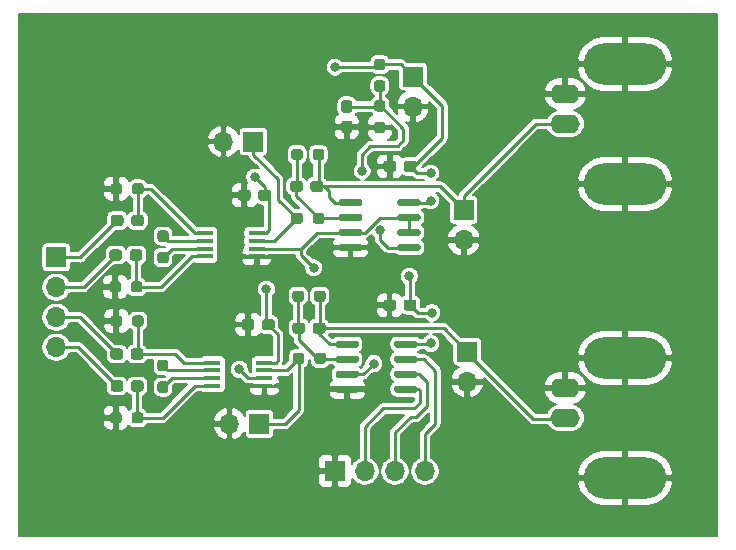
<source format=gbr>
%TF.GenerationSoftware,KiCad,Pcbnew,(5.1.12)-1*%
%TF.CreationDate,2021-12-10T12:11:04+01:00*%
%TF.ProjectId,standalone,7374616e-6461-46c6-9f6e-652e6b696361,rev?*%
%TF.SameCoordinates,Original*%
%TF.FileFunction,Copper,L1,Top*%
%TF.FilePolarity,Positive*%
%FSLAX46Y46*%
G04 Gerber Fmt 4.6, Leading zero omitted, Abs format (unit mm)*
G04 Created by KiCad (PCBNEW (5.1.12)-1) date 2021-12-10 12:11:04*
%MOMM*%
%LPD*%
G01*
G04 APERTURE LIST*
%TA.AperFunction,ComponentPad*%
%ADD10O,1.700000X1.700000*%
%TD*%
%TA.AperFunction,ComponentPad*%
%ADD11R,1.700000X1.700000*%
%TD*%
%TA.AperFunction,SMDPad,CuDef*%
%ADD12R,1.450000X0.450000*%
%TD*%
%TA.AperFunction,ComponentPad*%
%ADD13O,2.500000X1.600000*%
%TD*%
%TA.AperFunction,ComponentPad*%
%ADD14O,7.000000X3.500000*%
%TD*%
%TA.AperFunction,ViaPad*%
%ADD15C,0.800000*%
%TD*%
%TA.AperFunction,Conductor*%
%ADD16C,0.250000*%
%TD*%
%TA.AperFunction,Conductor*%
%ADD17C,0.200000*%
%TD*%
%TA.AperFunction,Conductor*%
%ADD18C,0.100000*%
%TD*%
G04 APERTURE END LIST*
D10*
%TO.P,J7,4*%
%TO.N,Net-(J7-Pad4)*%
X134820000Y-64100000D03*
%TO.P,J7,3*%
%TO.N,Net-(J7-Pad3)*%
X132280000Y-64100000D03*
%TO.P,J7,2*%
%TO.N,Net-(J7-Pad2)*%
X129740000Y-64100000D03*
D11*
%TO.P,J7,1*%
%TO.N,GND*%
X127200000Y-64100000D03*
%TD*%
%TO.P,C11,2*%
%TO.N,+5V*%
%TA.AperFunction,SMDPad,CuDef*%
G36*
G01*
X121025000Y-51937500D02*
X121025000Y-51462500D01*
G75*
G02*
X121262500Y-51225000I237500J0D01*
G01*
X121862500Y-51225000D01*
G75*
G02*
X122100000Y-51462500I0J-237500D01*
G01*
X122100000Y-51937500D01*
G75*
G02*
X121862500Y-52175000I-237500J0D01*
G01*
X121262500Y-52175000D01*
G75*
G02*
X121025000Y-51937500I0J237500D01*
G01*
G37*
%TD.AperFunction*%
%TO.P,C11,1*%
%TO.N,GND*%
%TA.AperFunction,SMDPad,CuDef*%
G36*
G01*
X119300000Y-51937500D02*
X119300000Y-51462500D01*
G75*
G02*
X119537500Y-51225000I237500J0D01*
G01*
X120137500Y-51225000D01*
G75*
G02*
X120375000Y-51462500I0J-237500D01*
G01*
X120375000Y-51937500D01*
G75*
G02*
X120137500Y-52175000I-237500J0D01*
G01*
X119537500Y-52175000D01*
G75*
G02*
X119300000Y-51937500I0J237500D01*
G01*
G37*
%TD.AperFunction*%
%TD*%
%TO.P,C10,2*%
%TO.N,+5V*%
%TA.AperFunction,SMDPad,CuDef*%
G36*
G01*
X120707800Y-40985700D02*
X120707800Y-40510700D01*
G75*
G02*
X120945300Y-40273200I237500J0D01*
G01*
X121545300Y-40273200D01*
G75*
G02*
X121782800Y-40510700I0J-237500D01*
G01*
X121782800Y-40985700D01*
G75*
G02*
X121545300Y-41223200I-237500J0D01*
G01*
X120945300Y-41223200D01*
G75*
G02*
X120707800Y-40985700I0J237500D01*
G01*
G37*
%TD.AperFunction*%
%TO.P,C10,1*%
%TO.N,GND*%
%TA.AperFunction,SMDPad,CuDef*%
G36*
G01*
X118982800Y-40985700D02*
X118982800Y-40510700D01*
G75*
G02*
X119220300Y-40273200I237500J0D01*
G01*
X119820300Y-40273200D01*
G75*
G02*
X120057800Y-40510700I0J-237500D01*
G01*
X120057800Y-40985700D01*
G75*
G02*
X119820300Y-41223200I-237500J0D01*
G01*
X119220300Y-41223200D01*
G75*
G02*
X118982800Y-40985700I0J237500D01*
G01*
G37*
%TD.AperFunction*%
%TD*%
%TO.P,C9,2*%
%TO.N,+5V*%
%TA.AperFunction,SMDPad,CuDef*%
G36*
G01*
X133025000Y-38537500D02*
X133025000Y-38062500D01*
G75*
G02*
X133262500Y-37825000I237500J0D01*
G01*
X133862500Y-37825000D01*
G75*
G02*
X134100000Y-38062500I0J-237500D01*
G01*
X134100000Y-38537500D01*
G75*
G02*
X133862500Y-38775000I-237500J0D01*
G01*
X133262500Y-38775000D01*
G75*
G02*
X133025000Y-38537500I0J237500D01*
G01*
G37*
%TD.AperFunction*%
%TO.P,C9,1*%
%TO.N,GND*%
%TA.AperFunction,SMDPad,CuDef*%
G36*
G01*
X131300000Y-38537500D02*
X131300000Y-38062500D01*
G75*
G02*
X131537500Y-37825000I237500J0D01*
G01*
X132137500Y-37825000D01*
G75*
G02*
X132375000Y-38062500I0J-237500D01*
G01*
X132375000Y-38537500D01*
G75*
G02*
X132137500Y-38775000I-237500J0D01*
G01*
X131537500Y-38775000D01*
G75*
G02*
X131300000Y-38537500I0J237500D01*
G01*
G37*
%TD.AperFunction*%
%TD*%
%TO.P,C8,2*%
%TO.N,+5V*%
%TA.AperFunction,SMDPad,CuDef*%
G36*
G01*
X133020400Y-50300300D02*
X133020400Y-49825300D01*
G75*
G02*
X133257900Y-49587800I237500J0D01*
G01*
X133857900Y-49587800D01*
G75*
G02*
X134095400Y-49825300I0J-237500D01*
G01*
X134095400Y-50300300D01*
G75*
G02*
X133857900Y-50537800I-237500J0D01*
G01*
X133257900Y-50537800D01*
G75*
G02*
X133020400Y-50300300I0J237500D01*
G01*
G37*
%TD.AperFunction*%
%TO.P,C8,1*%
%TO.N,GND*%
%TA.AperFunction,SMDPad,CuDef*%
G36*
G01*
X131295400Y-50300300D02*
X131295400Y-49825300D01*
G75*
G02*
X131532900Y-49587800I237500J0D01*
G01*
X132132900Y-49587800D01*
G75*
G02*
X132370400Y-49825300I0J-237500D01*
G01*
X132370400Y-50300300D01*
G75*
G02*
X132132900Y-50537800I-237500J0D01*
G01*
X131532900Y-50537800D01*
G75*
G02*
X131295400Y-50300300I0J237500D01*
G01*
G37*
%TD.AperFunction*%
%TD*%
%TO.P,U4,8*%
%TO.N,+5V*%
%TA.AperFunction,SMDPad,CuDef*%
G36*
G01*
X132214200Y-53514800D02*
X132214200Y-53214800D01*
G75*
G02*
X132364200Y-53064800I150000J0D01*
G01*
X134014200Y-53064800D01*
G75*
G02*
X134164200Y-53214800I0J-150000D01*
G01*
X134164200Y-53514800D01*
G75*
G02*
X134014200Y-53664800I-150000J0D01*
G01*
X132364200Y-53664800D01*
G75*
G02*
X132214200Y-53514800I0J150000D01*
G01*
G37*
%TD.AperFunction*%
%TO.P,U4,7*%
%TO.N,Net-(J7-Pad4)*%
%TA.AperFunction,SMDPad,CuDef*%
G36*
G01*
X132214200Y-54784800D02*
X132214200Y-54484800D01*
G75*
G02*
X132364200Y-54334800I150000J0D01*
G01*
X134014200Y-54334800D01*
G75*
G02*
X134164200Y-54484800I0J-150000D01*
G01*
X134164200Y-54784800D01*
G75*
G02*
X134014200Y-54934800I-150000J0D01*
G01*
X132364200Y-54934800D01*
G75*
G02*
X132214200Y-54784800I0J150000D01*
G01*
G37*
%TD.AperFunction*%
%TO.P,U4,6*%
%TO.N,Net-(J7-Pad3)*%
%TA.AperFunction,SMDPad,CuDef*%
G36*
G01*
X132214200Y-56054800D02*
X132214200Y-55754800D01*
G75*
G02*
X132364200Y-55604800I150000J0D01*
G01*
X134014200Y-55604800D01*
G75*
G02*
X134164200Y-55754800I0J-150000D01*
G01*
X134164200Y-56054800D01*
G75*
G02*
X134014200Y-56204800I-150000J0D01*
G01*
X132364200Y-56204800D01*
G75*
G02*
X132214200Y-56054800I0J150000D01*
G01*
G37*
%TD.AperFunction*%
%TO.P,U4,5*%
%TO.N,Net-(J7-Pad2)*%
%TA.AperFunction,SMDPad,CuDef*%
G36*
G01*
X132214200Y-57324800D02*
X132214200Y-57024800D01*
G75*
G02*
X132364200Y-56874800I150000J0D01*
G01*
X134014200Y-56874800D01*
G75*
G02*
X134164200Y-57024800I0J-150000D01*
G01*
X134164200Y-57324800D01*
G75*
G02*
X134014200Y-57474800I-150000J0D01*
G01*
X132364200Y-57474800D01*
G75*
G02*
X132214200Y-57324800I0J150000D01*
G01*
G37*
%TD.AperFunction*%
%TO.P,U4,4*%
%TO.N,GND*%
%TA.AperFunction,SMDPad,CuDef*%
G36*
G01*
X127264200Y-57324800D02*
X127264200Y-57024800D01*
G75*
G02*
X127414200Y-56874800I150000J0D01*
G01*
X129064200Y-56874800D01*
G75*
G02*
X129214200Y-57024800I0J-150000D01*
G01*
X129214200Y-57324800D01*
G75*
G02*
X129064200Y-57474800I-150000J0D01*
G01*
X127414200Y-57474800D01*
G75*
G02*
X127264200Y-57324800I0J150000D01*
G01*
G37*
%TD.AperFunction*%
%TO.P,U4,3*%
%TO.N,REF*%
%TA.AperFunction,SMDPad,CuDef*%
G36*
G01*
X127264200Y-56054800D02*
X127264200Y-55754800D01*
G75*
G02*
X127414200Y-55604800I150000J0D01*
G01*
X129064200Y-55604800D01*
G75*
G02*
X129214200Y-55754800I0J-150000D01*
G01*
X129214200Y-56054800D01*
G75*
G02*
X129064200Y-56204800I-150000J0D01*
G01*
X127414200Y-56204800D01*
G75*
G02*
X127264200Y-56054800I0J150000D01*
G01*
G37*
%TD.AperFunction*%
%TO.P,U4,2*%
%TO.N,Net-(C6-Pad2)*%
%TA.AperFunction,SMDPad,CuDef*%
G36*
G01*
X127264200Y-54784800D02*
X127264200Y-54484800D01*
G75*
G02*
X127414200Y-54334800I150000J0D01*
G01*
X129064200Y-54334800D01*
G75*
G02*
X129214200Y-54484800I0J-150000D01*
G01*
X129214200Y-54784800D01*
G75*
G02*
X129064200Y-54934800I-150000J0D01*
G01*
X127414200Y-54934800D01*
G75*
G02*
X127264200Y-54784800I0J150000D01*
G01*
G37*
%TD.AperFunction*%
%TO.P,U4,1*%
%TO.N,IFQ_ST2*%
%TA.AperFunction,SMDPad,CuDef*%
G36*
G01*
X127264200Y-53514800D02*
X127264200Y-53214800D01*
G75*
G02*
X127414200Y-53064800I150000J0D01*
G01*
X129064200Y-53064800D01*
G75*
G02*
X129214200Y-53214800I0J-150000D01*
G01*
X129214200Y-53514800D01*
G75*
G02*
X129064200Y-53664800I-150000J0D01*
G01*
X127414200Y-53664800D01*
G75*
G02*
X127264200Y-53514800I0J150000D01*
G01*
G37*
%TD.AperFunction*%
%TD*%
%TO.P,U3,8*%
%TO.N,+5V*%
%TA.AperFunction,SMDPad,CuDef*%
G36*
G01*
X132493600Y-41526000D02*
X132493600Y-41226000D01*
G75*
G02*
X132643600Y-41076000I150000J0D01*
G01*
X134293600Y-41076000D01*
G75*
G02*
X134443600Y-41226000I0J-150000D01*
G01*
X134443600Y-41526000D01*
G75*
G02*
X134293600Y-41676000I-150000J0D01*
G01*
X132643600Y-41676000D01*
G75*
G02*
X132493600Y-41526000I0J150000D01*
G01*
G37*
%TD.AperFunction*%
%TO.P,U3,7*%
%TO.N,REF*%
%TA.AperFunction,SMDPad,CuDef*%
G36*
G01*
X132493600Y-42796000D02*
X132493600Y-42496000D01*
G75*
G02*
X132643600Y-42346000I150000J0D01*
G01*
X134293600Y-42346000D01*
G75*
G02*
X134443600Y-42496000I0J-150000D01*
G01*
X134443600Y-42796000D01*
G75*
G02*
X134293600Y-42946000I-150000J0D01*
G01*
X132643600Y-42946000D01*
G75*
G02*
X132493600Y-42796000I0J150000D01*
G01*
G37*
%TD.AperFunction*%
%TO.P,U3,6*%
%TA.AperFunction,SMDPad,CuDef*%
G36*
G01*
X132493600Y-44066000D02*
X132493600Y-43766000D01*
G75*
G02*
X132643600Y-43616000I150000J0D01*
G01*
X134293600Y-43616000D01*
G75*
G02*
X134443600Y-43766000I0J-150000D01*
G01*
X134443600Y-44066000D01*
G75*
G02*
X134293600Y-44216000I-150000J0D01*
G01*
X132643600Y-44216000D01*
G75*
G02*
X132493600Y-44066000I0J150000D01*
G01*
G37*
%TD.AperFunction*%
%TO.P,U3,5*%
%TO.N,Net-(C7-Pad2)*%
%TA.AperFunction,SMDPad,CuDef*%
G36*
G01*
X132493600Y-45336000D02*
X132493600Y-45036000D01*
G75*
G02*
X132643600Y-44886000I150000J0D01*
G01*
X134293600Y-44886000D01*
G75*
G02*
X134443600Y-45036000I0J-150000D01*
G01*
X134443600Y-45336000D01*
G75*
G02*
X134293600Y-45486000I-150000J0D01*
G01*
X132643600Y-45486000D01*
G75*
G02*
X132493600Y-45336000I0J150000D01*
G01*
G37*
%TD.AperFunction*%
%TO.P,U3,4*%
%TO.N,GND*%
%TA.AperFunction,SMDPad,CuDef*%
G36*
G01*
X127543600Y-45336000D02*
X127543600Y-45036000D01*
G75*
G02*
X127693600Y-44886000I150000J0D01*
G01*
X129343600Y-44886000D01*
G75*
G02*
X129493600Y-45036000I0J-150000D01*
G01*
X129493600Y-45336000D01*
G75*
G02*
X129343600Y-45486000I-150000J0D01*
G01*
X127693600Y-45486000D01*
G75*
G02*
X127543600Y-45336000I0J150000D01*
G01*
G37*
%TD.AperFunction*%
%TO.P,U3,3*%
%TO.N,REF*%
%TA.AperFunction,SMDPad,CuDef*%
G36*
G01*
X127543600Y-44066000D02*
X127543600Y-43766000D01*
G75*
G02*
X127693600Y-43616000I150000J0D01*
G01*
X129343600Y-43616000D01*
G75*
G02*
X129493600Y-43766000I0J-150000D01*
G01*
X129493600Y-44066000D01*
G75*
G02*
X129343600Y-44216000I-150000J0D01*
G01*
X127693600Y-44216000D01*
G75*
G02*
X127543600Y-44066000I0J150000D01*
G01*
G37*
%TD.AperFunction*%
%TO.P,U3,2*%
%TO.N,Net-(C5-Pad2)*%
%TA.AperFunction,SMDPad,CuDef*%
G36*
G01*
X127543600Y-42796000D02*
X127543600Y-42496000D01*
G75*
G02*
X127693600Y-42346000I150000J0D01*
G01*
X129343600Y-42346000D01*
G75*
G02*
X129493600Y-42496000I0J-150000D01*
G01*
X129493600Y-42796000D01*
G75*
G02*
X129343600Y-42946000I-150000J0D01*
G01*
X127693600Y-42946000D01*
G75*
G02*
X127543600Y-42796000I0J150000D01*
G01*
G37*
%TD.AperFunction*%
%TO.P,U3,1*%
%TO.N,IFI_ST2*%
%TA.AperFunction,SMDPad,CuDef*%
G36*
G01*
X127543600Y-41526000D02*
X127543600Y-41226000D01*
G75*
G02*
X127693600Y-41076000I150000J0D01*
G01*
X129343600Y-41076000D01*
G75*
G02*
X129493600Y-41226000I0J-150000D01*
G01*
X129493600Y-41526000D01*
G75*
G02*
X129343600Y-41676000I-150000J0D01*
G01*
X127693600Y-41676000D01*
G75*
G02*
X127543600Y-41526000I0J150000D01*
G01*
G37*
%TD.AperFunction*%
%TD*%
D12*
%TO.P,U2,8*%
%TO.N,+5V*%
X121230200Y-54929800D03*
%TO.P,U2,7*%
%TO.N,IFQ_ST1*%
X121230200Y-55579800D03*
%TO.P,U2,6*%
%TO.N,REF*%
X121230200Y-56229800D03*
%TO.P,U2,5*%
%TO.N,GND*%
X121230200Y-56879800D03*
%TO.P,U2,4*%
%TO.N,Net-(C4-Pad1)*%
X116830200Y-56879800D03*
%TO.P,U2,3*%
%TO.N,Net-(R6-Pad2)*%
X116830200Y-56229800D03*
%TO.P,U2,2*%
%TO.N,Net-(R6-Pad1)*%
X116830200Y-55579800D03*
%TO.P,U2,1*%
%TO.N,Net-(C3-Pad1)*%
X116830200Y-54929800D03*
%TD*%
%TO.P,U1,8*%
%TO.N,+5V*%
X120576200Y-43964200D03*
%TO.P,U1,7*%
%TO.N,IFI_ST1*%
X120576200Y-44614200D03*
%TO.P,U1,6*%
%TO.N,REF*%
X120576200Y-45264200D03*
%TO.P,U1,5*%
%TO.N,GND*%
X120576200Y-45914200D03*
%TO.P,U1,4*%
%TO.N,Net-(C2-Pad1)*%
X116176200Y-45914200D03*
%TO.P,U1,3*%
%TO.N,Net-(R5-Pad2)*%
X116176200Y-45264200D03*
%TO.P,U1,2*%
%TO.N,Net-(R5-Pad1)*%
X116176200Y-44614200D03*
%TO.P,U1,1*%
%TO.N,Net-(C1-Pad1)*%
X116176200Y-43964200D03*
%TD*%
%TO.P,R12,2*%
%TO.N,Net-(C7-Pad2)*%
%TA.AperFunction,SMDPad,CuDef*%
G36*
G01*
X131237500Y-33675000D02*
X130762500Y-33675000D01*
G75*
G02*
X130525000Y-33437500I0J237500D01*
G01*
X130525000Y-32937500D01*
G75*
G02*
X130762500Y-32700000I237500J0D01*
G01*
X131237500Y-32700000D01*
G75*
G02*
X131475000Y-32937500I0J-237500D01*
G01*
X131475000Y-33437500D01*
G75*
G02*
X131237500Y-33675000I-237500J0D01*
G01*
G37*
%TD.AperFunction*%
%TO.P,R12,1*%
%TO.N,GND*%
%TA.AperFunction,SMDPad,CuDef*%
G36*
G01*
X131237500Y-35500000D02*
X130762500Y-35500000D01*
G75*
G02*
X130525000Y-35262500I0J237500D01*
G01*
X130525000Y-34762500D01*
G75*
G02*
X130762500Y-34525000I237500J0D01*
G01*
X131237500Y-34525000D01*
G75*
G02*
X131475000Y-34762500I0J-237500D01*
G01*
X131475000Y-35262500D01*
G75*
G02*
X131237500Y-35500000I-237500J0D01*
G01*
G37*
%TD.AperFunction*%
%TD*%
%TO.P,R11,2*%
%TO.N,+5V*%
%TA.AperFunction,SMDPad,CuDef*%
G36*
G01*
X131227300Y-30161600D02*
X130752300Y-30161600D01*
G75*
G02*
X130514800Y-29924100I0J237500D01*
G01*
X130514800Y-29424100D01*
G75*
G02*
X130752300Y-29186600I237500J0D01*
G01*
X131227300Y-29186600D01*
G75*
G02*
X131464800Y-29424100I0J-237500D01*
G01*
X131464800Y-29924100D01*
G75*
G02*
X131227300Y-30161600I-237500J0D01*
G01*
G37*
%TD.AperFunction*%
%TO.P,R11,1*%
%TO.N,Net-(C7-Pad2)*%
%TA.AperFunction,SMDPad,CuDef*%
G36*
G01*
X131227300Y-31986600D02*
X130752300Y-31986600D01*
G75*
G02*
X130514800Y-31749100I0J237500D01*
G01*
X130514800Y-31249100D01*
G75*
G02*
X130752300Y-31011600I237500J0D01*
G01*
X131227300Y-31011600D01*
G75*
G02*
X131464800Y-31249100I0J-237500D01*
G01*
X131464800Y-31749100D01*
G75*
G02*
X131227300Y-31986600I-237500J0D01*
G01*
G37*
%TD.AperFunction*%
%TD*%
%TO.P,R10,2*%
%TO.N,Net-(C6-Pad2)*%
%TA.AperFunction,SMDPad,CuDef*%
G36*
G01*
X124575000Y-49062500D02*
X124575000Y-49537500D01*
G75*
G02*
X124337500Y-49775000I-237500J0D01*
G01*
X123837500Y-49775000D01*
G75*
G02*
X123600000Y-49537500I0J237500D01*
G01*
X123600000Y-49062500D01*
G75*
G02*
X123837500Y-48825000I237500J0D01*
G01*
X124337500Y-48825000D01*
G75*
G02*
X124575000Y-49062500I0J-237500D01*
G01*
G37*
%TD.AperFunction*%
%TO.P,R10,1*%
%TO.N,IFQ_ST2*%
%TA.AperFunction,SMDPad,CuDef*%
G36*
G01*
X126400000Y-49062500D02*
X126400000Y-49537500D01*
G75*
G02*
X126162500Y-49775000I-237500J0D01*
G01*
X125662500Y-49775000D01*
G75*
G02*
X125425000Y-49537500I0J237500D01*
G01*
X125425000Y-49062500D01*
G75*
G02*
X125662500Y-48825000I237500J0D01*
G01*
X126162500Y-48825000D01*
G75*
G02*
X126400000Y-49062500I0J-237500D01*
G01*
G37*
%TD.AperFunction*%
%TD*%
%TO.P,R9,2*%
%TO.N,Net-(C5-Pad2)*%
%TA.AperFunction,SMDPad,CuDef*%
G36*
G01*
X124475000Y-37062500D02*
X124475000Y-37537500D01*
G75*
G02*
X124237500Y-37775000I-237500J0D01*
G01*
X123737500Y-37775000D01*
G75*
G02*
X123500000Y-37537500I0J237500D01*
G01*
X123500000Y-37062500D01*
G75*
G02*
X123737500Y-36825000I237500J0D01*
G01*
X124237500Y-36825000D01*
G75*
G02*
X124475000Y-37062500I0J-237500D01*
G01*
G37*
%TD.AperFunction*%
%TO.P,R9,1*%
%TO.N,IFI_ST2*%
%TA.AperFunction,SMDPad,CuDef*%
G36*
G01*
X126300000Y-37062500D02*
X126300000Y-37537500D01*
G75*
G02*
X126062500Y-37775000I-237500J0D01*
G01*
X125562500Y-37775000D01*
G75*
G02*
X125325000Y-37537500I0J237500D01*
G01*
X125325000Y-37062500D01*
G75*
G02*
X125562500Y-36825000I237500J0D01*
G01*
X126062500Y-36825000D01*
G75*
G02*
X126300000Y-37062500I0J-237500D01*
G01*
G37*
%TD.AperFunction*%
%TD*%
%TO.P,R8,2*%
%TO.N,IFQ_ST1*%
%TA.AperFunction,SMDPad,CuDef*%
G36*
G01*
X124617000Y-54325700D02*
X124617000Y-54800700D01*
G75*
G02*
X124379500Y-55038200I-237500J0D01*
G01*
X123879500Y-55038200D01*
G75*
G02*
X123642000Y-54800700I0J237500D01*
G01*
X123642000Y-54325700D01*
G75*
G02*
X123879500Y-54088200I237500J0D01*
G01*
X124379500Y-54088200D01*
G75*
G02*
X124617000Y-54325700I0J-237500D01*
G01*
G37*
%TD.AperFunction*%
%TO.P,R8,1*%
%TO.N,Net-(C6-Pad2)*%
%TA.AperFunction,SMDPad,CuDef*%
G36*
G01*
X126442000Y-54325700D02*
X126442000Y-54800700D01*
G75*
G02*
X126204500Y-55038200I-237500J0D01*
G01*
X125704500Y-55038200D01*
G75*
G02*
X125467000Y-54800700I0J237500D01*
G01*
X125467000Y-54325700D01*
G75*
G02*
X125704500Y-54088200I237500J0D01*
G01*
X126204500Y-54088200D01*
G75*
G02*
X126442000Y-54325700I0J-237500D01*
G01*
G37*
%TD.AperFunction*%
%TD*%
%TO.P,R7,2*%
%TO.N,IFI_ST1*%
%TA.AperFunction,SMDPad,CuDef*%
G36*
G01*
X124475000Y-42462500D02*
X124475000Y-42937500D01*
G75*
G02*
X124237500Y-43175000I-237500J0D01*
G01*
X123737500Y-43175000D01*
G75*
G02*
X123500000Y-42937500I0J237500D01*
G01*
X123500000Y-42462500D01*
G75*
G02*
X123737500Y-42225000I237500J0D01*
G01*
X124237500Y-42225000D01*
G75*
G02*
X124475000Y-42462500I0J-237500D01*
G01*
G37*
%TD.AperFunction*%
%TO.P,R7,1*%
%TO.N,Net-(C5-Pad2)*%
%TA.AperFunction,SMDPad,CuDef*%
G36*
G01*
X126300000Y-42462500D02*
X126300000Y-42937500D01*
G75*
G02*
X126062500Y-43175000I-237500J0D01*
G01*
X125562500Y-43175000D01*
G75*
G02*
X125325000Y-42937500I0J237500D01*
G01*
X125325000Y-42462500D01*
G75*
G02*
X125562500Y-42225000I237500J0D01*
G01*
X126062500Y-42225000D01*
G75*
G02*
X126300000Y-42462500I0J-237500D01*
G01*
G37*
%TD.AperFunction*%
%TD*%
%TO.P,R6,2*%
%TO.N,Net-(R6-Pad2)*%
%TA.AperFunction,SMDPad,CuDef*%
G36*
G01*
X112391900Y-56507600D02*
X112866900Y-56507600D01*
G75*
G02*
X113104400Y-56745100I0J-237500D01*
G01*
X113104400Y-57245100D01*
G75*
G02*
X112866900Y-57482600I-237500J0D01*
G01*
X112391900Y-57482600D01*
G75*
G02*
X112154400Y-57245100I0J237500D01*
G01*
X112154400Y-56745100D01*
G75*
G02*
X112391900Y-56507600I237500J0D01*
G01*
G37*
%TD.AperFunction*%
%TO.P,R6,1*%
%TO.N,Net-(R6-Pad1)*%
%TA.AperFunction,SMDPad,CuDef*%
G36*
G01*
X112391900Y-54682600D02*
X112866900Y-54682600D01*
G75*
G02*
X113104400Y-54920100I0J-237500D01*
G01*
X113104400Y-55420100D01*
G75*
G02*
X112866900Y-55657600I-237500J0D01*
G01*
X112391900Y-55657600D01*
G75*
G02*
X112154400Y-55420100I0J237500D01*
G01*
X112154400Y-54920100D01*
G75*
G02*
X112391900Y-54682600I237500J0D01*
G01*
G37*
%TD.AperFunction*%
%TD*%
%TO.P,R5,2*%
%TO.N,Net-(R5-Pad2)*%
%TA.AperFunction,SMDPad,CuDef*%
G36*
G01*
X112398300Y-45542000D02*
X112873300Y-45542000D01*
G75*
G02*
X113110800Y-45779500I0J-237500D01*
G01*
X113110800Y-46279500D01*
G75*
G02*
X112873300Y-46517000I-237500J0D01*
G01*
X112398300Y-46517000D01*
G75*
G02*
X112160800Y-46279500I0J237500D01*
G01*
X112160800Y-45779500D01*
G75*
G02*
X112398300Y-45542000I237500J0D01*
G01*
G37*
%TD.AperFunction*%
%TO.P,R5,1*%
%TO.N,Net-(R5-Pad1)*%
%TA.AperFunction,SMDPad,CuDef*%
G36*
G01*
X112398300Y-43717000D02*
X112873300Y-43717000D01*
G75*
G02*
X113110800Y-43954500I0J-237500D01*
G01*
X113110800Y-44454500D01*
G75*
G02*
X112873300Y-44692000I-237500J0D01*
G01*
X112398300Y-44692000D01*
G75*
G02*
X112160800Y-44454500I0J237500D01*
G01*
X112160800Y-43954500D01*
G75*
G02*
X112398300Y-43717000I237500J0D01*
G01*
G37*
%TD.AperFunction*%
%TD*%
%TO.P,R4,2*%
%TO.N,GND*%
%TA.AperFunction,SMDPad,CuDef*%
G36*
G01*
X109138800Y-59350900D02*
X109138800Y-59825900D01*
G75*
G02*
X108901300Y-60063400I-237500J0D01*
G01*
X108401300Y-60063400D01*
G75*
G02*
X108163800Y-59825900I0J237500D01*
G01*
X108163800Y-59350900D01*
G75*
G02*
X108401300Y-59113400I237500J0D01*
G01*
X108901300Y-59113400D01*
G75*
G02*
X109138800Y-59350900I0J-237500D01*
G01*
G37*
%TD.AperFunction*%
%TO.P,R4,1*%
%TO.N,Net-(C4-Pad1)*%
%TA.AperFunction,SMDPad,CuDef*%
G36*
G01*
X110963800Y-59350900D02*
X110963800Y-59825900D01*
G75*
G02*
X110726300Y-60063400I-237500J0D01*
G01*
X110226300Y-60063400D01*
G75*
G02*
X109988800Y-59825900I0J237500D01*
G01*
X109988800Y-59350900D01*
G75*
G02*
X110226300Y-59113400I237500J0D01*
G01*
X110726300Y-59113400D01*
G75*
G02*
X110963800Y-59350900I0J-237500D01*
G01*
G37*
%TD.AperFunction*%
%TD*%
%TO.P,R3,2*%
%TO.N,GND*%
%TA.AperFunction,SMDPad,CuDef*%
G36*
G01*
X109075000Y-48262500D02*
X109075000Y-48737500D01*
G75*
G02*
X108837500Y-48975000I-237500J0D01*
G01*
X108337500Y-48975000D01*
G75*
G02*
X108100000Y-48737500I0J237500D01*
G01*
X108100000Y-48262500D01*
G75*
G02*
X108337500Y-48025000I237500J0D01*
G01*
X108837500Y-48025000D01*
G75*
G02*
X109075000Y-48262500I0J-237500D01*
G01*
G37*
%TD.AperFunction*%
%TO.P,R3,1*%
%TO.N,Net-(C2-Pad1)*%
%TA.AperFunction,SMDPad,CuDef*%
G36*
G01*
X110900000Y-48262500D02*
X110900000Y-48737500D01*
G75*
G02*
X110662500Y-48975000I-237500J0D01*
G01*
X110162500Y-48975000D01*
G75*
G02*
X109925000Y-48737500I0J237500D01*
G01*
X109925000Y-48262500D01*
G75*
G02*
X110162500Y-48025000I237500J0D01*
G01*
X110662500Y-48025000D01*
G75*
G02*
X110900000Y-48262500I0J-237500D01*
G01*
G37*
%TD.AperFunction*%
%TD*%
%TO.P,R2,2*%
%TO.N,GND*%
%TA.AperFunction,SMDPad,CuDef*%
G36*
G01*
X109175000Y-51162500D02*
X109175000Y-51637500D01*
G75*
G02*
X108937500Y-51875000I-237500J0D01*
G01*
X108437500Y-51875000D01*
G75*
G02*
X108200000Y-51637500I0J237500D01*
G01*
X108200000Y-51162500D01*
G75*
G02*
X108437500Y-50925000I237500J0D01*
G01*
X108937500Y-50925000D01*
G75*
G02*
X109175000Y-51162500I0J-237500D01*
G01*
G37*
%TD.AperFunction*%
%TO.P,R2,1*%
%TO.N,Net-(C3-Pad1)*%
%TA.AperFunction,SMDPad,CuDef*%
G36*
G01*
X111000000Y-51162500D02*
X111000000Y-51637500D01*
G75*
G02*
X110762500Y-51875000I-237500J0D01*
G01*
X110262500Y-51875000D01*
G75*
G02*
X110025000Y-51637500I0J237500D01*
G01*
X110025000Y-51162500D01*
G75*
G02*
X110262500Y-50925000I237500J0D01*
G01*
X110762500Y-50925000D01*
G75*
G02*
X111000000Y-51162500I0J-237500D01*
G01*
G37*
%TD.AperFunction*%
%TD*%
%TO.P,R1,2*%
%TO.N,GND*%
%TA.AperFunction,SMDPad,CuDef*%
G36*
G01*
X109175000Y-39962500D02*
X109175000Y-40437500D01*
G75*
G02*
X108937500Y-40675000I-237500J0D01*
G01*
X108437500Y-40675000D01*
G75*
G02*
X108200000Y-40437500I0J237500D01*
G01*
X108200000Y-39962500D01*
G75*
G02*
X108437500Y-39725000I237500J0D01*
G01*
X108937500Y-39725000D01*
G75*
G02*
X109175000Y-39962500I0J-237500D01*
G01*
G37*
%TD.AperFunction*%
%TO.P,R1,1*%
%TO.N,Net-(C1-Pad1)*%
%TA.AperFunction,SMDPad,CuDef*%
G36*
G01*
X111000000Y-39962500D02*
X111000000Y-40437500D01*
G75*
G02*
X110762500Y-40675000I-237500J0D01*
G01*
X110262500Y-40675000D01*
G75*
G02*
X110025000Y-40437500I0J237500D01*
G01*
X110025000Y-39962500D01*
G75*
G02*
X110262500Y-39725000I237500J0D01*
G01*
X110762500Y-39725000D01*
G75*
G02*
X111000000Y-39962500I0J-237500D01*
G01*
G37*
%TD.AperFunction*%
%TD*%
D10*
%TO.P,J9,2*%
%TO.N,GND*%
X138100000Y-44540000D03*
D11*
%TO.P,J9,1*%
%TO.N,IFI_ST2*%
X138100000Y-42000000D03*
%TD*%
D10*
%TO.P,J8,2*%
%TO.N,GND*%
X138400000Y-56540000D03*
D11*
%TO.P,J8,1*%
%TO.N,IFQ_ST2*%
X138400000Y-54000000D03*
%TD*%
D13*
%TO.P,J6,2*%
%TO.N,GND*%
X146700000Y-57060000D03*
%TO.P,J6,1*%
%TO.N,IFQ_ST2*%
X146700000Y-59600000D03*
D14*
%TO.P,J6,2*%
%TO.N,GND*%
X151780000Y-64680000D03*
X151780000Y-54520000D03*
%TD*%
D13*
%TO.P,J5,2*%
%TO.N,GND*%
X146700000Y-32160000D03*
%TO.P,J5,1*%
%TO.N,IFI_ST2*%
X146700000Y-34700000D03*
D14*
%TO.P,J5,2*%
%TO.N,GND*%
X151780000Y-39780000D03*
X151780000Y-29620000D03*
%TD*%
D10*
%TO.P,J4,2*%
%TO.N,GND*%
X118260000Y-60100000D03*
D11*
%TO.P,J4,1*%
%TO.N,IFQ_ST1*%
X120800000Y-60100000D03*
%TD*%
D10*
%TO.P,J3,2*%
%TO.N,GND*%
X117760000Y-36200000D03*
D11*
%TO.P,J3,1*%
%TO.N,IFI_ST1*%
X120300000Y-36200000D03*
%TD*%
D10*
%TO.P,J2,2*%
%TO.N,GND*%
X133800000Y-33240000D03*
D11*
%TO.P,J2,1*%
%TO.N,+5V*%
X133800000Y-30700000D03*
%TD*%
D10*
%TO.P,J1,4*%
%TO.N,IFQ*%
X103600000Y-53620000D03*
%TO.P,J1,3*%
%TO.N,IFQX*%
X103600000Y-51080000D03*
%TO.P,J1,2*%
%TO.N,IFI*%
X103600000Y-48540000D03*
D11*
%TO.P,J1,1*%
%TO.N,IFIX*%
X103600000Y-46000000D03*
%TD*%
%TO.P,C7,2*%
%TO.N,Net-(C7-Pad2)*%
%TA.AperFunction,SMDPad,CuDef*%
G36*
G01*
X128437500Y-33775000D02*
X127962500Y-33775000D01*
G75*
G02*
X127725000Y-33537500I0J237500D01*
G01*
X127725000Y-32937500D01*
G75*
G02*
X127962500Y-32700000I237500J0D01*
G01*
X128437500Y-32700000D01*
G75*
G02*
X128675000Y-32937500I0J-237500D01*
G01*
X128675000Y-33537500D01*
G75*
G02*
X128437500Y-33775000I-237500J0D01*
G01*
G37*
%TD.AperFunction*%
%TO.P,C7,1*%
%TO.N,GND*%
%TA.AperFunction,SMDPad,CuDef*%
G36*
G01*
X128437500Y-35500000D02*
X127962500Y-35500000D01*
G75*
G02*
X127725000Y-35262500I0J237500D01*
G01*
X127725000Y-34662500D01*
G75*
G02*
X127962500Y-34425000I237500J0D01*
G01*
X128437500Y-34425000D01*
G75*
G02*
X128675000Y-34662500I0J-237500D01*
G01*
X128675000Y-35262500D01*
G75*
G02*
X128437500Y-35500000I-237500J0D01*
G01*
G37*
%TD.AperFunction*%
%TD*%
%TO.P,C6,2*%
%TO.N,Net-(C6-Pad2)*%
%TA.AperFunction,SMDPad,CuDef*%
G36*
G01*
X124675000Y-51762500D02*
X124675000Y-52237500D01*
G75*
G02*
X124437500Y-52475000I-237500J0D01*
G01*
X123837500Y-52475000D01*
G75*
G02*
X123600000Y-52237500I0J237500D01*
G01*
X123600000Y-51762500D01*
G75*
G02*
X123837500Y-51525000I237500J0D01*
G01*
X124437500Y-51525000D01*
G75*
G02*
X124675000Y-51762500I0J-237500D01*
G01*
G37*
%TD.AperFunction*%
%TO.P,C6,1*%
%TO.N,IFQ_ST2*%
%TA.AperFunction,SMDPad,CuDef*%
G36*
G01*
X126400000Y-51762500D02*
X126400000Y-52237500D01*
G75*
G02*
X126162500Y-52475000I-237500J0D01*
G01*
X125562500Y-52475000D01*
G75*
G02*
X125325000Y-52237500I0J237500D01*
G01*
X125325000Y-51762500D01*
G75*
G02*
X125562500Y-51525000I237500J0D01*
G01*
X126162500Y-51525000D01*
G75*
G02*
X126400000Y-51762500I0J-237500D01*
G01*
G37*
%TD.AperFunction*%
%TD*%
%TO.P,C5,2*%
%TO.N,Net-(C5-Pad2)*%
%TA.AperFunction,SMDPad,CuDef*%
G36*
G01*
X124475000Y-39762500D02*
X124475000Y-40237500D01*
G75*
G02*
X124237500Y-40475000I-237500J0D01*
G01*
X123637500Y-40475000D01*
G75*
G02*
X123400000Y-40237500I0J237500D01*
G01*
X123400000Y-39762500D01*
G75*
G02*
X123637500Y-39525000I237500J0D01*
G01*
X124237500Y-39525000D01*
G75*
G02*
X124475000Y-39762500I0J-237500D01*
G01*
G37*
%TD.AperFunction*%
%TO.P,C5,1*%
%TO.N,IFI_ST2*%
%TA.AperFunction,SMDPad,CuDef*%
G36*
G01*
X126200000Y-39762500D02*
X126200000Y-40237500D01*
G75*
G02*
X125962500Y-40475000I-237500J0D01*
G01*
X125362500Y-40475000D01*
G75*
G02*
X125125000Y-40237500I0J237500D01*
G01*
X125125000Y-39762500D01*
G75*
G02*
X125362500Y-39525000I237500J0D01*
G01*
X125962500Y-39525000D01*
G75*
G02*
X126200000Y-39762500I0J-237500D01*
G01*
G37*
%TD.AperFunction*%
%TD*%
%TO.P,C4,2*%
%TO.N,IFQ*%
%TA.AperFunction,SMDPad,CuDef*%
G36*
G01*
X109275000Y-56662500D02*
X109275000Y-57137500D01*
G75*
G02*
X109037500Y-57375000I-237500J0D01*
G01*
X108437500Y-57375000D01*
G75*
G02*
X108200000Y-57137500I0J237500D01*
G01*
X108200000Y-56662500D01*
G75*
G02*
X108437500Y-56425000I237500J0D01*
G01*
X109037500Y-56425000D01*
G75*
G02*
X109275000Y-56662500I0J-237500D01*
G01*
G37*
%TD.AperFunction*%
%TO.P,C4,1*%
%TO.N,Net-(C4-Pad1)*%
%TA.AperFunction,SMDPad,CuDef*%
G36*
G01*
X111000000Y-56662500D02*
X111000000Y-57137500D01*
G75*
G02*
X110762500Y-57375000I-237500J0D01*
G01*
X110162500Y-57375000D01*
G75*
G02*
X109925000Y-57137500I0J237500D01*
G01*
X109925000Y-56662500D01*
G75*
G02*
X110162500Y-56425000I237500J0D01*
G01*
X110762500Y-56425000D01*
G75*
G02*
X111000000Y-56662500I0J-237500D01*
G01*
G37*
%TD.AperFunction*%
%TD*%
%TO.P,C3,2*%
%TO.N,IFQX*%
%TA.AperFunction,SMDPad,CuDef*%
G36*
G01*
X109260600Y-53954900D02*
X109260600Y-54429900D01*
G75*
G02*
X109023100Y-54667400I-237500J0D01*
G01*
X108423100Y-54667400D01*
G75*
G02*
X108185600Y-54429900I0J237500D01*
G01*
X108185600Y-53954900D01*
G75*
G02*
X108423100Y-53717400I237500J0D01*
G01*
X109023100Y-53717400D01*
G75*
G02*
X109260600Y-53954900I0J-237500D01*
G01*
G37*
%TD.AperFunction*%
%TO.P,C3,1*%
%TO.N,Net-(C3-Pad1)*%
%TA.AperFunction,SMDPad,CuDef*%
G36*
G01*
X110985600Y-53954900D02*
X110985600Y-54429900D01*
G75*
G02*
X110748100Y-54667400I-237500J0D01*
G01*
X110148100Y-54667400D01*
G75*
G02*
X109910600Y-54429900I0J237500D01*
G01*
X109910600Y-53954900D01*
G75*
G02*
X110148100Y-53717400I237500J0D01*
G01*
X110748100Y-53717400D01*
G75*
G02*
X110985600Y-53954900I0J-237500D01*
G01*
G37*
%TD.AperFunction*%
%TD*%
%TO.P,C2,2*%
%TO.N,IFI*%
%TA.AperFunction,SMDPad,CuDef*%
G36*
G01*
X109179400Y-45575100D02*
X109179400Y-46050100D01*
G75*
G02*
X108941900Y-46287600I-237500J0D01*
G01*
X108341900Y-46287600D01*
G75*
G02*
X108104400Y-46050100I0J237500D01*
G01*
X108104400Y-45575100D01*
G75*
G02*
X108341900Y-45337600I237500J0D01*
G01*
X108941900Y-45337600D01*
G75*
G02*
X109179400Y-45575100I0J-237500D01*
G01*
G37*
%TD.AperFunction*%
%TO.P,C2,1*%
%TO.N,Net-(C2-Pad1)*%
%TA.AperFunction,SMDPad,CuDef*%
G36*
G01*
X110904400Y-45575100D02*
X110904400Y-46050100D01*
G75*
G02*
X110666900Y-46287600I-237500J0D01*
G01*
X110066900Y-46287600D01*
G75*
G02*
X109829400Y-46050100I0J237500D01*
G01*
X109829400Y-45575100D01*
G75*
G02*
X110066900Y-45337600I237500J0D01*
G01*
X110666900Y-45337600D01*
G75*
G02*
X110904400Y-45575100I0J-237500D01*
G01*
G37*
%TD.AperFunction*%
%TD*%
%TO.P,C1,2*%
%TO.N,IFIX*%
%TA.AperFunction,SMDPad,CuDef*%
G36*
G01*
X109303200Y-42649100D02*
X109303200Y-43124100D01*
G75*
G02*
X109065700Y-43361600I-237500J0D01*
G01*
X108465700Y-43361600D01*
G75*
G02*
X108228200Y-43124100I0J237500D01*
G01*
X108228200Y-42649100D01*
G75*
G02*
X108465700Y-42411600I237500J0D01*
G01*
X109065700Y-42411600D01*
G75*
G02*
X109303200Y-42649100I0J-237500D01*
G01*
G37*
%TD.AperFunction*%
%TO.P,C1,1*%
%TO.N,Net-(C1-Pad1)*%
%TA.AperFunction,SMDPad,CuDef*%
G36*
G01*
X111028200Y-42649100D02*
X111028200Y-43124100D01*
G75*
G02*
X110790700Y-43361600I-237500J0D01*
G01*
X110190700Y-43361600D01*
G75*
G02*
X109953200Y-43124100I0J237500D01*
G01*
X109953200Y-42649100D01*
G75*
G02*
X110190700Y-42411600I237500J0D01*
G01*
X110790700Y-42411600D01*
G75*
G02*
X111028200Y-42649100I0J-237500D01*
G01*
G37*
%TD.AperFunction*%
%TD*%
D15*
%TO.N,Net-(C7-Pad2)*%
X129500000Y-38700000D03*
X131000000Y-43700000D03*
%TO.N,+5V*%
X135300000Y-41200000D03*
X135300000Y-38900000D03*
X135300000Y-53300000D03*
X135400000Y-50700000D03*
X133500000Y-47600000D03*
X120400000Y-39200000D03*
X127200000Y-29900000D03*
X121400000Y-48700000D03*
%TO.N,REF*%
X125400000Y-46900000D03*
X130500000Y-55000000D03*
X119100000Y-55500000D03*
%TD*%
D16*
%TO.N,IFIX*%
X105652300Y-46000000D02*
X108765700Y-42886600D01*
X103600000Y-46000000D02*
X105652300Y-46000000D01*
%TO.N,Net-(C1-Pad1)*%
X110512500Y-42864800D02*
X110490700Y-42886600D01*
X110512500Y-40200000D02*
X110512500Y-42864800D01*
X110512500Y-40200000D02*
X111600000Y-40200000D01*
X115364200Y-43964200D02*
X116176200Y-43964200D01*
X111600000Y-40200000D02*
X115364200Y-43964200D01*
%TO.N,IFI*%
X105914500Y-48540000D02*
X108641900Y-45812600D01*
X103600000Y-48540000D02*
X105914500Y-48540000D01*
%TO.N,Net-(C2-Pad1)*%
X110366900Y-48454400D02*
X110412500Y-48500000D01*
X110366900Y-45812600D02*
X110366900Y-48454400D01*
X110412500Y-48500000D02*
X112500000Y-48500000D01*
X115085800Y-45914200D02*
X116176200Y-45914200D01*
X112500000Y-48500000D02*
X115085800Y-45914200D01*
%TO.N,IFQX*%
X105610700Y-51080000D02*
X108723100Y-54192400D01*
X103600000Y-51080000D02*
X105610700Y-51080000D01*
%TO.N,Net-(C3-Pad1)*%
X110448100Y-54192400D02*
X113692400Y-54192400D01*
X114429800Y-54929800D02*
X116830200Y-54929800D01*
X113692400Y-54192400D02*
X114429800Y-54929800D01*
X110512500Y-54128000D02*
X110448100Y-54192400D01*
X110512500Y-51400000D02*
X110512500Y-54128000D01*
%TO.N,IFQ*%
X105457500Y-53620000D02*
X108737500Y-56900000D01*
X103600000Y-53620000D02*
X105457500Y-53620000D01*
%TO.N,Net-(C4-Pad1)*%
X110462500Y-59574600D02*
X110476300Y-59588400D01*
X110462500Y-56900000D02*
X110462500Y-59574600D01*
X110476300Y-59588400D02*
X112611600Y-59588400D01*
X115320200Y-56879800D02*
X116830200Y-56879800D01*
X112611600Y-59588400D02*
X115320200Y-56879800D01*
%TO.N,Net-(C5-Pad2)*%
X123987500Y-39950000D02*
X123937500Y-40000000D01*
X123987500Y-37300000D02*
X123987500Y-39950000D01*
X123937500Y-40825000D02*
X125812500Y-42700000D01*
X123937500Y-40000000D02*
X123937500Y-40825000D01*
X125866500Y-42646000D02*
X125812500Y-42700000D01*
X128518600Y-42646000D02*
X125866500Y-42646000D01*
%TO.N,IFI_ST2*%
X125812500Y-39850000D02*
X125662500Y-40000000D01*
X125812500Y-37300000D02*
X125812500Y-39850000D01*
X125662500Y-40000000D02*
X126300000Y-40000000D01*
X126300000Y-40000000D02*
X126700000Y-40400000D01*
X126700000Y-40400000D02*
X126700000Y-40900000D01*
X127176000Y-41376000D02*
X128518600Y-41376000D01*
X126700000Y-40900000D02*
X127176000Y-41376000D01*
X136100000Y-40000000D02*
X138100000Y-42000000D01*
X125662500Y-40000000D02*
X136100000Y-40000000D01*
X138100000Y-40800000D02*
X144200000Y-34700000D01*
X138100000Y-42000000D02*
X138100000Y-40800000D01*
X144200000Y-34700000D02*
X146700000Y-34700000D01*
%TO.N,Net-(C6-Pad2)*%
X126026100Y-54634800D02*
X125954500Y-54563200D01*
X128239200Y-54634800D02*
X126026100Y-54634800D01*
X125954500Y-54563200D02*
X125663200Y-54563200D01*
X124137500Y-53037500D02*
X124137500Y-52000000D01*
X125663200Y-54563200D02*
X124137500Y-53037500D01*
X124087500Y-51950000D02*
X124137500Y-52000000D01*
X124087500Y-49300000D02*
X124087500Y-51950000D01*
%TO.N,IFQ_ST2*%
X125912500Y-51950000D02*
X125862500Y-52000000D01*
X125912500Y-49300000D02*
X125912500Y-51950000D01*
X128239200Y-53364800D02*
X126764800Y-53364800D01*
X125862500Y-52462500D02*
X125862500Y-52000000D01*
X126764800Y-53364800D02*
X125862500Y-52462500D01*
X136400000Y-52000000D02*
X138400000Y-54000000D01*
X125862500Y-52000000D02*
X136400000Y-52000000D01*
X138400000Y-54100000D02*
X144000000Y-59700000D01*
X138400000Y-54000000D02*
X138400000Y-54100000D01*
X146600000Y-59700000D02*
X146700000Y-59600000D01*
X144000000Y-59700000D02*
X146600000Y-59700000D01*
%TO.N,Net-(C7-Pad2)*%
X130989800Y-33177300D02*
X131000000Y-33187500D01*
X130989800Y-31499100D02*
X130989800Y-33177300D01*
X130950000Y-33237500D02*
X131000000Y-33187500D01*
X128200000Y-33237500D02*
X130950000Y-33237500D01*
X131000000Y-33187500D02*
X131187500Y-33187500D01*
X131000000Y-33187500D02*
X131087500Y-33187500D01*
X131087500Y-33187500D02*
X133000000Y-35100000D01*
X133000000Y-35100000D02*
X133000000Y-36100000D01*
X133000000Y-36100000D02*
X132500000Y-36600000D01*
X132500000Y-36600000D02*
X130200000Y-36600000D01*
X129500000Y-37300000D02*
X129500000Y-38400000D01*
X130200000Y-36600000D02*
X129500000Y-37300000D01*
X129500000Y-38400000D02*
X129500000Y-38700000D01*
X131000000Y-43700000D02*
X131000000Y-44500000D01*
X131686000Y-45186000D02*
X133468600Y-45186000D01*
X131000000Y-44500000D02*
X131686000Y-45186000D01*
%TO.N,GND*%
X130950000Y-34962500D02*
X131000000Y-35012500D01*
X128200000Y-34962500D02*
X130950000Y-34962500D01*
X119520300Y-40748200D02*
X119451800Y-40748200D01*
%TO.N,+5V*%
X120576200Y-43964200D02*
X121335800Y-43964200D01*
X121335800Y-43964200D02*
X121600000Y-43700000D01*
X121600000Y-41102900D02*
X121245300Y-40748200D01*
X121600000Y-43700000D02*
X121600000Y-41102900D01*
X121230200Y-54929800D02*
X122170200Y-54929800D01*
X122170200Y-54929800D02*
X122400000Y-54700000D01*
X122400000Y-52537500D02*
X121562500Y-51700000D01*
X122400000Y-54700000D02*
X122400000Y-52537500D01*
X132774100Y-29674100D02*
X133800000Y-30700000D01*
X130989800Y-29674100D02*
X132774100Y-29674100D01*
X135124000Y-41376000D02*
X135300000Y-41200000D01*
X133468600Y-41376000D02*
X135124000Y-41376000D01*
X134162500Y-38900000D02*
X133562500Y-38300000D01*
X135300000Y-38900000D02*
X134162500Y-38900000D01*
X135235200Y-53364800D02*
X135300000Y-53300000D01*
X133189200Y-53364800D02*
X135235200Y-53364800D01*
X134195100Y-50700000D02*
X133557900Y-50062800D01*
X135400000Y-50700000D02*
X134195100Y-50700000D01*
X133562500Y-38300000D02*
X133900000Y-38300000D01*
X133900000Y-38300000D02*
X136300000Y-35900000D01*
X136300000Y-33200000D02*
X133800000Y-30700000D01*
X136300000Y-35900000D02*
X136300000Y-33200000D01*
X133557900Y-47657900D02*
X133500000Y-47600000D01*
X133557900Y-50062800D02*
X133557900Y-47657900D01*
X121245300Y-40045300D02*
X120400000Y-39200000D01*
X121245300Y-40748200D02*
X121245300Y-40045300D01*
X130763900Y-29900000D02*
X130989800Y-29674100D01*
X127200000Y-29900000D02*
X130763900Y-29900000D01*
X121400000Y-51537500D02*
X121562500Y-51700000D01*
X121400000Y-48700000D02*
X121400000Y-51537500D01*
%TO.N,IFI_ST1*%
X122073300Y-44614200D02*
X123987500Y-42700000D01*
X120576200Y-44614200D02*
X122073300Y-44614200D01*
X122400000Y-41112500D02*
X123987500Y-42700000D01*
X122400000Y-39400000D02*
X122400000Y-41112500D01*
X120300000Y-37300000D02*
X122400000Y-39400000D01*
X120300000Y-36200000D02*
X120300000Y-37300000D01*
%TO.N,IFQ_ST1*%
X123112900Y-55579800D02*
X124129500Y-54563200D01*
X121230200Y-55579800D02*
X123112900Y-55579800D01*
X120800000Y-60100000D02*
X123000000Y-60100000D01*
X124129500Y-58970500D02*
X124129500Y-54563200D01*
X123000000Y-60100000D02*
X124129500Y-58970500D01*
%TO.N,Net-(J7-Pad4)*%
X133189200Y-54634800D02*
X134734800Y-54634800D01*
X134734800Y-54634800D02*
X135700000Y-55600000D01*
X135700000Y-55600000D02*
X135700000Y-60100000D01*
X134820000Y-60980000D02*
X134820000Y-64100000D01*
X135700000Y-60100000D02*
X134820000Y-60980000D01*
%TO.N,Net-(J7-Pad3)*%
X133189200Y-55904800D02*
X134304800Y-55904800D01*
X134304800Y-55904800D02*
X135000000Y-56600000D01*
X135000000Y-56600000D02*
X135000000Y-58600000D01*
X135000000Y-58600000D02*
X134100000Y-59500000D01*
X134100000Y-59500000D02*
X133600000Y-59500000D01*
X132280000Y-60820000D02*
X132280000Y-64100000D01*
X133600000Y-59500000D02*
X132280000Y-60820000D01*
%TO.N,Net-(J7-Pad2)*%
X133189200Y-57174800D02*
X134274800Y-57174800D01*
X134274800Y-57174800D02*
X134400000Y-57300000D01*
X134400000Y-57300000D02*
X134400000Y-58300000D01*
X134400000Y-58300000D02*
X133900000Y-58800000D01*
X133900000Y-58800000D02*
X131300000Y-58800000D01*
X129740000Y-60360000D02*
X129740000Y-64100000D01*
X131300000Y-58800000D02*
X129740000Y-60360000D01*
%TO.N,Net-(R5-Pad2)*%
X113401100Y-45264200D02*
X112635800Y-46029500D01*
X116176200Y-45264200D02*
X113401100Y-45264200D01*
%TO.N,Net-(R5-Pad1)*%
X113045500Y-44614200D02*
X112635800Y-44204500D01*
X116176200Y-44614200D02*
X113045500Y-44614200D01*
%TO.N,Net-(R6-Pad2)*%
X113394700Y-56229800D02*
X112629400Y-56995100D01*
X116830200Y-56229800D02*
X113394700Y-56229800D01*
%TO.N,Net-(R6-Pad1)*%
X113039100Y-55579800D02*
X116830200Y-55579800D01*
X112629400Y-55170100D02*
X113039100Y-55579800D01*
%TO.N,REF*%
X133468600Y-42646000D02*
X133468600Y-43916000D01*
X130980998Y-42646000D02*
X133468600Y-42646000D01*
X129710998Y-43916000D02*
X130980998Y-42646000D01*
X128518600Y-43916000D02*
X129710998Y-43916000D01*
X128518600Y-43916000D02*
X125684000Y-43916000D01*
X124335800Y-45264200D02*
X120576200Y-45264200D01*
X125684000Y-43916000D02*
X124335800Y-45264200D01*
X124335800Y-45835800D02*
X125400000Y-46900000D01*
X124335800Y-45264200D02*
X124335800Y-45835800D01*
X129595200Y-55904800D02*
X128239200Y-55904800D01*
X130500000Y-55000000D02*
X129595200Y-55904800D01*
X119829800Y-56229800D02*
X121230200Y-56229800D01*
X119100000Y-55500000D02*
X119829800Y-56229800D01*
%TD*%
D17*
%TO.N,GND*%
X159575000Y-69575000D02*
X100425000Y-69575000D01*
X100425000Y-64950000D01*
X125739058Y-64950000D01*
X125750797Y-65069189D01*
X125785563Y-65183797D01*
X125842020Y-65289421D01*
X125917999Y-65382001D01*
X126010579Y-65457980D01*
X126116203Y-65514437D01*
X126230811Y-65549203D01*
X126350000Y-65560942D01*
X126894000Y-65558000D01*
X127046000Y-65406000D01*
X127046000Y-64254000D01*
X125894000Y-64254000D01*
X125742000Y-64406000D01*
X125739058Y-64950000D01*
X100425000Y-64950000D01*
X100425000Y-63250000D01*
X125739058Y-63250000D01*
X125742000Y-63794000D01*
X125894000Y-63946000D01*
X127046000Y-63946000D01*
X127046000Y-62794000D01*
X126894000Y-62642000D01*
X126350000Y-62639058D01*
X126230811Y-62650797D01*
X126116203Y-62685563D01*
X126010579Y-62742020D01*
X125917999Y-62817999D01*
X125842020Y-62910579D01*
X125785563Y-63016203D01*
X125750797Y-63130811D01*
X125739058Y-63250000D01*
X100425000Y-63250000D01*
X100425000Y-60063400D01*
X107552858Y-60063400D01*
X107564597Y-60182589D01*
X107599363Y-60297197D01*
X107655820Y-60402821D01*
X107731799Y-60495401D01*
X107824379Y-60571380D01*
X107930003Y-60627837D01*
X108044611Y-60662603D01*
X108163800Y-60674342D01*
X108345300Y-60671400D01*
X108497300Y-60519400D01*
X108497300Y-59742400D01*
X107707800Y-59742400D01*
X107555800Y-59894400D01*
X107552858Y-60063400D01*
X100425000Y-60063400D01*
X100425000Y-59113400D01*
X107552858Y-59113400D01*
X107555800Y-59282400D01*
X107707800Y-59434400D01*
X108497300Y-59434400D01*
X108497300Y-58657400D01*
X108345300Y-58505400D01*
X108163800Y-58502458D01*
X108044611Y-58514197D01*
X107930003Y-58548963D01*
X107824379Y-58605420D01*
X107731799Y-58681399D01*
X107655820Y-58773979D01*
X107599363Y-58879603D01*
X107564597Y-58994211D01*
X107552858Y-59113400D01*
X100425000Y-59113400D01*
X100425000Y-50956886D01*
X102350000Y-50956886D01*
X102350000Y-51203114D01*
X102398037Y-51444611D01*
X102492265Y-51672097D01*
X102629062Y-51876828D01*
X102803172Y-52050938D01*
X103007903Y-52187735D01*
X103235389Y-52281963D01*
X103476886Y-52330000D01*
X103723114Y-52330000D01*
X103964611Y-52281963D01*
X104192097Y-52187735D01*
X104396828Y-52050938D01*
X104570938Y-51876828D01*
X104707735Y-51672097D01*
X104735528Y-51605000D01*
X105393239Y-51605000D01*
X107783665Y-53995427D01*
X107783665Y-54429900D01*
X107795952Y-54554648D01*
X107832339Y-54674601D01*
X107891429Y-54785151D01*
X107970951Y-54882049D01*
X108067849Y-54961571D01*
X108178399Y-55020661D01*
X108298352Y-55057048D01*
X108423100Y-55069335D01*
X109023100Y-55069335D01*
X109147848Y-55057048D01*
X109267801Y-55020661D01*
X109378351Y-54961571D01*
X109475249Y-54882049D01*
X109554771Y-54785151D01*
X109585600Y-54727474D01*
X109616429Y-54785151D01*
X109695951Y-54882049D01*
X109792849Y-54961571D01*
X109903399Y-55020661D01*
X110023352Y-55057048D01*
X110148100Y-55069335D01*
X110748100Y-55069335D01*
X110872848Y-55057048D01*
X110992801Y-55020661D01*
X111103351Y-54961571D01*
X111200249Y-54882049D01*
X111279771Y-54785151D01*
X111315985Y-54717400D01*
X111788398Y-54717400D01*
X111764752Y-54795352D01*
X111752465Y-54920100D01*
X111752465Y-55420100D01*
X111764752Y-55544848D01*
X111801139Y-55664801D01*
X111860229Y-55775351D01*
X111939751Y-55872249D01*
X112036649Y-55951771D01*
X112147199Y-56010861D01*
X112267152Y-56047248D01*
X112391900Y-56059535D01*
X112822503Y-56059535D01*
X112776373Y-56105665D01*
X112391900Y-56105665D01*
X112267152Y-56117952D01*
X112147199Y-56154339D01*
X112036649Y-56213429D01*
X111939751Y-56292951D01*
X111860229Y-56389849D01*
X111801139Y-56500399D01*
X111764752Y-56620352D01*
X111752465Y-56745100D01*
X111752465Y-57245100D01*
X111764752Y-57369848D01*
X111801139Y-57489801D01*
X111860229Y-57600351D01*
X111939751Y-57697249D01*
X112036649Y-57776771D01*
X112147199Y-57835861D01*
X112267152Y-57872248D01*
X112391900Y-57884535D01*
X112866900Y-57884535D01*
X112991648Y-57872248D01*
X113111601Y-57835861D01*
X113222151Y-57776771D01*
X113319049Y-57697249D01*
X113398571Y-57600351D01*
X113457661Y-57489801D01*
X113494048Y-57369848D01*
X113506335Y-57245100D01*
X113506335Y-56860627D01*
X113612162Y-56754800D01*
X114702737Y-56754800D01*
X112394139Y-59063400D01*
X111294185Y-59063400D01*
X111257971Y-58995649D01*
X111178449Y-58898751D01*
X111081551Y-58819229D01*
X110987500Y-58768958D01*
X110987500Y-57734237D01*
X111007201Y-57728261D01*
X111117751Y-57669171D01*
X111214649Y-57589649D01*
X111294171Y-57492751D01*
X111353261Y-57382201D01*
X111389648Y-57262248D01*
X111401935Y-57137500D01*
X111401935Y-56662500D01*
X111389648Y-56537752D01*
X111353261Y-56417799D01*
X111294171Y-56307249D01*
X111214649Y-56210351D01*
X111117751Y-56130829D01*
X111007201Y-56071739D01*
X110887248Y-56035352D01*
X110762500Y-56023065D01*
X110162500Y-56023065D01*
X110037752Y-56035352D01*
X109917799Y-56071739D01*
X109807249Y-56130829D01*
X109710351Y-56210351D01*
X109630829Y-56307249D01*
X109600000Y-56364926D01*
X109569171Y-56307249D01*
X109489649Y-56210351D01*
X109392751Y-56130829D01*
X109282201Y-56071739D01*
X109162248Y-56035352D01*
X109037500Y-56023065D01*
X108603027Y-56023065D01*
X105846971Y-53267010D01*
X105830527Y-53246973D01*
X105750586Y-53181367D01*
X105659381Y-53132617D01*
X105560418Y-53102597D01*
X105483288Y-53095000D01*
X105483280Y-53095000D01*
X105457500Y-53092461D01*
X105431720Y-53095000D01*
X104735528Y-53095000D01*
X104707735Y-53027903D01*
X104570938Y-52823172D01*
X104396828Y-52649062D01*
X104192097Y-52512265D01*
X103964611Y-52418037D01*
X103723114Y-52370000D01*
X103476886Y-52370000D01*
X103235389Y-52418037D01*
X103007903Y-52512265D01*
X102803172Y-52649062D01*
X102629062Y-52823172D01*
X102492265Y-53027903D01*
X102398037Y-53255389D01*
X102350000Y-53496886D01*
X102350000Y-53743114D01*
X102398037Y-53984611D01*
X102492265Y-54212097D01*
X102629062Y-54416828D01*
X102803172Y-54590938D01*
X103007903Y-54727735D01*
X103235389Y-54821963D01*
X103476886Y-54870000D01*
X103723114Y-54870000D01*
X103964611Y-54821963D01*
X104192097Y-54727735D01*
X104396828Y-54590938D01*
X104570938Y-54416828D01*
X104707735Y-54212097D01*
X104735528Y-54145000D01*
X105240039Y-54145000D01*
X107798065Y-56703027D01*
X107798065Y-57137500D01*
X107810352Y-57262248D01*
X107846739Y-57382201D01*
X107905829Y-57492751D01*
X107985351Y-57589649D01*
X108082249Y-57669171D01*
X108192799Y-57728261D01*
X108312752Y-57764648D01*
X108437500Y-57776935D01*
X109037500Y-57776935D01*
X109162248Y-57764648D01*
X109282201Y-57728261D01*
X109392751Y-57669171D01*
X109489649Y-57589649D01*
X109569171Y-57492751D01*
X109600000Y-57435074D01*
X109630829Y-57492751D01*
X109710351Y-57589649D01*
X109807249Y-57669171D01*
X109917799Y-57728261D01*
X109937500Y-57734237D01*
X109937501Y-58783710D01*
X109871049Y-58819229D01*
X109774151Y-58898751D01*
X109726616Y-58956673D01*
X109703237Y-58879603D01*
X109646780Y-58773979D01*
X109570801Y-58681399D01*
X109478221Y-58605420D01*
X109372597Y-58548963D01*
X109257989Y-58514197D01*
X109138800Y-58502458D01*
X108957300Y-58505400D01*
X108805300Y-58657400D01*
X108805300Y-59434400D01*
X108825300Y-59434400D01*
X108825300Y-59742400D01*
X108805300Y-59742400D01*
X108805300Y-60519400D01*
X108957300Y-60671400D01*
X109138800Y-60674342D01*
X109257989Y-60662603D01*
X109372597Y-60627837D01*
X109478221Y-60571380D01*
X109570801Y-60495401D01*
X109584334Y-60478911D01*
X116852091Y-60478911D01*
X116953065Y-60746300D01*
X117104264Y-60988852D01*
X117299878Y-61197246D01*
X117532389Y-61363473D01*
X117792861Y-61481146D01*
X117881090Y-61507903D01*
X118106000Y-61396889D01*
X118106000Y-60254000D01*
X116962150Y-60254000D01*
X116852091Y-60478911D01*
X109584334Y-60478911D01*
X109646780Y-60402821D01*
X109703237Y-60297197D01*
X109726616Y-60220127D01*
X109774151Y-60278049D01*
X109871049Y-60357571D01*
X109981599Y-60416661D01*
X110101552Y-60453048D01*
X110226300Y-60465335D01*
X110726300Y-60465335D01*
X110851048Y-60453048D01*
X110971001Y-60416661D01*
X111081551Y-60357571D01*
X111178449Y-60278049D01*
X111257971Y-60181151D01*
X111294185Y-60113400D01*
X112585820Y-60113400D01*
X112611600Y-60115939D01*
X112637380Y-60113400D01*
X112637388Y-60113400D01*
X112714518Y-60105803D01*
X112813481Y-60075783D01*
X112904686Y-60027033D01*
X112984627Y-59961427D01*
X113001071Y-59941390D01*
X113221372Y-59721089D01*
X116852091Y-59721089D01*
X116962150Y-59946000D01*
X118106000Y-59946000D01*
X118106000Y-58803111D01*
X117881090Y-58692097D01*
X117792861Y-58718854D01*
X117532389Y-58836527D01*
X117299878Y-59002754D01*
X117104264Y-59211148D01*
X116953065Y-59453700D01*
X116852091Y-59721089D01*
X113221372Y-59721089D01*
X115537663Y-57404800D01*
X115840228Y-57404800D01*
X115881897Y-57438997D01*
X115951386Y-57476140D01*
X116026786Y-57499012D01*
X116105200Y-57506735D01*
X117555200Y-57506735D01*
X117633614Y-57499012D01*
X117709014Y-57476140D01*
X117778503Y-57438997D01*
X117839411Y-57389011D01*
X117889397Y-57328103D01*
X117926540Y-57258614D01*
X117949412Y-57183214D01*
X117952013Y-57156800D01*
X119897200Y-57156800D01*
X119909199Y-57239086D01*
X119946849Y-57352780D01*
X120005956Y-57456944D01*
X120084249Y-57547575D01*
X120178718Y-57621191D01*
X120285734Y-57674962D01*
X120401185Y-57706822D01*
X120520632Y-57715547D01*
X120924200Y-57712800D01*
X121076200Y-57560800D01*
X121076200Y-57004800D01*
X121384200Y-57004800D01*
X121384200Y-57560800D01*
X121536200Y-57712800D01*
X121939768Y-57715547D01*
X122059215Y-57706822D01*
X122174666Y-57674962D01*
X122281682Y-57621191D01*
X122376151Y-57547575D01*
X122454444Y-57456944D01*
X122513551Y-57352780D01*
X122551201Y-57239086D01*
X122563200Y-57156800D01*
X122411200Y-57004800D01*
X121384200Y-57004800D01*
X121076200Y-57004800D01*
X120049200Y-57004800D01*
X119897200Y-57156800D01*
X117952013Y-57156800D01*
X117957135Y-57104800D01*
X117957135Y-56654800D01*
X117949412Y-56576386D01*
X117942864Y-56554800D01*
X117949412Y-56533214D01*
X117957135Y-56454800D01*
X117957135Y-56004800D01*
X117949412Y-55926386D01*
X117942864Y-55904800D01*
X117949412Y-55883214D01*
X117957135Y-55804800D01*
X117957135Y-55421207D01*
X118300000Y-55421207D01*
X118300000Y-55578793D01*
X118330743Y-55733351D01*
X118391049Y-55878942D01*
X118478599Y-56009970D01*
X118590030Y-56121401D01*
X118721058Y-56208951D01*
X118866649Y-56269257D01*
X119021207Y-56300000D01*
X119157538Y-56300000D01*
X119440334Y-56582795D01*
X119456773Y-56602827D01*
X119536714Y-56668433D01*
X119627919Y-56717183D01*
X119726882Y-56747203D01*
X119804012Y-56754800D01*
X119804019Y-56754800D01*
X119829799Y-56757339D01*
X119855579Y-56754800D01*
X120240228Y-56754800D01*
X120281897Y-56788997D01*
X120351386Y-56826140D01*
X120426786Y-56849012D01*
X120505200Y-56856735D01*
X121955200Y-56856735D01*
X122033614Y-56849012D01*
X122109014Y-56826140D01*
X122178503Y-56788997D01*
X122220172Y-56754800D01*
X122411200Y-56754800D01*
X122563200Y-56602800D01*
X122551201Y-56520514D01*
X122513551Y-56406820D01*
X122454444Y-56302656D01*
X122376151Y-56212025D01*
X122357135Y-56197207D01*
X122357135Y-56104800D01*
X123087120Y-56104800D01*
X123112900Y-56107339D01*
X123138680Y-56104800D01*
X123138688Y-56104800D01*
X123215818Y-56097203D01*
X123314781Y-56067183D01*
X123405986Y-56018433D01*
X123485927Y-55952827D01*
X123502371Y-55932790D01*
X123604501Y-55830660D01*
X123604500Y-58753038D01*
X122782539Y-59575000D01*
X122051935Y-59575000D01*
X122051935Y-59250000D01*
X122044212Y-59171586D01*
X122021340Y-59096186D01*
X121984197Y-59026697D01*
X121934211Y-58965789D01*
X121873303Y-58915803D01*
X121803814Y-58878660D01*
X121728414Y-58855788D01*
X121650000Y-58848065D01*
X119950000Y-58848065D01*
X119871586Y-58855788D01*
X119796186Y-58878660D01*
X119726697Y-58915803D01*
X119665789Y-58965789D01*
X119615803Y-59026697D01*
X119578660Y-59096186D01*
X119555788Y-59171586D01*
X119548065Y-59250000D01*
X119548065Y-59423429D01*
X119415736Y-59211148D01*
X119220122Y-59002754D01*
X118987611Y-58836527D01*
X118727139Y-58718854D01*
X118638910Y-58692097D01*
X118414000Y-58803111D01*
X118414000Y-59946000D01*
X118434000Y-59946000D01*
X118434000Y-60254000D01*
X118414000Y-60254000D01*
X118414000Y-61396889D01*
X118638910Y-61507903D01*
X118727139Y-61481146D01*
X118987611Y-61363473D01*
X119220122Y-61197246D01*
X119415736Y-60988852D01*
X119548065Y-60776571D01*
X119548065Y-60950000D01*
X119555788Y-61028414D01*
X119578660Y-61103814D01*
X119615803Y-61173303D01*
X119665789Y-61234211D01*
X119726697Y-61284197D01*
X119796186Y-61321340D01*
X119871586Y-61344212D01*
X119950000Y-61351935D01*
X121650000Y-61351935D01*
X121728414Y-61344212D01*
X121803814Y-61321340D01*
X121873303Y-61284197D01*
X121934211Y-61234211D01*
X121984197Y-61173303D01*
X122021340Y-61103814D01*
X122044212Y-61028414D01*
X122051935Y-60950000D01*
X122051935Y-60625000D01*
X122974220Y-60625000D01*
X123000000Y-60627539D01*
X123025780Y-60625000D01*
X123025788Y-60625000D01*
X123102918Y-60617403D01*
X123201881Y-60587383D01*
X123293086Y-60538633D01*
X123373027Y-60473027D01*
X123389471Y-60452990D01*
X124482496Y-59359966D01*
X124502527Y-59343527D01*
X124568133Y-59263586D01*
X124616883Y-59172381D01*
X124646903Y-59073418D01*
X124654500Y-58996288D01*
X124654500Y-58996281D01*
X124657039Y-58970501D01*
X124654500Y-58944721D01*
X124654500Y-57480800D01*
X126656200Y-57480800D01*
X126665278Y-57595394D01*
X126700313Y-57709921D01*
X126757018Y-57815412D01*
X126833213Y-57907813D01*
X126925971Y-57983574D01*
X127031727Y-58039784D01*
X127146417Y-58074281D01*
X127265633Y-58085740D01*
X127933200Y-58082800D01*
X128085200Y-57930800D01*
X128085200Y-57328800D01*
X128393200Y-57328800D01*
X128393200Y-57930800D01*
X128545200Y-58082800D01*
X129212767Y-58085740D01*
X129331983Y-58074281D01*
X129446673Y-58039784D01*
X129552429Y-57983574D01*
X129645187Y-57907813D01*
X129721382Y-57815412D01*
X129778087Y-57709921D01*
X129813122Y-57595394D01*
X129822200Y-57480800D01*
X129670200Y-57328800D01*
X128393200Y-57328800D01*
X128085200Y-57328800D01*
X126808200Y-57328800D01*
X126656200Y-57480800D01*
X124654500Y-57480800D01*
X124654500Y-55375266D01*
X124734751Y-55332371D01*
X124831649Y-55252849D01*
X124911171Y-55155951D01*
X124970261Y-55045401D01*
X125006648Y-54925448D01*
X125018935Y-54800700D01*
X125018935Y-54661397D01*
X125065065Y-54707527D01*
X125065065Y-54800700D01*
X125077352Y-54925448D01*
X125113739Y-55045401D01*
X125172829Y-55155951D01*
X125252351Y-55252849D01*
X125349249Y-55332371D01*
X125459799Y-55391461D01*
X125579752Y-55427848D01*
X125704500Y-55440135D01*
X126204500Y-55440135D01*
X126329248Y-55427848D01*
X126449201Y-55391461D01*
X126559751Y-55332371D01*
X126656649Y-55252849D01*
X126733012Y-55159800D01*
X127011385Y-55159800D01*
X127023923Y-55175077D01*
X127107561Y-55243717D01*
X127156359Y-55269800D01*
X127107561Y-55295883D01*
X127023923Y-55364523D01*
X126955283Y-55448161D01*
X126904279Y-55543584D01*
X126872870Y-55647123D01*
X126862265Y-55754800D01*
X126862265Y-56054800D01*
X126872870Y-56162477D01*
X126904279Y-56266016D01*
X126950707Y-56352878D01*
X126925971Y-56366026D01*
X126833213Y-56441787D01*
X126757018Y-56534188D01*
X126700313Y-56639679D01*
X126665278Y-56754206D01*
X126656200Y-56868800D01*
X126808200Y-57020800D01*
X128085200Y-57020800D01*
X128085200Y-57000800D01*
X128393200Y-57000800D01*
X128393200Y-57020800D01*
X129670200Y-57020800D01*
X129822200Y-56868800D01*
X129813122Y-56754206D01*
X129778087Y-56639679D01*
X129721382Y-56534188D01*
X129645187Y-56441787D01*
X129629486Y-56428963D01*
X129698118Y-56422203D01*
X129797081Y-56392183D01*
X129888286Y-56343433D01*
X129968227Y-56277827D01*
X129984671Y-56257790D01*
X130442462Y-55800000D01*
X130578793Y-55800000D01*
X130733351Y-55769257D01*
X130878942Y-55708951D01*
X131009970Y-55621401D01*
X131121401Y-55509970D01*
X131208951Y-55378942D01*
X131269257Y-55233351D01*
X131300000Y-55078793D01*
X131300000Y-54921207D01*
X131269257Y-54766649D01*
X131208951Y-54621058D01*
X131121401Y-54490030D01*
X131009970Y-54378599D01*
X130878942Y-54291049D01*
X130733351Y-54230743D01*
X130578793Y-54200000D01*
X130421207Y-54200000D01*
X130266649Y-54230743D01*
X130121058Y-54291049D01*
X129990030Y-54378599D01*
X129878599Y-54490030D01*
X129791049Y-54621058D01*
X129730743Y-54766649D01*
X129700000Y-54921207D01*
X129700000Y-55057538D01*
X129420720Y-55336819D01*
X129370839Y-55295883D01*
X129322041Y-55269800D01*
X129370839Y-55243717D01*
X129454477Y-55175077D01*
X129523117Y-55091439D01*
X129574121Y-54996016D01*
X129605530Y-54892477D01*
X129616135Y-54784800D01*
X129616135Y-54484800D01*
X129605530Y-54377123D01*
X129574121Y-54273584D01*
X129523117Y-54178161D01*
X129454477Y-54094523D01*
X129370839Y-54025883D01*
X129322041Y-53999800D01*
X129370839Y-53973717D01*
X129454477Y-53905077D01*
X129523117Y-53821439D01*
X129574121Y-53726016D01*
X129605530Y-53622477D01*
X129616135Y-53514800D01*
X129616135Y-53214800D01*
X129605530Y-53107123D01*
X129574121Y-53003584D01*
X129523117Y-52908161D01*
X129454477Y-52824523D01*
X129370839Y-52755883D01*
X129275416Y-52704879D01*
X129171877Y-52673470D01*
X129064200Y-52662865D01*
X127414200Y-52662865D01*
X127306523Y-52673470D01*
X127202984Y-52704879D01*
X127107561Y-52755883D01*
X127023923Y-52824523D01*
X127011385Y-52839800D01*
X126982263Y-52839800D01*
X126708467Y-52566005D01*
X126730385Y-52525000D01*
X135095521Y-52525000D01*
X135066649Y-52530743D01*
X134921058Y-52591049D01*
X134790030Y-52678599D01*
X134678599Y-52790030D01*
X134645344Y-52839800D01*
X134417015Y-52839800D01*
X134404477Y-52824523D01*
X134320839Y-52755883D01*
X134225416Y-52704879D01*
X134121877Y-52673470D01*
X134014200Y-52662865D01*
X132364200Y-52662865D01*
X132256523Y-52673470D01*
X132152984Y-52704879D01*
X132057561Y-52755883D01*
X131973923Y-52824523D01*
X131905283Y-52908161D01*
X131854279Y-53003584D01*
X131822870Y-53107123D01*
X131812265Y-53214800D01*
X131812265Y-53514800D01*
X131822870Y-53622477D01*
X131854279Y-53726016D01*
X131905283Y-53821439D01*
X131973923Y-53905077D01*
X132057561Y-53973717D01*
X132106359Y-53999800D01*
X132057561Y-54025883D01*
X131973923Y-54094523D01*
X131905283Y-54178161D01*
X131854279Y-54273584D01*
X131822870Y-54377123D01*
X131812265Y-54484800D01*
X131812265Y-54784800D01*
X131822870Y-54892477D01*
X131854279Y-54996016D01*
X131905283Y-55091439D01*
X131973923Y-55175077D01*
X132057561Y-55243717D01*
X132106359Y-55269800D01*
X132057561Y-55295883D01*
X131973923Y-55364523D01*
X131905283Y-55448161D01*
X131854279Y-55543584D01*
X131822870Y-55647123D01*
X131812265Y-55754800D01*
X131812265Y-56054800D01*
X131822870Y-56162477D01*
X131854279Y-56266016D01*
X131905283Y-56361439D01*
X131973923Y-56445077D01*
X132057561Y-56513717D01*
X132106359Y-56539800D01*
X132057561Y-56565883D01*
X131973923Y-56634523D01*
X131905283Y-56718161D01*
X131854279Y-56813584D01*
X131822870Y-56917123D01*
X131812265Y-57024800D01*
X131812265Y-57324800D01*
X131822870Y-57432477D01*
X131854279Y-57536016D01*
X131905283Y-57631439D01*
X131973923Y-57715077D01*
X132057561Y-57783717D01*
X132152984Y-57834721D01*
X132256523Y-57866130D01*
X132364200Y-57876735D01*
X133875001Y-57876735D01*
X133875001Y-58082537D01*
X133682538Y-58275000D01*
X131325779Y-58275000D01*
X131299999Y-58272461D01*
X131274219Y-58275000D01*
X131274212Y-58275000D01*
X131197082Y-58282597D01*
X131098119Y-58312617D01*
X131006914Y-58361367D01*
X130926973Y-58426973D01*
X130910534Y-58447004D01*
X129387010Y-59970529D01*
X129366973Y-59986973D01*
X129301367Y-60066914D01*
X129252617Y-60158120D01*
X129222597Y-60257083D01*
X129215000Y-60334213D01*
X129215000Y-60334220D01*
X129212461Y-60360000D01*
X129215000Y-60385780D01*
X129215001Y-62964472D01*
X129147903Y-62992265D01*
X128943172Y-63129062D01*
X128769062Y-63303172D01*
X128659770Y-63466739D01*
X128660942Y-63250000D01*
X128649203Y-63130811D01*
X128614437Y-63016203D01*
X128557980Y-62910579D01*
X128482001Y-62817999D01*
X128389421Y-62742020D01*
X128283797Y-62685563D01*
X128169189Y-62650797D01*
X128050000Y-62639058D01*
X127506000Y-62642000D01*
X127354000Y-62794000D01*
X127354000Y-63946000D01*
X127374000Y-63946000D01*
X127374000Y-64254000D01*
X127354000Y-64254000D01*
X127354000Y-65406000D01*
X127506000Y-65558000D01*
X128050000Y-65560942D01*
X128169189Y-65549203D01*
X128283797Y-65514437D01*
X128389421Y-65457980D01*
X128482001Y-65382001D01*
X128557980Y-65289421D01*
X128614437Y-65183797D01*
X128649203Y-65069189D01*
X128660942Y-64950000D01*
X128659770Y-64733261D01*
X128769062Y-64896828D01*
X128943172Y-65070938D01*
X129147903Y-65207735D01*
X129375389Y-65301963D01*
X129616886Y-65350000D01*
X129863114Y-65350000D01*
X130104611Y-65301963D01*
X130332097Y-65207735D01*
X130536828Y-65070938D01*
X130710938Y-64896828D01*
X130847735Y-64692097D01*
X130941963Y-64464611D01*
X130990000Y-64223114D01*
X130990000Y-63976886D01*
X130941963Y-63735389D01*
X130847735Y-63507903D01*
X130710938Y-63303172D01*
X130536828Y-63129062D01*
X130332097Y-62992265D01*
X130265000Y-62964472D01*
X130265000Y-60577461D01*
X131517462Y-59325000D01*
X133032538Y-59325000D01*
X131927010Y-60430529D01*
X131906973Y-60446973D01*
X131841367Y-60526914D01*
X131792617Y-60618120D01*
X131762597Y-60717083D01*
X131755000Y-60794213D01*
X131755000Y-60794220D01*
X131752461Y-60820000D01*
X131755000Y-60845780D01*
X131755001Y-62964472D01*
X131687903Y-62992265D01*
X131483172Y-63129062D01*
X131309062Y-63303172D01*
X131172265Y-63507903D01*
X131078037Y-63735389D01*
X131030000Y-63976886D01*
X131030000Y-64223114D01*
X131078037Y-64464611D01*
X131172265Y-64692097D01*
X131309062Y-64896828D01*
X131483172Y-65070938D01*
X131687903Y-65207735D01*
X131915389Y-65301963D01*
X132156886Y-65350000D01*
X132403114Y-65350000D01*
X132644611Y-65301963D01*
X132872097Y-65207735D01*
X133076828Y-65070938D01*
X133250938Y-64896828D01*
X133387735Y-64692097D01*
X133481963Y-64464611D01*
X133530000Y-64223114D01*
X133530000Y-63976886D01*
X133481963Y-63735389D01*
X133387735Y-63507903D01*
X133250938Y-63303172D01*
X133076828Y-63129062D01*
X132872097Y-62992265D01*
X132805000Y-62964472D01*
X132805000Y-61037461D01*
X133817462Y-60025000D01*
X134074220Y-60025000D01*
X134100000Y-60027539D01*
X134125780Y-60025000D01*
X134125788Y-60025000D01*
X134202918Y-60017403D01*
X134301881Y-59987383D01*
X134393086Y-59938633D01*
X134473027Y-59873027D01*
X134489471Y-59852990D01*
X135175001Y-59167461D01*
X135175001Y-59882537D01*
X134467010Y-60590529D01*
X134446973Y-60606973D01*
X134381367Y-60686914D01*
X134332617Y-60778120D01*
X134302597Y-60877083D01*
X134295000Y-60954213D01*
X134295000Y-60954220D01*
X134292461Y-60980000D01*
X134295000Y-61005780D01*
X134295001Y-62964472D01*
X134227903Y-62992265D01*
X134023172Y-63129062D01*
X133849062Y-63303172D01*
X133712265Y-63507903D01*
X133618037Y-63735389D01*
X133570000Y-63976886D01*
X133570000Y-64223114D01*
X133618037Y-64464611D01*
X133712265Y-64692097D01*
X133849062Y-64896828D01*
X134023172Y-65070938D01*
X134227903Y-65207735D01*
X134455389Y-65301963D01*
X134696886Y-65350000D01*
X134943114Y-65350000D01*
X135184611Y-65301963D01*
X135412097Y-65207735D01*
X135423390Y-65200189D01*
X147730094Y-65200189D01*
X147792559Y-65440091D01*
X147983837Y-65861989D01*
X148253748Y-66238464D01*
X148591919Y-66555048D01*
X148985355Y-66799575D01*
X149418936Y-66962648D01*
X149876000Y-67038000D01*
X151626000Y-67038000D01*
X151626000Y-64834000D01*
X151934000Y-64834000D01*
X151934000Y-67038000D01*
X153684000Y-67038000D01*
X154141064Y-66962648D01*
X154574645Y-66799575D01*
X154968081Y-66555048D01*
X155306252Y-66238464D01*
X155576163Y-65861989D01*
X155767441Y-65440091D01*
X155829906Y-65200189D01*
X155730618Y-64834000D01*
X151934000Y-64834000D01*
X151626000Y-64834000D01*
X147829382Y-64834000D01*
X147730094Y-65200189D01*
X135423390Y-65200189D01*
X135616828Y-65070938D01*
X135790938Y-64896828D01*
X135927735Y-64692097D01*
X136021963Y-64464611D01*
X136070000Y-64223114D01*
X136070000Y-64159811D01*
X147730094Y-64159811D01*
X147829382Y-64526000D01*
X151626000Y-64526000D01*
X151626000Y-62322000D01*
X151934000Y-62322000D01*
X151934000Y-64526000D01*
X155730618Y-64526000D01*
X155829906Y-64159811D01*
X155767441Y-63919909D01*
X155576163Y-63498011D01*
X155306252Y-63121536D01*
X154968081Y-62804952D01*
X154574645Y-62560425D01*
X154141064Y-62397352D01*
X153684000Y-62322000D01*
X151934000Y-62322000D01*
X151626000Y-62322000D01*
X149876000Y-62322000D01*
X149418936Y-62397352D01*
X148985355Y-62560425D01*
X148591919Y-62804952D01*
X148253748Y-63121536D01*
X147983837Y-63498011D01*
X147792559Y-63919909D01*
X147730094Y-64159811D01*
X136070000Y-64159811D01*
X136070000Y-63976886D01*
X136021963Y-63735389D01*
X135927735Y-63507903D01*
X135790938Y-63303172D01*
X135616828Y-63129062D01*
X135412097Y-62992265D01*
X135345000Y-62964472D01*
X135345000Y-61197461D01*
X136052997Y-60489465D01*
X136073027Y-60473027D01*
X136138633Y-60393086D01*
X136187383Y-60301881D01*
X136217403Y-60202918D01*
X136225000Y-60125788D01*
X136225000Y-60125780D01*
X136227539Y-60100000D01*
X136225000Y-60074220D01*
X136225000Y-56918910D01*
X136992097Y-56918910D01*
X137018854Y-57007139D01*
X137136527Y-57267611D01*
X137302754Y-57500122D01*
X137511148Y-57695736D01*
X137753700Y-57846935D01*
X138021089Y-57947909D01*
X138246000Y-57837850D01*
X138246000Y-56694000D01*
X138554000Y-56694000D01*
X138554000Y-57837850D01*
X138778911Y-57947909D01*
X139046300Y-57846935D01*
X139288852Y-57695736D01*
X139497246Y-57500122D01*
X139663473Y-57267611D01*
X139781146Y-57007139D01*
X139807903Y-56918910D01*
X139696889Y-56694000D01*
X138554000Y-56694000D01*
X138246000Y-56694000D01*
X137103111Y-56694000D01*
X136992097Y-56918910D01*
X136225000Y-56918910D01*
X136225000Y-55625780D01*
X136227539Y-55600000D01*
X136225000Y-55574220D01*
X136225000Y-55574212D01*
X136217403Y-55497082D01*
X136187383Y-55398119D01*
X136138633Y-55306914D01*
X136073027Y-55226973D01*
X136052996Y-55210534D01*
X135124271Y-54281810D01*
X135107827Y-54261773D01*
X135027886Y-54196167D01*
X134936681Y-54147417D01*
X134837718Y-54117397D01*
X134760588Y-54109800D01*
X134760580Y-54109800D01*
X134734800Y-54107261D01*
X134709020Y-54109800D01*
X134417015Y-54109800D01*
X134404477Y-54094523D01*
X134320839Y-54025883D01*
X134272041Y-53999800D01*
X134320839Y-53973717D01*
X134404477Y-53905077D01*
X134417015Y-53889800D01*
X134758429Y-53889800D01*
X134790030Y-53921401D01*
X134921058Y-54008951D01*
X135066649Y-54069257D01*
X135221207Y-54100000D01*
X135378793Y-54100000D01*
X135533351Y-54069257D01*
X135678942Y-54008951D01*
X135809970Y-53921401D01*
X135921401Y-53809970D01*
X136008951Y-53678942D01*
X136069257Y-53533351D01*
X136100000Y-53378793D01*
X136100000Y-53221207D01*
X136069257Y-53066649D01*
X136008951Y-52921058D01*
X135921401Y-52790030D01*
X135809970Y-52678599D01*
X135678942Y-52591049D01*
X135533351Y-52530743D01*
X135504479Y-52525000D01*
X136182539Y-52525000D01*
X137148065Y-53490527D01*
X137148065Y-54850000D01*
X137155788Y-54928414D01*
X137178660Y-55003814D01*
X137215803Y-55073303D01*
X137265789Y-55134211D01*
X137326697Y-55184197D01*
X137396186Y-55221340D01*
X137471586Y-55244212D01*
X137550000Y-55251935D01*
X137723429Y-55251935D01*
X137511148Y-55384264D01*
X137302754Y-55579878D01*
X137136527Y-55812389D01*
X137018854Y-56072861D01*
X136992097Y-56161090D01*
X137103111Y-56386000D01*
X138246000Y-56386000D01*
X138246000Y-56366000D01*
X138554000Y-56366000D01*
X138554000Y-56386000D01*
X139696889Y-56386000D01*
X139778400Y-56220862D01*
X143610534Y-60052996D01*
X143626973Y-60073027D01*
X143706914Y-60138633D01*
X143798119Y-60187383D01*
X143897082Y-60217403D01*
X143974212Y-60225000D01*
X143974220Y-60225000D01*
X144000000Y-60227539D01*
X144025780Y-60225000D01*
X145223404Y-60225000D01*
X145247409Y-60269910D01*
X145397366Y-60452634D01*
X145580090Y-60602591D01*
X145788558Y-60714019D01*
X146014759Y-60782637D01*
X146191050Y-60800000D01*
X147208950Y-60800000D01*
X147385241Y-60782637D01*
X147611442Y-60714019D01*
X147819910Y-60602591D01*
X148002634Y-60452634D01*
X148152591Y-60269910D01*
X148264019Y-60061442D01*
X148332637Y-59835241D01*
X148355806Y-59600000D01*
X148332637Y-59364759D01*
X148264019Y-59138558D01*
X148152591Y-58930090D01*
X148002634Y-58747366D01*
X147819910Y-58597409D01*
X147611442Y-58485981D01*
X147450611Y-58437193D01*
X147575728Y-58410902D01*
X147831096Y-58301889D01*
X148060289Y-58145151D01*
X148254501Y-57946712D01*
X148406267Y-57714197D01*
X148508231Y-57431042D01*
X148396523Y-57214000D01*
X146854000Y-57214000D01*
X146854000Y-57234000D01*
X146546000Y-57234000D01*
X146546000Y-57214000D01*
X145003477Y-57214000D01*
X144891769Y-57431042D01*
X144993733Y-57714197D01*
X145145499Y-57946712D01*
X145339711Y-58145151D01*
X145568904Y-58301889D01*
X145824272Y-58410902D01*
X145949389Y-58437193D01*
X145788558Y-58485981D01*
X145580090Y-58597409D01*
X145397366Y-58747366D01*
X145247409Y-58930090D01*
X145135981Y-59138558D01*
X145124926Y-59175000D01*
X144217462Y-59175000D01*
X141731420Y-56688958D01*
X144891769Y-56688958D01*
X145003477Y-56906000D01*
X146546000Y-56906000D01*
X146546000Y-55652000D01*
X146854000Y-55652000D01*
X146854000Y-56906000D01*
X148396523Y-56906000D01*
X148508231Y-56688958D01*
X148406267Y-56405803D01*
X148254501Y-56173288D01*
X148060289Y-55974849D01*
X147831096Y-55818111D01*
X147575728Y-55709098D01*
X147304000Y-55652000D01*
X146854000Y-55652000D01*
X146546000Y-55652000D01*
X146096000Y-55652000D01*
X145824272Y-55709098D01*
X145568904Y-55818111D01*
X145339711Y-55974849D01*
X145145499Y-56173288D01*
X144993733Y-56405803D01*
X144891769Y-56688958D01*
X141731420Y-56688958D01*
X140082651Y-55040189D01*
X147730094Y-55040189D01*
X147792559Y-55280091D01*
X147983837Y-55701989D01*
X148253748Y-56078464D01*
X148591919Y-56395048D01*
X148985355Y-56639575D01*
X149418936Y-56802648D01*
X149876000Y-56878000D01*
X151626000Y-56878000D01*
X151626000Y-54674000D01*
X151934000Y-54674000D01*
X151934000Y-56878000D01*
X153684000Y-56878000D01*
X154141064Y-56802648D01*
X154574645Y-56639575D01*
X154968081Y-56395048D01*
X155306252Y-56078464D01*
X155576163Y-55701989D01*
X155767441Y-55280091D01*
X155829906Y-55040189D01*
X155730618Y-54674000D01*
X151934000Y-54674000D01*
X151626000Y-54674000D01*
X147829382Y-54674000D01*
X147730094Y-55040189D01*
X140082651Y-55040189D01*
X139651935Y-54609474D01*
X139651935Y-53999811D01*
X147730094Y-53999811D01*
X147829382Y-54366000D01*
X151626000Y-54366000D01*
X151626000Y-52162000D01*
X151934000Y-52162000D01*
X151934000Y-54366000D01*
X155730618Y-54366000D01*
X155829906Y-53999811D01*
X155767441Y-53759909D01*
X155576163Y-53338011D01*
X155306252Y-52961536D01*
X154968081Y-52644952D01*
X154574645Y-52400425D01*
X154141064Y-52237352D01*
X153684000Y-52162000D01*
X151934000Y-52162000D01*
X151626000Y-52162000D01*
X149876000Y-52162000D01*
X149418936Y-52237352D01*
X148985355Y-52400425D01*
X148591919Y-52644952D01*
X148253748Y-52961536D01*
X147983837Y-53338011D01*
X147792559Y-53759909D01*
X147730094Y-53999811D01*
X139651935Y-53999811D01*
X139651935Y-53150000D01*
X139644212Y-53071586D01*
X139621340Y-52996186D01*
X139584197Y-52926697D01*
X139534211Y-52865789D01*
X139473303Y-52815803D01*
X139403814Y-52778660D01*
X139328414Y-52755788D01*
X139250000Y-52748065D01*
X137890527Y-52748065D01*
X136789471Y-51647010D01*
X136773027Y-51626973D01*
X136693086Y-51561367D01*
X136601881Y-51512617D01*
X136502918Y-51482597D01*
X136425788Y-51475000D01*
X136425780Y-51475000D01*
X136400000Y-51472461D01*
X136374220Y-51475000D01*
X135604479Y-51475000D01*
X135633351Y-51469257D01*
X135778942Y-51408951D01*
X135909970Y-51321401D01*
X136021401Y-51209970D01*
X136108951Y-51078942D01*
X136169257Y-50933351D01*
X136200000Y-50778793D01*
X136200000Y-50621207D01*
X136169257Y-50466649D01*
X136108951Y-50321058D01*
X136021401Y-50190030D01*
X135909970Y-50078599D01*
X135778942Y-49991049D01*
X135633351Y-49930743D01*
X135478793Y-49900000D01*
X135321207Y-49900000D01*
X135166649Y-49930743D01*
X135021058Y-49991049D01*
X134890030Y-50078599D01*
X134793629Y-50175000D01*
X134497335Y-50175000D01*
X134497335Y-49825300D01*
X134485048Y-49700552D01*
X134448661Y-49580599D01*
X134389571Y-49470049D01*
X134310049Y-49373151D01*
X134213151Y-49293629D01*
X134102601Y-49234539D01*
X134082900Y-49228563D01*
X134082900Y-48148471D01*
X134121401Y-48109970D01*
X134208951Y-47978942D01*
X134269257Y-47833351D01*
X134300000Y-47678793D01*
X134300000Y-47521207D01*
X134269257Y-47366649D01*
X134208951Y-47221058D01*
X134121401Y-47090030D01*
X134009970Y-46978599D01*
X133878942Y-46891049D01*
X133733351Y-46830743D01*
X133578793Y-46800000D01*
X133421207Y-46800000D01*
X133266649Y-46830743D01*
X133121058Y-46891049D01*
X132990030Y-46978599D01*
X132878599Y-47090030D01*
X132791049Y-47221058D01*
X132730743Y-47366649D01*
X132700000Y-47521207D01*
X132700000Y-47678793D01*
X132730743Y-47833351D01*
X132791049Y-47978942D01*
X132878599Y-48109970D01*
X132990030Y-48221401D01*
X133032901Y-48250046D01*
X133032900Y-49228563D01*
X133013199Y-49234539D01*
X132902649Y-49293629D01*
X132902592Y-49293676D01*
X132878380Y-49248379D01*
X132802401Y-49155799D01*
X132709821Y-49079820D01*
X132604197Y-49023363D01*
X132489589Y-48988597D01*
X132370400Y-48976858D01*
X132138900Y-48979800D01*
X131986900Y-49131800D01*
X131986900Y-49908800D01*
X132006900Y-49908800D01*
X132006900Y-50216800D01*
X131986900Y-50216800D01*
X131986900Y-50993800D01*
X132138900Y-51145800D01*
X132370400Y-51148742D01*
X132489589Y-51137003D01*
X132604197Y-51102237D01*
X132709821Y-51045780D01*
X132802401Y-50969801D01*
X132878380Y-50877221D01*
X132902592Y-50831924D01*
X132902649Y-50831971D01*
X133013199Y-50891061D01*
X133133152Y-50927448D01*
X133257900Y-50939735D01*
X133692372Y-50939735D01*
X133805638Y-51053001D01*
X133822073Y-51073027D01*
X133842099Y-51089462D01*
X133842103Y-51089466D01*
X133883044Y-51123065D01*
X133902014Y-51138633D01*
X133993219Y-51187383D01*
X134092182Y-51217403D01*
X134169312Y-51225000D01*
X134169320Y-51225000D01*
X134195100Y-51227539D01*
X134220880Y-51225000D01*
X134793629Y-51225000D01*
X134890030Y-51321401D01*
X135021058Y-51408951D01*
X135166649Y-51469257D01*
X135195521Y-51475000D01*
X126730385Y-51475000D01*
X126694171Y-51407249D01*
X126614649Y-51310351D01*
X126517751Y-51230829D01*
X126437500Y-51187934D01*
X126437500Y-50537800D01*
X130684458Y-50537800D01*
X130696197Y-50656989D01*
X130730963Y-50771597D01*
X130787420Y-50877221D01*
X130863399Y-50969801D01*
X130955979Y-51045780D01*
X131061603Y-51102237D01*
X131176211Y-51137003D01*
X131295400Y-51148742D01*
X131526900Y-51145800D01*
X131678900Y-50993800D01*
X131678900Y-50216800D01*
X130839400Y-50216800D01*
X130687400Y-50368800D01*
X130684458Y-50537800D01*
X126437500Y-50537800D01*
X126437500Y-50112066D01*
X126517751Y-50069171D01*
X126614649Y-49989649D01*
X126694171Y-49892751D01*
X126753261Y-49782201D01*
X126789648Y-49662248D01*
X126796980Y-49587800D01*
X130684458Y-49587800D01*
X130687400Y-49756800D01*
X130839400Y-49908800D01*
X131678900Y-49908800D01*
X131678900Y-49131800D01*
X131526900Y-48979800D01*
X131295400Y-48976858D01*
X131176211Y-48988597D01*
X131061603Y-49023363D01*
X130955979Y-49079820D01*
X130863399Y-49155799D01*
X130787420Y-49248379D01*
X130730963Y-49354003D01*
X130696197Y-49468611D01*
X130684458Y-49587800D01*
X126796980Y-49587800D01*
X126801935Y-49537500D01*
X126801935Y-49062500D01*
X126789648Y-48937752D01*
X126753261Y-48817799D01*
X126694171Y-48707249D01*
X126614649Y-48610351D01*
X126517751Y-48530829D01*
X126407201Y-48471739D01*
X126287248Y-48435352D01*
X126162500Y-48423065D01*
X125662500Y-48423065D01*
X125537752Y-48435352D01*
X125417799Y-48471739D01*
X125307249Y-48530829D01*
X125210351Y-48610351D01*
X125130829Y-48707249D01*
X125071739Y-48817799D01*
X125035352Y-48937752D01*
X125023065Y-49062500D01*
X125023065Y-49537500D01*
X125035352Y-49662248D01*
X125071739Y-49782201D01*
X125130829Y-49892751D01*
X125210351Y-49989649D01*
X125307249Y-50069171D01*
X125387500Y-50112066D01*
X125387501Y-51150595D01*
X125317799Y-51171739D01*
X125207249Y-51230829D01*
X125110351Y-51310351D01*
X125030829Y-51407249D01*
X125000000Y-51464926D01*
X124969171Y-51407249D01*
X124889649Y-51310351D01*
X124792751Y-51230829D01*
X124682201Y-51171739D01*
X124612500Y-51150596D01*
X124612500Y-50112066D01*
X124692751Y-50069171D01*
X124789649Y-49989649D01*
X124869171Y-49892751D01*
X124928261Y-49782201D01*
X124964648Y-49662248D01*
X124976935Y-49537500D01*
X124976935Y-49062500D01*
X124964648Y-48937752D01*
X124928261Y-48817799D01*
X124869171Y-48707249D01*
X124789649Y-48610351D01*
X124692751Y-48530829D01*
X124582201Y-48471739D01*
X124462248Y-48435352D01*
X124337500Y-48423065D01*
X123837500Y-48423065D01*
X123712752Y-48435352D01*
X123592799Y-48471739D01*
X123482249Y-48530829D01*
X123385351Y-48610351D01*
X123305829Y-48707249D01*
X123246739Y-48817799D01*
X123210352Y-48937752D01*
X123198065Y-49062500D01*
X123198065Y-49537500D01*
X123210352Y-49662248D01*
X123246739Y-49782201D01*
X123305829Y-49892751D01*
X123385351Y-49989649D01*
X123482249Y-50069171D01*
X123562500Y-50112066D01*
X123562501Y-51187934D01*
X123482249Y-51230829D01*
X123385351Y-51310351D01*
X123305829Y-51407249D01*
X123246739Y-51517799D01*
X123210352Y-51637752D01*
X123198065Y-51762500D01*
X123198065Y-52237500D01*
X123210352Y-52362248D01*
X123246739Y-52482201D01*
X123305829Y-52592751D01*
X123385351Y-52689649D01*
X123482249Y-52769171D01*
X123592799Y-52828261D01*
X123612500Y-52834237D01*
X123612500Y-53011720D01*
X123609961Y-53037500D01*
X123612500Y-53063280D01*
X123612500Y-53063287D01*
X123620097Y-53140417D01*
X123650117Y-53239380D01*
X123698867Y-53330586D01*
X123764473Y-53410527D01*
X123784510Y-53426971D01*
X124043804Y-53686265D01*
X123879500Y-53686265D01*
X123754752Y-53698552D01*
X123634799Y-53734939D01*
X123524249Y-53794029D01*
X123427351Y-53873551D01*
X123347829Y-53970449D01*
X123288739Y-54080999D01*
X123252352Y-54200952D01*
X123240065Y-54325700D01*
X123240065Y-54710174D01*
X122895439Y-55054800D01*
X122787986Y-55054800D01*
X122838633Y-54993086D01*
X122887383Y-54901881D01*
X122917403Y-54802918D01*
X122925000Y-54725788D01*
X122925000Y-54725781D01*
X122927539Y-54700001D01*
X122925000Y-54674221D01*
X122925000Y-52563280D01*
X122927539Y-52537500D01*
X122925000Y-52511720D01*
X122925000Y-52511712D01*
X122917403Y-52434582D01*
X122887383Y-52335619D01*
X122838633Y-52244414D01*
X122837542Y-52243085D01*
X122789466Y-52184503D01*
X122789462Y-52184499D01*
X122773027Y-52164473D01*
X122753001Y-52148038D01*
X122501935Y-51896973D01*
X122501935Y-51462500D01*
X122489648Y-51337752D01*
X122453261Y-51217799D01*
X122394171Y-51107249D01*
X122314649Y-51010351D01*
X122217751Y-50930829D01*
X122107201Y-50871739D01*
X121987248Y-50835352D01*
X121925000Y-50829221D01*
X121925000Y-49306371D01*
X122021401Y-49209970D01*
X122108951Y-49078942D01*
X122169257Y-48933351D01*
X122200000Y-48778793D01*
X122200000Y-48621207D01*
X122169257Y-48466649D01*
X122108951Y-48321058D01*
X122021401Y-48190030D01*
X121909970Y-48078599D01*
X121778942Y-47991049D01*
X121633351Y-47930743D01*
X121478793Y-47900000D01*
X121321207Y-47900000D01*
X121166649Y-47930743D01*
X121021058Y-47991049D01*
X120890030Y-48078599D01*
X120778599Y-48190030D01*
X120691049Y-48321058D01*
X120630743Y-48466649D01*
X120600000Y-48621207D01*
X120600000Y-48778793D01*
X120630743Y-48933351D01*
X120691049Y-49078942D01*
X120778599Y-49209970D01*
X120875000Y-49306371D01*
X120875001Y-50875856D01*
X120807001Y-50792999D01*
X120714421Y-50717020D01*
X120608797Y-50660563D01*
X120494189Y-50625797D01*
X120375000Y-50614058D01*
X120143500Y-50617000D01*
X119991500Y-50769000D01*
X119991500Y-51546000D01*
X120011500Y-51546000D01*
X120011500Y-51854000D01*
X119991500Y-51854000D01*
X119991500Y-52631000D01*
X120143500Y-52783000D01*
X120375000Y-52785942D01*
X120494189Y-52774203D01*
X120608797Y-52739437D01*
X120714421Y-52682980D01*
X120807001Y-52607001D01*
X120882980Y-52514421D01*
X120907192Y-52469124D01*
X120907249Y-52469171D01*
X121017799Y-52528261D01*
X121137752Y-52564648D01*
X121262500Y-52576935D01*
X121696973Y-52576935D01*
X121875001Y-52754963D01*
X121875000Y-54302865D01*
X120505200Y-54302865D01*
X120426786Y-54310588D01*
X120351386Y-54333460D01*
X120281897Y-54370603D01*
X120220989Y-54420589D01*
X120171003Y-54481497D01*
X120133860Y-54550986D01*
X120110988Y-54626386D01*
X120103265Y-54704800D01*
X120103265Y-55154800D01*
X120110988Y-55233214D01*
X120117536Y-55254800D01*
X120110988Y-55276386D01*
X120103265Y-55354800D01*
X120103265Y-55704800D01*
X120047262Y-55704800D01*
X119900000Y-55557538D01*
X119900000Y-55421207D01*
X119869257Y-55266649D01*
X119808951Y-55121058D01*
X119721401Y-54990030D01*
X119609970Y-54878599D01*
X119478942Y-54791049D01*
X119333351Y-54730743D01*
X119178793Y-54700000D01*
X119021207Y-54700000D01*
X118866649Y-54730743D01*
X118721058Y-54791049D01*
X118590030Y-54878599D01*
X118478599Y-54990030D01*
X118391049Y-55121058D01*
X118330743Y-55266649D01*
X118300000Y-55421207D01*
X117957135Y-55421207D01*
X117957135Y-55354800D01*
X117949412Y-55276386D01*
X117942864Y-55254800D01*
X117949412Y-55233214D01*
X117957135Y-55154800D01*
X117957135Y-54704800D01*
X117949412Y-54626386D01*
X117926540Y-54550986D01*
X117889397Y-54481497D01*
X117839411Y-54420589D01*
X117778503Y-54370603D01*
X117709014Y-54333460D01*
X117633614Y-54310588D01*
X117555200Y-54302865D01*
X116105200Y-54302865D01*
X116026786Y-54310588D01*
X115951386Y-54333460D01*
X115881897Y-54370603D01*
X115840228Y-54404800D01*
X114647262Y-54404800D01*
X114081871Y-53839410D01*
X114065427Y-53819373D01*
X113985486Y-53753767D01*
X113894281Y-53705017D01*
X113795318Y-53674997D01*
X113718188Y-53667400D01*
X113718180Y-53667400D01*
X113692400Y-53664861D01*
X113666620Y-53667400D01*
X111315985Y-53667400D01*
X111279771Y-53599649D01*
X111200249Y-53502751D01*
X111103351Y-53423229D01*
X111037500Y-53388031D01*
X111037500Y-52212066D01*
X111106845Y-52175000D01*
X118689058Y-52175000D01*
X118700797Y-52294189D01*
X118735563Y-52408797D01*
X118792020Y-52514421D01*
X118867999Y-52607001D01*
X118960579Y-52682980D01*
X119066203Y-52739437D01*
X119180811Y-52774203D01*
X119300000Y-52785942D01*
X119531500Y-52783000D01*
X119683500Y-52631000D01*
X119683500Y-51854000D01*
X118844000Y-51854000D01*
X118692000Y-52006000D01*
X118689058Y-52175000D01*
X111106845Y-52175000D01*
X111117751Y-52169171D01*
X111214649Y-52089649D01*
X111294171Y-51992751D01*
X111353261Y-51882201D01*
X111389648Y-51762248D01*
X111401935Y-51637500D01*
X111401935Y-51225000D01*
X118689058Y-51225000D01*
X118692000Y-51394000D01*
X118844000Y-51546000D01*
X119683500Y-51546000D01*
X119683500Y-50769000D01*
X119531500Y-50617000D01*
X119300000Y-50614058D01*
X119180811Y-50625797D01*
X119066203Y-50660563D01*
X118960579Y-50717020D01*
X118867999Y-50792999D01*
X118792020Y-50885579D01*
X118735563Y-50991203D01*
X118700797Y-51105811D01*
X118689058Y-51225000D01*
X111401935Y-51225000D01*
X111401935Y-51162500D01*
X111389648Y-51037752D01*
X111353261Y-50917799D01*
X111294171Y-50807249D01*
X111214649Y-50710351D01*
X111117751Y-50630829D01*
X111007201Y-50571739D01*
X110887248Y-50535352D01*
X110762500Y-50523065D01*
X110262500Y-50523065D01*
X110137752Y-50535352D01*
X110017799Y-50571739D01*
X109907249Y-50630829D01*
X109810351Y-50710351D01*
X109762816Y-50768273D01*
X109739437Y-50691203D01*
X109682980Y-50585579D01*
X109607001Y-50492999D01*
X109514421Y-50417020D01*
X109408797Y-50360563D01*
X109294189Y-50325797D01*
X109175000Y-50314058D01*
X108993500Y-50317000D01*
X108841500Y-50469000D01*
X108841500Y-51246000D01*
X108861500Y-51246000D01*
X108861500Y-51554000D01*
X108841500Y-51554000D01*
X108841500Y-52331000D01*
X108993500Y-52483000D01*
X109175000Y-52485942D01*
X109294189Y-52474203D01*
X109408797Y-52439437D01*
X109514421Y-52382980D01*
X109607001Y-52307001D01*
X109682980Y-52214421D01*
X109739437Y-52108797D01*
X109762816Y-52031727D01*
X109810351Y-52089649D01*
X109907249Y-52169171D01*
X109987500Y-52212066D01*
X109987501Y-53338627D01*
X109903399Y-53364139D01*
X109792849Y-53423229D01*
X109695951Y-53502751D01*
X109616429Y-53599649D01*
X109585600Y-53657326D01*
X109554771Y-53599649D01*
X109475249Y-53502751D01*
X109378351Y-53423229D01*
X109267801Y-53364139D01*
X109147848Y-53327752D01*
X109023100Y-53315465D01*
X108588627Y-53315465D01*
X107148162Y-51875000D01*
X107589058Y-51875000D01*
X107600797Y-51994189D01*
X107635563Y-52108797D01*
X107692020Y-52214421D01*
X107767999Y-52307001D01*
X107860579Y-52382980D01*
X107966203Y-52439437D01*
X108080811Y-52474203D01*
X108200000Y-52485942D01*
X108381500Y-52483000D01*
X108533500Y-52331000D01*
X108533500Y-51554000D01*
X107744000Y-51554000D01*
X107592000Y-51706000D01*
X107589058Y-51875000D01*
X107148162Y-51875000D01*
X106198162Y-50925000D01*
X107589058Y-50925000D01*
X107592000Y-51094000D01*
X107744000Y-51246000D01*
X108533500Y-51246000D01*
X108533500Y-50469000D01*
X108381500Y-50317000D01*
X108200000Y-50314058D01*
X108080811Y-50325797D01*
X107966203Y-50360563D01*
X107860579Y-50417020D01*
X107767999Y-50492999D01*
X107692020Y-50585579D01*
X107635563Y-50691203D01*
X107600797Y-50805811D01*
X107589058Y-50925000D01*
X106198162Y-50925000D01*
X106000171Y-50727010D01*
X105983727Y-50706973D01*
X105903786Y-50641367D01*
X105812581Y-50592617D01*
X105713618Y-50562597D01*
X105636488Y-50555000D01*
X105636480Y-50555000D01*
X105610700Y-50552461D01*
X105584920Y-50555000D01*
X104735528Y-50555000D01*
X104707735Y-50487903D01*
X104570938Y-50283172D01*
X104396828Y-50109062D01*
X104192097Y-49972265D01*
X103964611Y-49878037D01*
X103723114Y-49830000D01*
X103476886Y-49830000D01*
X103235389Y-49878037D01*
X103007903Y-49972265D01*
X102803172Y-50109062D01*
X102629062Y-50283172D01*
X102492265Y-50487903D01*
X102398037Y-50715389D01*
X102350000Y-50956886D01*
X100425000Y-50956886D01*
X100425000Y-45150000D01*
X102348065Y-45150000D01*
X102348065Y-46850000D01*
X102355788Y-46928414D01*
X102378660Y-47003814D01*
X102415803Y-47073303D01*
X102465789Y-47134211D01*
X102526697Y-47184197D01*
X102596186Y-47221340D01*
X102671586Y-47244212D01*
X102750000Y-47251935D01*
X104450000Y-47251935D01*
X104528414Y-47244212D01*
X104603814Y-47221340D01*
X104673303Y-47184197D01*
X104734211Y-47134211D01*
X104784197Y-47073303D01*
X104821340Y-47003814D01*
X104844212Y-46928414D01*
X104851935Y-46850000D01*
X104851935Y-46525000D01*
X105626520Y-46525000D01*
X105652300Y-46527539D01*
X105678080Y-46525000D01*
X105678088Y-46525000D01*
X105755218Y-46517403D01*
X105854181Y-46487383D01*
X105945386Y-46438633D01*
X106025327Y-46373027D01*
X106041771Y-46352990D01*
X108631227Y-43763535D01*
X109065700Y-43763535D01*
X109190448Y-43751248D01*
X109310401Y-43714861D01*
X109420951Y-43655771D01*
X109517849Y-43576249D01*
X109597371Y-43479351D01*
X109628200Y-43421674D01*
X109659029Y-43479351D01*
X109738551Y-43576249D01*
X109835449Y-43655771D01*
X109945999Y-43714861D01*
X110065952Y-43751248D01*
X110190700Y-43763535D01*
X110790700Y-43763535D01*
X110915448Y-43751248D01*
X111035401Y-43714861D01*
X111145951Y-43655771D01*
X111242849Y-43576249D01*
X111322371Y-43479351D01*
X111381461Y-43368801D01*
X111417848Y-43248848D01*
X111430135Y-43124100D01*
X111430135Y-42649100D01*
X111417848Y-42524352D01*
X111381461Y-42404399D01*
X111322371Y-42293849D01*
X111242849Y-42196951D01*
X111145951Y-42117429D01*
X111037500Y-42059461D01*
X111037500Y-41012066D01*
X111117751Y-40969171D01*
X111214649Y-40889649D01*
X111294171Y-40792751D01*
X111330385Y-40725000D01*
X111382539Y-40725000D01*
X114746738Y-44089200D01*
X113512735Y-44089200D01*
X113512735Y-43954500D01*
X113500448Y-43829752D01*
X113464061Y-43709799D01*
X113404971Y-43599249D01*
X113325449Y-43502351D01*
X113228551Y-43422829D01*
X113118001Y-43363739D01*
X112998048Y-43327352D01*
X112873300Y-43315065D01*
X112398300Y-43315065D01*
X112273552Y-43327352D01*
X112153599Y-43363739D01*
X112043049Y-43422829D01*
X111946151Y-43502351D01*
X111866629Y-43599249D01*
X111807539Y-43709799D01*
X111771152Y-43829752D01*
X111758865Y-43954500D01*
X111758865Y-44454500D01*
X111771152Y-44579248D01*
X111807539Y-44699201D01*
X111866629Y-44809751D01*
X111946151Y-44906649D01*
X112043049Y-44986171D01*
X112153599Y-45045261D01*
X112273552Y-45081648D01*
X112398300Y-45093935D01*
X112828903Y-45093935D01*
X112782773Y-45140065D01*
X112398300Y-45140065D01*
X112273552Y-45152352D01*
X112153599Y-45188739D01*
X112043049Y-45247829D01*
X111946151Y-45327351D01*
X111866629Y-45424249D01*
X111807539Y-45534799D01*
X111771152Y-45654752D01*
X111758865Y-45779500D01*
X111758865Y-46279500D01*
X111771152Y-46404248D01*
X111807539Y-46524201D01*
X111866629Y-46634751D01*
X111946151Y-46731649D01*
X112043049Y-46811171D01*
X112153599Y-46870261D01*
X112273552Y-46906648D01*
X112398300Y-46918935D01*
X112873300Y-46918935D01*
X112998048Y-46906648D01*
X113118001Y-46870261D01*
X113228551Y-46811171D01*
X113325449Y-46731649D01*
X113404971Y-46634751D01*
X113464061Y-46524201D01*
X113500448Y-46404248D01*
X113512735Y-46279500D01*
X113512735Y-45895027D01*
X113618562Y-45789200D01*
X114468338Y-45789200D01*
X112282539Y-47975000D01*
X111230385Y-47975000D01*
X111194171Y-47907249D01*
X111114649Y-47810351D01*
X111017751Y-47730829D01*
X110907201Y-47671739D01*
X110891900Y-47667098D01*
X110891900Y-46646837D01*
X110911601Y-46640861D01*
X111022151Y-46581771D01*
X111119049Y-46502249D01*
X111198571Y-46405351D01*
X111257661Y-46294801D01*
X111294048Y-46174848D01*
X111306335Y-46050100D01*
X111306335Y-45575100D01*
X111294048Y-45450352D01*
X111257661Y-45330399D01*
X111198571Y-45219849D01*
X111119049Y-45122951D01*
X111022151Y-45043429D01*
X110911601Y-44984339D01*
X110791648Y-44947952D01*
X110666900Y-44935665D01*
X110066900Y-44935665D01*
X109942152Y-44947952D01*
X109822199Y-44984339D01*
X109711649Y-45043429D01*
X109614751Y-45122951D01*
X109535229Y-45219849D01*
X109504400Y-45277526D01*
X109473571Y-45219849D01*
X109394049Y-45122951D01*
X109297151Y-45043429D01*
X109186601Y-44984339D01*
X109066648Y-44947952D01*
X108941900Y-44935665D01*
X108341900Y-44935665D01*
X108217152Y-44947952D01*
X108097199Y-44984339D01*
X107986649Y-45043429D01*
X107889751Y-45122951D01*
X107810229Y-45219849D01*
X107751139Y-45330399D01*
X107714752Y-45450352D01*
X107702465Y-45575100D01*
X107702465Y-46009573D01*
X105697039Y-48015000D01*
X104735528Y-48015000D01*
X104707735Y-47947903D01*
X104570938Y-47743172D01*
X104396828Y-47569062D01*
X104192097Y-47432265D01*
X103964611Y-47338037D01*
X103723114Y-47290000D01*
X103476886Y-47290000D01*
X103235389Y-47338037D01*
X103007903Y-47432265D01*
X102803172Y-47569062D01*
X102629062Y-47743172D01*
X102492265Y-47947903D01*
X102398037Y-48175389D01*
X102350000Y-48416886D01*
X102350000Y-48663114D01*
X102398037Y-48904611D01*
X102492265Y-49132097D01*
X102629062Y-49336828D01*
X102803172Y-49510938D01*
X103007903Y-49647735D01*
X103235389Y-49741963D01*
X103476886Y-49790000D01*
X103723114Y-49790000D01*
X103964611Y-49741963D01*
X104192097Y-49647735D01*
X104396828Y-49510938D01*
X104570938Y-49336828D01*
X104707735Y-49132097D01*
X104735528Y-49065000D01*
X105888720Y-49065000D01*
X105914500Y-49067539D01*
X105940280Y-49065000D01*
X105940288Y-49065000D01*
X106017418Y-49057403D01*
X106116381Y-49027383D01*
X106207586Y-48978633D01*
X106212012Y-48975000D01*
X107489058Y-48975000D01*
X107500797Y-49094189D01*
X107535563Y-49208797D01*
X107592020Y-49314421D01*
X107667999Y-49407001D01*
X107760579Y-49482980D01*
X107866203Y-49539437D01*
X107980811Y-49574203D01*
X108100000Y-49585942D01*
X108281500Y-49583000D01*
X108433500Y-49431000D01*
X108433500Y-48654000D01*
X107644000Y-48654000D01*
X107492000Y-48806000D01*
X107489058Y-48975000D01*
X106212012Y-48975000D01*
X106287527Y-48913027D01*
X106303971Y-48892990D01*
X107171961Y-48025000D01*
X107489058Y-48025000D01*
X107492000Y-48194000D01*
X107644000Y-48346000D01*
X108433500Y-48346000D01*
X108433500Y-47569000D01*
X108281500Y-47417000D01*
X108100000Y-47414058D01*
X107980811Y-47425797D01*
X107866203Y-47460563D01*
X107760579Y-47517020D01*
X107667999Y-47592999D01*
X107592020Y-47685579D01*
X107535563Y-47791203D01*
X107500797Y-47905811D01*
X107489058Y-48025000D01*
X107171961Y-48025000D01*
X108507427Y-46689535D01*
X108941900Y-46689535D01*
X109066648Y-46677248D01*
X109186601Y-46640861D01*
X109297151Y-46581771D01*
X109394049Y-46502249D01*
X109473571Y-46405351D01*
X109504400Y-46347674D01*
X109535229Y-46405351D01*
X109614751Y-46502249D01*
X109711649Y-46581771D01*
X109822199Y-46640861D01*
X109841900Y-46646837D01*
X109841901Y-47712307D01*
X109807249Y-47730829D01*
X109710351Y-47810351D01*
X109662816Y-47868273D01*
X109639437Y-47791203D01*
X109582980Y-47685579D01*
X109507001Y-47592999D01*
X109414421Y-47517020D01*
X109308797Y-47460563D01*
X109194189Y-47425797D01*
X109075000Y-47414058D01*
X108893500Y-47417000D01*
X108741500Y-47569000D01*
X108741500Y-48346000D01*
X108761500Y-48346000D01*
X108761500Y-48654000D01*
X108741500Y-48654000D01*
X108741500Y-49431000D01*
X108893500Y-49583000D01*
X109075000Y-49585942D01*
X109194189Y-49574203D01*
X109308797Y-49539437D01*
X109414421Y-49482980D01*
X109507001Y-49407001D01*
X109582980Y-49314421D01*
X109639437Y-49208797D01*
X109662816Y-49131727D01*
X109710351Y-49189649D01*
X109807249Y-49269171D01*
X109917799Y-49328261D01*
X110037752Y-49364648D01*
X110162500Y-49376935D01*
X110662500Y-49376935D01*
X110787248Y-49364648D01*
X110907201Y-49328261D01*
X111017751Y-49269171D01*
X111114649Y-49189649D01*
X111194171Y-49092751D01*
X111230385Y-49025000D01*
X112474220Y-49025000D01*
X112500000Y-49027539D01*
X112525780Y-49025000D01*
X112525788Y-49025000D01*
X112602918Y-49017403D01*
X112701881Y-48987383D01*
X112793086Y-48938633D01*
X112873027Y-48873027D01*
X112889471Y-48852990D01*
X115254725Y-46487737D01*
X115297386Y-46510540D01*
X115372786Y-46533412D01*
X115451200Y-46541135D01*
X116901200Y-46541135D01*
X116979614Y-46533412D01*
X117055014Y-46510540D01*
X117124503Y-46473397D01*
X117185411Y-46423411D01*
X117235397Y-46362503D01*
X117272540Y-46293014D01*
X117295412Y-46217614D01*
X117298013Y-46191200D01*
X119243200Y-46191200D01*
X119255199Y-46273486D01*
X119292849Y-46387180D01*
X119351956Y-46491344D01*
X119430249Y-46581975D01*
X119524718Y-46655591D01*
X119631734Y-46709362D01*
X119747185Y-46741222D01*
X119866632Y-46749947D01*
X120270200Y-46747200D01*
X120422200Y-46595200D01*
X120422200Y-46039200D01*
X120730200Y-46039200D01*
X120730200Y-46595200D01*
X120882200Y-46747200D01*
X121285768Y-46749947D01*
X121405215Y-46741222D01*
X121520666Y-46709362D01*
X121627682Y-46655591D01*
X121722151Y-46581975D01*
X121800444Y-46491344D01*
X121859551Y-46387180D01*
X121897201Y-46273486D01*
X121909200Y-46191200D01*
X121757200Y-46039200D01*
X120730200Y-46039200D01*
X120422200Y-46039200D01*
X119395200Y-46039200D01*
X119243200Y-46191200D01*
X117298013Y-46191200D01*
X117303135Y-46139200D01*
X117303135Y-45689200D01*
X117295412Y-45610786D01*
X117288864Y-45589200D01*
X117295412Y-45567614D01*
X117303135Y-45489200D01*
X117303135Y-45039200D01*
X117295412Y-44960786D01*
X117288864Y-44939200D01*
X117295412Y-44917614D01*
X117303135Y-44839200D01*
X117303135Y-44389200D01*
X117295412Y-44310786D01*
X117288864Y-44289200D01*
X117295412Y-44267614D01*
X117303135Y-44189200D01*
X117303135Y-43739200D01*
X117295412Y-43660786D01*
X117272540Y-43585386D01*
X117235397Y-43515897D01*
X117185411Y-43454989D01*
X117124503Y-43405003D01*
X117055014Y-43367860D01*
X116979614Y-43344988D01*
X116901200Y-43337265D01*
X115479727Y-43337265D01*
X113365662Y-41223200D01*
X118371858Y-41223200D01*
X118383597Y-41342389D01*
X118418363Y-41456997D01*
X118474820Y-41562621D01*
X118550799Y-41655201D01*
X118643379Y-41731180D01*
X118749003Y-41787637D01*
X118863611Y-41822403D01*
X118982800Y-41834142D01*
X119214300Y-41831200D01*
X119366300Y-41679200D01*
X119366300Y-40902200D01*
X118526800Y-40902200D01*
X118374800Y-41054200D01*
X118371858Y-41223200D01*
X113365662Y-41223200D01*
X112415662Y-40273200D01*
X118371858Y-40273200D01*
X118374800Y-40442200D01*
X118526800Y-40594200D01*
X119366300Y-40594200D01*
X119366300Y-39817200D01*
X119214300Y-39665200D01*
X118982800Y-39662258D01*
X118863611Y-39673997D01*
X118749003Y-39708763D01*
X118643379Y-39765220D01*
X118550799Y-39841199D01*
X118474820Y-39933779D01*
X118418363Y-40039403D01*
X118383597Y-40154011D01*
X118371858Y-40273200D01*
X112415662Y-40273200D01*
X111989471Y-39847010D01*
X111973027Y-39826973D01*
X111893086Y-39761367D01*
X111801881Y-39712617D01*
X111702918Y-39682597D01*
X111625788Y-39675000D01*
X111625780Y-39675000D01*
X111600000Y-39672461D01*
X111574220Y-39675000D01*
X111330385Y-39675000D01*
X111294171Y-39607249D01*
X111214649Y-39510351D01*
X111117751Y-39430829D01*
X111007201Y-39371739D01*
X110887248Y-39335352D01*
X110762500Y-39323065D01*
X110262500Y-39323065D01*
X110137752Y-39335352D01*
X110017799Y-39371739D01*
X109907249Y-39430829D01*
X109810351Y-39510351D01*
X109762816Y-39568273D01*
X109739437Y-39491203D01*
X109682980Y-39385579D01*
X109607001Y-39292999D01*
X109514421Y-39217020D01*
X109408797Y-39160563D01*
X109294189Y-39125797D01*
X109175000Y-39114058D01*
X108993500Y-39117000D01*
X108841500Y-39269000D01*
X108841500Y-40046000D01*
X108861500Y-40046000D01*
X108861500Y-40354000D01*
X108841500Y-40354000D01*
X108841500Y-41131000D01*
X108993500Y-41283000D01*
X109175000Y-41285942D01*
X109294189Y-41274203D01*
X109408797Y-41239437D01*
X109514421Y-41182980D01*
X109607001Y-41107001D01*
X109682980Y-41014421D01*
X109739437Y-40908797D01*
X109762816Y-40831727D01*
X109810351Y-40889649D01*
X109907249Y-40969171D01*
X109987500Y-41012066D01*
X109987501Y-42045750D01*
X109945999Y-42058339D01*
X109835449Y-42117429D01*
X109738551Y-42196951D01*
X109659029Y-42293849D01*
X109628200Y-42351526D01*
X109597371Y-42293849D01*
X109517849Y-42196951D01*
X109420951Y-42117429D01*
X109310401Y-42058339D01*
X109190448Y-42021952D01*
X109065700Y-42009665D01*
X108465700Y-42009665D01*
X108340952Y-42021952D01*
X108220999Y-42058339D01*
X108110449Y-42117429D01*
X108013551Y-42196951D01*
X107934029Y-42293849D01*
X107874939Y-42404399D01*
X107838552Y-42524352D01*
X107826265Y-42649100D01*
X107826265Y-43083573D01*
X105434839Y-45475000D01*
X104851935Y-45475000D01*
X104851935Y-45150000D01*
X104844212Y-45071586D01*
X104821340Y-44996186D01*
X104784197Y-44926697D01*
X104734211Y-44865789D01*
X104673303Y-44815803D01*
X104603814Y-44778660D01*
X104528414Y-44755788D01*
X104450000Y-44748065D01*
X102750000Y-44748065D01*
X102671586Y-44755788D01*
X102596186Y-44778660D01*
X102526697Y-44815803D01*
X102465789Y-44865789D01*
X102415803Y-44926697D01*
X102378660Y-44996186D01*
X102355788Y-45071586D01*
X102348065Y-45150000D01*
X100425000Y-45150000D01*
X100425000Y-40675000D01*
X107589058Y-40675000D01*
X107600797Y-40794189D01*
X107635563Y-40908797D01*
X107692020Y-41014421D01*
X107767999Y-41107001D01*
X107860579Y-41182980D01*
X107966203Y-41239437D01*
X108080811Y-41274203D01*
X108200000Y-41285942D01*
X108381500Y-41283000D01*
X108533500Y-41131000D01*
X108533500Y-40354000D01*
X107744000Y-40354000D01*
X107592000Y-40506000D01*
X107589058Y-40675000D01*
X100425000Y-40675000D01*
X100425000Y-39725000D01*
X107589058Y-39725000D01*
X107592000Y-39894000D01*
X107744000Y-40046000D01*
X108533500Y-40046000D01*
X108533500Y-39269000D01*
X108381500Y-39117000D01*
X108200000Y-39114058D01*
X108080811Y-39125797D01*
X107966203Y-39160563D01*
X107860579Y-39217020D01*
X107767999Y-39292999D01*
X107692020Y-39385579D01*
X107635563Y-39491203D01*
X107600797Y-39605811D01*
X107589058Y-39725000D01*
X100425000Y-39725000D01*
X100425000Y-36578911D01*
X116352091Y-36578911D01*
X116453065Y-36846300D01*
X116604264Y-37088852D01*
X116799878Y-37297246D01*
X117032389Y-37463473D01*
X117292861Y-37581146D01*
X117381090Y-37607903D01*
X117606000Y-37496889D01*
X117606000Y-36354000D01*
X116462150Y-36354000D01*
X116352091Y-36578911D01*
X100425000Y-36578911D01*
X100425000Y-35821089D01*
X116352091Y-35821089D01*
X116462150Y-36046000D01*
X117606000Y-36046000D01*
X117606000Y-34903111D01*
X117914000Y-34903111D01*
X117914000Y-36046000D01*
X117934000Y-36046000D01*
X117934000Y-36354000D01*
X117914000Y-36354000D01*
X117914000Y-37496889D01*
X118138910Y-37607903D01*
X118227139Y-37581146D01*
X118487611Y-37463473D01*
X118720122Y-37297246D01*
X118915736Y-37088852D01*
X119048065Y-36876571D01*
X119048065Y-37050000D01*
X119055788Y-37128414D01*
X119078660Y-37203814D01*
X119115803Y-37273303D01*
X119165789Y-37334211D01*
X119226697Y-37384197D01*
X119296186Y-37421340D01*
X119371586Y-37444212D01*
X119450000Y-37451935D01*
X119797466Y-37451935D01*
X119812617Y-37501880D01*
X119861367Y-37593085D01*
X119861368Y-37593086D01*
X119926974Y-37673027D01*
X119947004Y-37689465D01*
X120727124Y-38469585D01*
X120633351Y-38430743D01*
X120478793Y-38400000D01*
X120321207Y-38400000D01*
X120166649Y-38430743D01*
X120021058Y-38491049D01*
X119890030Y-38578599D01*
X119778599Y-38690030D01*
X119691049Y-38821058D01*
X119630743Y-38966649D01*
X119600000Y-39121207D01*
X119600000Y-39278793D01*
X119630743Y-39433351D01*
X119691049Y-39578942D01*
X119778599Y-39709970D01*
X119780065Y-39711436D01*
X119674300Y-39817200D01*
X119674300Y-40594200D01*
X119694300Y-40594200D01*
X119694300Y-40902200D01*
X119674300Y-40902200D01*
X119674300Y-41679200D01*
X119826300Y-41831200D01*
X120057800Y-41834142D01*
X120176989Y-41822403D01*
X120291597Y-41787637D01*
X120397221Y-41731180D01*
X120489801Y-41655201D01*
X120565780Y-41562621D01*
X120589992Y-41517324D01*
X120590049Y-41517371D01*
X120700599Y-41576461D01*
X120820552Y-41612848D01*
X120945300Y-41625135D01*
X121075001Y-41625135D01*
X121075000Y-43337265D01*
X119851200Y-43337265D01*
X119772786Y-43344988D01*
X119697386Y-43367860D01*
X119627897Y-43405003D01*
X119566989Y-43454989D01*
X119517003Y-43515897D01*
X119479860Y-43585386D01*
X119456988Y-43660786D01*
X119449265Y-43739200D01*
X119449265Y-44189200D01*
X119456988Y-44267614D01*
X119463536Y-44289200D01*
X119456988Y-44310786D01*
X119449265Y-44389200D01*
X119449265Y-44839200D01*
X119456988Y-44917614D01*
X119463536Y-44939200D01*
X119456988Y-44960786D01*
X119449265Y-45039200D01*
X119449265Y-45231607D01*
X119430249Y-45246425D01*
X119351956Y-45337056D01*
X119292849Y-45441220D01*
X119255199Y-45554914D01*
X119243200Y-45637200D01*
X119395200Y-45789200D01*
X119586228Y-45789200D01*
X119627897Y-45823397D01*
X119697386Y-45860540D01*
X119772786Y-45883412D01*
X119851200Y-45891135D01*
X121301200Y-45891135D01*
X121379614Y-45883412D01*
X121455014Y-45860540D01*
X121524503Y-45823397D01*
X121566172Y-45789200D01*
X123810800Y-45789200D01*
X123810800Y-45810020D01*
X123808261Y-45835800D01*
X123810800Y-45861580D01*
X123810800Y-45861588D01*
X123813711Y-45891135D01*
X123818397Y-45938717D01*
X123848417Y-46037680D01*
X123897167Y-46128885D01*
X123897168Y-46128886D01*
X123962774Y-46208827D01*
X123982805Y-46225266D01*
X124600000Y-46842462D01*
X124600000Y-46978793D01*
X124630743Y-47133351D01*
X124691049Y-47278942D01*
X124778599Y-47409970D01*
X124890030Y-47521401D01*
X125021058Y-47608951D01*
X125166649Y-47669257D01*
X125321207Y-47700000D01*
X125478793Y-47700000D01*
X125633351Y-47669257D01*
X125778942Y-47608951D01*
X125909970Y-47521401D01*
X126021401Y-47409970D01*
X126108951Y-47278942D01*
X126169257Y-47133351D01*
X126200000Y-46978793D01*
X126200000Y-46821207D01*
X126169257Y-46666649D01*
X126108951Y-46521058D01*
X126021401Y-46390030D01*
X125909970Y-46278599D01*
X125778942Y-46191049D01*
X125633351Y-46130743D01*
X125478793Y-46100000D01*
X125342462Y-46100000D01*
X124860800Y-45618339D01*
X124860800Y-45492000D01*
X126935600Y-45492000D01*
X126944678Y-45606594D01*
X126979713Y-45721121D01*
X127036418Y-45826612D01*
X127112613Y-45919013D01*
X127205371Y-45994774D01*
X127311127Y-46050984D01*
X127425817Y-46085481D01*
X127545033Y-46096940D01*
X128212600Y-46094000D01*
X128364600Y-45942000D01*
X128364600Y-45340000D01*
X128672600Y-45340000D01*
X128672600Y-45942000D01*
X128824600Y-46094000D01*
X129492167Y-46096940D01*
X129611383Y-46085481D01*
X129726073Y-46050984D01*
X129831829Y-45994774D01*
X129924587Y-45919013D01*
X130000782Y-45826612D01*
X130057487Y-45721121D01*
X130092522Y-45606594D01*
X130101600Y-45492000D01*
X129949600Y-45340000D01*
X128672600Y-45340000D01*
X128364600Y-45340000D01*
X127087600Y-45340000D01*
X126935600Y-45492000D01*
X124860800Y-45492000D01*
X124860800Y-45481661D01*
X125901462Y-44441000D01*
X127127289Y-44441000D01*
X127112613Y-44452987D01*
X127036418Y-44545388D01*
X126979713Y-44650879D01*
X126944678Y-44765406D01*
X126935600Y-44880000D01*
X127087600Y-45032000D01*
X128364600Y-45032000D01*
X128364600Y-45012000D01*
X128672600Y-45012000D01*
X128672600Y-45032000D01*
X129949600Y-45032000D01*
X130101600Y-44880000D01*
X130092522Y-44765406D01*
X130057487Y-44650879D01*
X130000782Y-44545388D01*
X129924587Y-44452987D01*
X129877131Y-44414227D01*
X129912879Y-44403383D01*
X130004084Y-44354633D01*
X130084025Y-44289027D01*
X130100469Y-44268990D01*
X130290893Y-44078566D01*
X130291049Y-44078942D01*
X130378599Y-44209970D01*
X130475000Y-44306371D01*
X130475000Y-44474220D01*
X130472461Y-44500000D01*
X130475000Y-44525780D01*
X130475000Y-44525788D01*
X130475029Y-44526079D01*
X130482597Y-44602917D01*
X130512617Y-44701880D01*
X130561367Y-44793085D01*
X130594128Y-44833004D01*
X130626974Y-44873027D01*
X130647005Y-44889466D01*
X131296534Y-45538995D01*
X131312973Y-45559027D01*
X131392914Y-45624633D01*
X131484119Y-45673383D01*
X131583082Y-45703403D01*
X131660212Y-45711000D01*
X131686000Y-45713540D01*
X131711788Y-45711000D01*
X132240785Y-45711000D01*
X132253323Y-45726277D01*
X132336961Y-45794917D01*
X132432384Y-45845921D01*
X132535923Y-45877330D01*
X132643600Y-45887935D01*
X134293600Y-45887935D01*
X134401277Y-45877330D01*
X134504816Y-45845921D01*
X134600239Y-45794917D01*
X134683877Y-45726277D01*
X134752517Y-45642639D01*
X134803521Y-45547216D01*
X134834930Y-45443677D01*
X134845535Y-45336000D01*
X134845535Y-45036000D01*
X134834930Y-44928323D01*
X134832075Y-44918910D01*
X136692097Y-44918910D01*
X136718854Y-45007139D01*
X136836527Y-45267611D01*
X137002754Y-45500122D01*
X137211148Y-45695736D01*
X137453700Y-45846935D01*
X137721089Y-45947909D01*
X137946000Y-45837850D01*
X137946000Y-44694000D01*
X138254000Y-44694000D01*
X138254000Y-45837850D01*
X138478911Y-45947909D01*
X138746300Y-45846935D01*
X138988852Y-45695736D01*
X139197246Y-45500122D01*
X139363473Y-45267611D01*
X139481146Y-45007139D01*
X139507903Y-44918910D01*
X139396889Y-44694000D01*
X138254000Y-44694000D01*
X137946000Y-44694000D01*
X136803111Y-44694000D01*
X136692097Y-44918910D01*
X134832075Y-44918910D01*
X134803521Y-44824784D01*
X134752517Y-44729361D01*
X134683877Y-44645723D01*
X134600239Y-44577083D01*
X134551441Y-44551000D01*
X134600239Y-44524917D01*
X134683877Y-44456277D01*
X134752517Y-44372639D01*
X134803521Y-44277216D01*
X134834930Y-44173677D01*
X134845535Y-44066000D01*
X134845535Y-43766000D01*
X134834930Y-43658323D01*
X134803521Y-43554784D01*
X134752517Y-43459361D01*
X134683877Y-43375723D01*
X134600239Y-43307083D01*
X134551441Y-43281000D01*
X134600239Y-43254917D01*
X134683877Y-43186277D01*
X134752517Y-43102639D01*
X134803521Y-43007216D01*
X134834930Y-42903677D01*
X134845535Y-42796000D01*
X134845535Y-42496000D01*
X134834930Y-42388323D01*
X134803521Y-42284784D01*
X134752517Y-42189361D01*
X134683877Y-42105723D01*
X134600239Y-42037083D01*
X134551441Y-42011000D01*
X134600239Y-41984917D01*
X134683877Y-41916277D01*
X134696415Y-41901000D01*
X134909158Y-41901000D01*
X134921058Y-41908951D01*
X135066649Y-41969257D01*
X135221207Y-42000000D01*
X135378793Y-42000000D01*
X135533351Y-41969257D01*
X135678942Y-41908951D01*
X135809970Y-41821401D01*
X135921401Y-41709970D01*
X136008951Y-41578942D01*
X136069257Y-41433351D01*
X136100000Y-41278793D01*
X136100000Y-41121207D01*
X136069257Y-40966649D01*
X136008951Y-40821058D01*
X135921401Y-40690030D01*
X135809970Y-40578599D01*
X135729753Y-40525000D01*
X135882539Y-40525000D01*
X136848065Y-41490527D01*
X136848065Y-42850000D01*
X136855788Y-42928414D01*
X136878660Y-43003814D01*
X136915803Y-43073303D01*
X136965789Y-43134211D01*
X137026697Y-43184197D01*
X137096186Y-43221340D01*
X137171586Y-43244212D01*
X137250000Y-43251935D01*
X137423429Y-43251935D01*
X137211148Y-43384264D01*
X137002754Y-43579878D01*
X136836527Y-43812389D01*
X136718854Y-44072861D01*
X136692097Y-44161090D01*
X136803111Y-44386000D01*
X137946000Y-44386000D01*
X137946000Y-44366000D01*
X138254000Y-44366000D01*
X138254000Y-44386000D01*
X139396889Y-44386000D01*
X139507903Y-44161090D01*
X139481146Y-44072861D01*
X139363473Y-43812389D01*
X139197246Y-43579878D01*
X138988852Y-43384264D01*
X138776571Y-43251935D01*
X138950000Y-43251935D01*
X139028414Y-43244212D01*
X139103814Y-43221340D01*
X139173303Y-43184197D01*
X139234211Y-43134211D01*
X139284197Y-43073303D01*
X139321340Y-43003814D01*
X139344212Y-42928414D01*
X139351935Y-42850000D01*
X139351935Y-41150000D01*
X139344212Y-41071586D01*
X139321340Y-40996186D01*
X139284197Y-40926697D01*
X139234211Y-40865789D01*
X139173303Y-40815803D01*
X139103814Y-40778660D01*
X139028414Y-40755788D01*
X138950000Y-40748065D01*
X138894396Y-40748065D01*
X139342272Y-40300189D01*
X147730094Y-40300189D01*
X147792559Y-40540091D01*
X147983837Y-40961989D01*
X148253748Y-41338464D01*
X148591919Y-41655048D01*
X148985355Y-41899575D01*
X149418936Y-42062648D01*
X149876000Y-42138000D01*
X151626000Y-42138000D01*
X151626000Y-39934000D01*
X151934000Y-39934000D01*
X151934000Y-42138000D01*
X153684000Y-42138000D01*
X154141064Y-42062648D01*
X154574645Y-41899575D01*
X154968081Y-41655048D01*
X155306252Y-41338464D01*
X155576163Y-40961989D01*
X155767441Y-40540091D01*
X155829906Y-40300189D01*
X155730618Y-39934000D01*
X151934000Y-39934000D01*
X151626000Y-39934000D01*
X147829382Y-39934000D01*
X147730094Y-40300189D01*
X139342272Y-40300189D01*
X140382650Y-39259811D01*
X147730094Y-39259811D01*
X147829382Y-39626000D01*
X151626000Y-39626000D01*
X151626000Y-37422000D01*
X151934000Y-37422000D01*
X151934000Y-39626000D01*
X155730618Y-39626000D01*
X155829906Y-39259811D01*
X155767441Y-39019909D01*
X155576163Y-38598011D01*
X155306252Y-38221536D01*
X154968081Y-37904952D01*
X154574645Y-37660425D01*
X154141064Y-37497352D01*
X153684000Y-37422000D01*
X151934000Y-37422000D01*
X151626000Y-37422000D01*
X149876000Y-37422000D01*
X149418936Y-37497352D01*
X148985355Y-37660425D01*
X148591919Y-37904952D01*
X148253748Y-38221536D01*
X147983837Y-38598011D01*
X147792559Y-39019909D01*
X147730094Y-39259811D01*
X140382650Y-39259811D01*
X144417462Y-35225000D01*
X145169953Y-35225000D01*
X145247409Y-35369910D01*
X145397366Y-35552634D01*
X145580090Y-35702591D01*
X145788558Y-35814019D01*
X146014759Y-35882637D01*
X146191050Y-35900000D01*
X147208950Y-35900000D01*
X147385241Y-35882637D01*
X147611442Y-35814019D01*
X147819910Y-35702591D01*
X148002634Y-35552634D01*
X148152591Y-35369910D01*
X148264019Y-35161442D01*
X148332637Y-34935241D01*
X148355806Y-34700000D01*
X148332637Y-34464759D01*
X148264019Y-34238558D01*
X148152591Y-34030090D01*
X148002634Y-33847366D01*
X147819910Y-33697409D01*
X147611442Y-33585981D01*
X147450611Y-33537193D01*
X147575728Y-33510902D01*
X147831096Y-33401889D01*
X148060289Y-33245151D01*
X148254501Y-33046712D01*
X148406267Y-32814197D01*
X148508231Y-32531042D01*
X148396523Y-32314000D01*
X146854000Y-32314000D01*
X146854000Y-32334000D01*
X146546000Y-32334000D01*
X146546000Y-32314000D01*
X145003477Y-32314000D01*
X144891769Y-32531042D01*
X144993733Y-32814197D01*
X145145499Y-33046712D01*
X145339711Y-33245151D01*
X145568904Y-33401889D01*
X145824272Y-33510902D01*
X145949389Y-33537193D01*
X145788558Y-33585981D01*
X145580090Y-33697409D01*
X145397366Y-33847366D01*
X145247409Y-34030090D01*
X145169953Y-34175000D01*
X144225788Y-34175000D01*
X144200000Y-34172460D01*
X144174212Y-34175000D01*
X144097082Y-34182597D01*
X143998119Y-34212617D01*
X143906914Y-34261367D01*
X143826973Y-34326973D01*
X143810534Y-34347004D01*
X137747005Y-40410534D01*
X137726974Y-40426973D01*
X137710535Y-40447004D01*
X137661367Y-40506915D01*
X137612617Y-40598120D01*
X137582597Y-40697083D01*
X137578737Y-40736275D01*
X136489471Y-39647010D01*
X136473027Y-39626973D01*
X136393086Y-39561367D01*
X136301881Y-39512617D01*
X136202918Y-39482597D01*
X136125788Y-39475000D01*
X136125780Y-39475000D01*
X136100000Y-39472461D01*
X136074220Y-39475000D01*
X135856371Y-39475000D01*
X135921401Y-39409970D01*
X136008951Y-39278942D01*
X136069257Y-39133351D01*
X136100000Y-38978793D01*
X136100000Y-38821207D01*
X136069257Y-38666649D01*
X136008951Y-38521058D01*
X135921401Y-38390030D01*
X135809970Y-38278599D01*
X135678942Y-38191049D01*
X135533351Y-38130743D01*
X135378793Y-38100000D01*
X135221207Y-38100000D01*
X135066649Y-38130743D01*
X134921058Y-38191049D01*
X134790030Y-38278599D01*
X134693629Y-38375000D01*
X134567461Y-38375000D01*
X136652996Y-36289466D01*
X136673027Y-36273027D01*
X136738633Y-36193086D01*
X136787383Y-36101881D01*
X136817403Y-36002918D01*
X136825000Y-35925788D01*
X136825000Y-35925787D01*
X136827540Y-35900000D01*
X136825000Y-35874212D01*
X136825000Y-33225780D01*
X136827539Y-33200000D01*
X136825000Y-33174220D01*
X136825000Y-33174212D01*
X136817403Y-33097082D01*
X136787383Y-32998119D01*
X136738633Y-32906914D01*
X136673027Y-32826973D01*
X136652996Y-32810534D01*
X135631420Y-31788958D01*
X144891769Y-31788958D01*
X145003477Y-32006000D01*
X146546000Y-32006000D01*
X146546000Y-30752000D01*
X146854000Y-30752000D01*
X146854000Y-32006000D01*
X148396523Y-32006000D01*
X148508231Y-31788958D01*
X148406267Y-31505803D01*
X148254501Y-31273288D01*
X148060289Y-31074849D01*
X147831096Y-30918111D01*
X147575728Y-30809098D01*
X147304000Y-30752000D01*
X146854000Y-30752000D01*
X146546000Y-30752000D01*
X146096000Y-30752000D01*
X145824272Y-30809098D01*
X145568904Y-30918111D01*
X145339711Y-31074849D01*
X145145499Y-31273288D01*
X144993733Y-31505803D01*
X144891769Y-31788958D01*
X135631420Y-31788958D01*
X135051935Y-31209474D01*
X135051935Y-30140189D01*
X147730094Y-30140189D01*
X147792559Y-30380091D01*
X147983837Y-30801989D01*
X148253748Y-31178464D01*
X148591919Y-31495048D01*
X148985355Y-31739575D01*
X149418936Y-31902648D01*
X149876000Y-31978000D01*
X151626000Y-31978000D01*
X151626000Y-29774000D01*
X151934000Y-29774000D01*
X151934000Y-31978000D01*
X153684000Y-31978000D01*
X154141064Y-31902648D01*
X154574645Y-31739575D01*
X154968081Y-31495048D01*
X155306252Y-31178464D01*
X155576163Y-30801989D01*
X155767441Y-30380091D01*
X155829906Y-30140189D01*
X155730618Y-29774000D01*
X151934000Y-29774000D01*
X151626000Y-29774000D01*
X147829382Y-29774000D01*
X147730094Y-30140189D01*
X135051935Y-30140189D01*
X135051935Y-29850000D01*
X135044212Y-29771586D01*
X135021340Y-29696186D01*
X134984197Y-29626697D01*
X134934211Y-29565789D01*
X134873303Y-29515803D01*
X134803814Y-29478660D01*
X134728414Y-29455788D01*
X134650000Y-29448065D01*
X133290526Y-29448065D01*
X133163571Y-29321110D01*
X133147127Y-29301073D01*
X133067186Y-29235467D01*
X132975981Y-29186717D01*
X132877018Y-29156697D01*
X132799888Y-29149100D01*
X132799880Y-29149100D01*
X132774100Y-29146561D01*
X132748320Y-29149100D01*
X131801866Y-29149100D01*
X131775521Y-29099811D01*
X147730094Y-29099811D01*
X147829382Y-29466000D01*
X151626000Y-29466000D01*
X151626000Y-27262000D01*
X151934000Y-27262000D01*
X151934000Y-29466000D01*
X155730618Y-29466000D01*
X155829906Y-29099811D01*
X155767441Y-28859909D01*
X155576163Y-28438011D01*
X155306252Y-28061536D01*
X154968081Y-27744952D01*
X154574645Y-27500425D01*
X154141064Y-27337352D01*
X153684000Y-27262000D01*
X151934000Y-27262000D01*
X151626000Y-27262000D01*
X149876000Y-27262000D01*
X149418936Y-27337352D01*
X148985355Y-27500425D01*
X148591919Y-27744952D01*
X148253748Y-28061536D01*
X147983837Y-28438011D01*
X147792559Y-28859909D01*
X147730094Y-29099811D01*
X131775521Y-29099811D01*
X131758971Y-29068849D01*
X131679449Y-28971951D01*
X131582551Y-28892429D01*
X131472001Y-28833339D01*
X131352048Y-28796952D01*
X131227300Y-28784665D01*
X130752300Y-28784665D01*
X130627552Y-28796952D01*
X130507599Y-28833339D01*
X130397049Y-28892429D01*
X130300151Y-28971951D01*
X130220629Y-29068849D01*
X130161539Y-29179399D01*
X130125152Y-29299352D01*
X130117701Y-29375000D01*
X127806371Y-29375000D01*
X127709970Y-29278599D01*
X127578942Y-29191049D01*
X127433351Y-29130743D01*
X127278793Y-29100000D01*
X127121207Y-29100000D01*
X126966649Y-29130743D01*
X126821058Y-29191049D01*
X126690030Y-29278599D01*
X126578599Y-29390030D01*
X126491049Y-29521058D01*
X126430743Y-29666649D01*
X126400000Y-29821207D01*
X126400000Y-29978793D01*
X126430743Y-30133351D01*
X126491049Y-30278942D01*
X126578599Y-30409970D01*
X126690030Y-30521401D01*
X126821058Y-30608951D01*
X126966649Y-30669257D01*
X127121207Y-30700000D01*
X127278793Y-30700000D01*
X127433351Y-30669257D01*
X127578942Y-30608951D01*
X127709970Y-30521401D01*
X127806371Y-30425000D01*
X130359554Y-30425000D01*
X130397049Y-30455771D01*
X130507599Y-30514861D01*
X130627552Y-30551248D01*
X130752300Y-30563535D01*
X131227300Y-30563535D01*
X131352048Y-30551248D01*
X131472001Y-30514861D01*
X131582551Y-30455771D01*
X131679449Y-30376249D01*
X131758971Y-30279351D01*
X131801866Y-30199100D01*
X132548065Y-30199100D01*
X132548065Y-31550000D01*
X132555788Y-31628414D01*
X132578660Y-31703814D01*
X132615803Y-31773303D01*
X132665789Y-31834211D01*
X132726697Y-31884197D01*
X132796186Y-31921340D01*
X132871586Y-31944212D01*
X132950000Y-31951935D01*
X133123429Y-31951935D01*
X132911148Y-32084264D01*
X132702754Y-32279878D01*
X132536527Y-32512389D01*
X132418854Y-32772861D01*
X132392097Y-32861090D01*
X132503111Y-33086000D01*
X133646000Y-33086000D01*
X133646000Y-33066000D01*
X133954000Y-33066000D01*
X133954000Y-33086000D01*
X135096889Y-33086000D01*
X135207903Y-32861090D01*
X135203235Y-32845696D01*
X135775001Y-33417463D01*
X135775000Y-35682538D01*
X134014055Y-37443484D01*
X133987248Y-37435352D01*
X133862500Y-37423065D01*
X133262500Y-37423065D01*
X133137752Y-37435352D01*
X133017799Y-37471739D01*
X132907249Y-37530829D01*
X132907192Y-37530876D01*
X132882980Y-37485579D01*
X132807001Y-37392999D01*
X132714421Y-37317020D01*
X132608797Y-37260563D01*
X132494189Y-37225797D01*
X132375000Y-37214058D01*
X132143500Y-37217000D01*
X131991500Y-37369000D01*
X131991500Y-38146000D01*
X132011500Y-38146000D01*
X132011500Y-38454000D01*
X131991500Y-38454000D01*
X131991500Y-39231000D01*
X132143500Y-39383000D01*
X132375000Y-39385942D01*
X132494189Y-39374203D01*
X132608797Y-39339437D01*
X132714421Y-39282980D01*
X132807001Y-39207001D01*
X132882980Y-39114421D01*
X132907192Y-39069124D01*
X132907249Y-39069171D01*
X133017799Y-39128261D01*
X133137752Y-39164648D01*
X133262500Y-39176935D01*
X133696973Y-39176935D01*
X133773033Y-39252995D01*
X133789473Y-39273027D01*
X133869414Y-39338633D01*
X133960619Y-39387383D01*
X134059582Y-39417403D01*
X134136712Y-39425000D01*
X134136719Y-39425000D01*
X134162499Y-39427539D01*
X134188279Y-39425000D01*
X134693629Y-39425000D01*
X134743629Y-39475000D01*
X129704479Y-39475000D01*
X129733351Y-39469257D01*
X129878942Y-39408951D01*
X130009970Y-39321401D01*
X130121401Y-39209970D01*
X130208951Y-39078942D01*
X130269257Y-38933351D01*
X130300000Y-38778793D01*
X130300000Y-38775000D01*
X130689058Y-38775000D01*
X130700797Y-38894189D01*
X130735563Y-39008797D01*
X130792020Y-39114421D01*
X130867999Y-39207001D01*
X130960579Y-39282980D01*
X131066203Y-39339437D01*
X131180811Y-39374203D01*
X131300000Y-39385942D01*
X131531500Y-39383000D01*
X131683500Y-39231000D01*
X131683500Y-38454000D01*
X130844000Y-38454000D01*
X130692000Y-38606000D01*
X130689058Y-38775000D01*
X130300000Y-38775000D01*
X130300000Y-38621207D01*
X130269257Y-38466649D01*
X130208951Y-38321058D01*
X130121401Y-38190030D01*
X130025000Y-38093629D01*
X130025000Y-37825000D01*
X130689058Y-37825000D01*
X130692000Y-37994000D01*
X130844000Y-38146000D01*
X131683500Y-38146000D01*
X131683500Y-37369000D01*
X131531500Y-37217000D01*
X131300000Y-37214058D01*
X131180811Y-37225797D01*
X131066203Y-37260563D01*
X130960579Y-37317020D01*
X130867999Y-37392999D01*
X130792020Y-37485579D01*
X130735563Y-37591203D01*
X130700797Y-37705811D01*
X130689058Y-37825000D01*
X130025000Y-37825000D01*
X130025000Y-37517461D01*
X130417462Y-37125000D01*
X132474220Y-37125000D01*
X132500000Y-37127539D01*
X132525780Y-37125000D01*
X132525788Y-37125000D01*
X132602918Y-37117403D01*
X132701881Y-37087383D01*
X132793086Y-37038633D01*
X132873027Y-36973027D01*
X132889470Y-36952991D01*
X133353001Y-36489462D01*
X133373027Y-36473027D01*
X133389462Y-36453001D01*
X133389466Y-36452997D01*
X133414030Y-36423065D01*
X133438633Y-36393086D01*
X133487383Y-36301881D01*
X133517403Y-36202918D01*
X133525000Y-36125788D01*
X133525000Y-36125780D01*
X133527539Y-36100000D01*
X133525000Y-36074220D01*
X133525000Y-35125779D01*
X133527539Y-35099999D01*
X133525000Y-35074219D01*
X133525000Y-35074212D01*
X133517403Y-34997082D01*
X133487383Y-34898119D01*
X133438633Y-34806914D01*
X133373027Y-34726973D01*
X133352996Y-34710534D01*
X133211056Y-34568594D01*
X133421089Y-34647909D01*
X133646000Y-34537850D01*
X133646000Y-33394000D01*
X133954000Y-33394000D01*
X133954000Y-34537850D01*
X134178911Y-34647909D01*
X134446300Y-34546935D01*
X134688852Y-34395736D01*
X134897246Y-34200122D01*
X135063473Y-33967611D01*
X135181146Y-33707139D01*
X135207903Y-33618910D01*
X135096889Y-33394000D01*
X133954000Y-33394000D01*
X133646000Y-33394000D01*
X132503111Y-33394000D01*
X132392097Y-33618910D01*
X132418854Y-33707139D01*
X132475922Y-33833461D01*
X131876935Y-33234474D01*
X131876935Y-32937500D01*
X131864648Y-32812752D01*
X131828261Y-32692799D01*
X131769171Y-32582249D01*
X131689649Y-32485351D01*
X131592751Y-32405829D01*
X131514800Y-32364163D01*
X131514800Y-32316985D01*
X131582551Y-32280771D01*
X131679449Y-32201249D01*
X131758971Y-32104351D01*
X131818061Y-31993801D01*
X131854448Y-31873848D01*
X131866735Y-31749100D01*
X131866735Y-31249100D01*
X131854448Y-31124352D01*
X131818061Y-31004399D01*
X131758971Y-30893849D01*
X131679449Y-30796951D01*
X131582551Y-30717429D01*
X131472001Y-30658339D01*
X131352048Y-30621952D01*
X131227300Y-30609665D01*
X130752300Y-30609665D01*
X130627552Y-30621952D01*
X130507599Y-30658339D01*
X130397049Y-30717429D01*
X130300151Y-30796951D01*
X130220629Y-30893849D01*
X130161539Y-31004399D01*
X130125152Y-31124352D01*
X130112865Y-31249100D01*
X130112865Y-31749100D01*
X130125152Y-31873848D01*
X130161539Y-31993801D01*
X130220629Y-32104351D01*
X130300151Y-32201249D01*
X130397049Y-32280771D01*
X130464800Y-32316985D01*
X130464801Y-32375067D01*
X130407249Y-32405829D01*
X130310351Y-32485351D01*
X130230829Y-32582249D01*
X130171739Y-32692799D01*
X130165763Y-32712500D01*
X129034237Y-32712500D01*
X129028261Y-32692799D01*
X128969171Y-32582249D01*
X128889649Y-32485351D01*
X128792751Y-32405829D01*
X128682201Y-32346739D01*
X128562248Y-32310352D01*
X128437500Y-32298065D01*
X127962500Y-32298065D01*
X127837752Y-32310352D01*
X127717799Y-32346739D01*
X127607249Y-32405829D01*
X127510351Y-32485351D01*
X127430829Y-32582249D01*
X127371739Y-32692799D01*
X127335352Y-32812752D01*
X127323065Y-32937500D01*
X127323065Y-33537500D01*
X127335352Y-33662248D01*
X127371739Y-33782201D01*
X127430829Y-33892751D01*
X127430876Y-33892808D01*
X127385579Y-33917020D01*
X127292999Y-33992999D01*
X127217020Y-34085579D01*
X127160563Y-34191203D01*
X127125797Y-34305811D01*
X127114058Y-34425000D01*
X127117000Y-34656500D01*
X127269000Y-34808500D01*
X128046000Y-34808500D01*
X128046000Y-34788500D01*
X128354000Y-34788500D01*
X128354000Y-34808500D01*
X129131000Y-34808500D01*
X129283000Y-34656500D01*
X129285942Y-34425000D01*
X129274203Y-34305811D01*
X129239437Y-34191203D01*
X129182980Y-34085579D01*
X129107001Y-33992999D01*
X129014421Y-33917020D01*
X128969124Y-33892808D01*
X128969171Y-33892751D01*
X129028261Y-33782201D01*
X129034237Y-33762500D01*
X130214660Y-33762500D01*
X130230829Y-33792751D01*
X130310351Y-33889649D01*
X130368273Y-33937184D01*
X130291203Y-33960563D01*
X130185579Y-34017020D01*
X130092999Y-34092999D01*
X130017020Y-34185579D01*
X129960563Y-34291203D01*
X129925797Y-34405811D01*
X129914058Y-34525000D01*
X129917000Y-34706500D01*
X130069000Y-34858500D01*
X130846000Y-34858500D01*
X130846000Y-34838500D01*
X131154000Y-34838500D01*
X131154000Y-34858500D01*
X131931000Y-34858500D01*
X131973519Y-34815981D01*
X132475000Y-35317462D01*
X132475001Y-35882537D01*
X132282538Y-36075000D01*
X131673975Y-36075000D01*
X131708797Y-36064437D01*
X131814421Y-36007980D01*
X131907001Y-35932001D01*
X131982980Y-35839421D01*
X132039437Y-35733797D01*
X132074203Y-35619189D01*
X132085942Y-35500000D01*
X132083000Y-35318500D01*
X131931000Y-35166500D01*
X131154000Y-35166500D01*
X131154000Y-35186500D01*
X130846000Y-35186500D01*
X130846000Y-35166500D01*
X130069000Y-35166500D01*
X129917000Y-35318500D01*
X129914058Y-35500000D01*
X129925797Y-35619189D01*
X129960563Y-35733797D01*
X130017020Y-35839421D01*
X130092999Y-35932001D01*
X130185579Y-36007980D01*
X130291203Y-36064437D01*
X130326025Y-36075000D01*
X130225779Y-36075000D01*
X130199999Y-36072461D01*
X130174219Y-36075000D01*
X130174212Y-36075000D01*
X130097082Y-36082597D01*
X129998119Y-36112617D01*
X129906914Y-36161367D01*
X129826973Y-36226973D01*
X129810534Y-36247004D01*
X129147010Y-36910529D01*
X129126973Y-36926973D01*
X129061367Y-37006914D01*
X129012617Y-37098120D01*
X128982597Y-37197083D01*
X128975000Y-37274213D01*
X128975000Y-37274220D01*
X128972461Y-37300000D01*
X128975000Y-37325780D01*
X128975001Y-38093628D01*
X128878599Y-38190030D01*
X128791049Y-38321058D01*
X128730743Y-38466649D01*
X128700000Y-38621207D01*
X128700000Y-38778793D01*
X128730743Y-38933351D01*
X128791049Y-39078942D01*
X128878599Y-39209970D01*
X128990030Y-39321401D01*
X129121058Y-39408951D01*
X129266649Y-39469257D01*
X129295521Y-39475000D01*
X126530385Y-39475000D01*
X126494171Y-39407249D01*
X126414649Y-39310351D01*
X126337500Y-39247037D01*
X126337500Y-38112066D01*
X126417751Y-38069171D01*
X126514649Y-37989649D01*
X126594171Y-37892751D01*
X126653261Y-37782201D01*
X126689648Y-37662248D01*
X126701935Y-37537500D01*
X126701935Y-37062500D01*
X126689648Y-36937752D01*
X126653261Y-36817799D01*
X126594171Y-36707249D01*
X126514649Y-36610351D01*
X126417751Y-36530829D01*
X126307201Y-36471739D01*
X126187248Y-36435352D01*
X126062500Y-36423065D01*
X125562500Y-36423065D01*
X125437752Y-36435352D01*
X125317799Y-36471739D01*
X125207249Y-36530829D01*
X125110351Y-36610351D01*
X125030829Y-36707249D01*
X124971739Y-36817799D01*
X124935352Y-36937752D01*
X124923065Y-37062500D01*
X124923065Y-37537500D01*
X124935352Y-37662248D01*
X124971739Y-37782201D01*
X125030829Y-37892751D01*
X125110351Y-37989649D01*
X125207249Y-38069171D01*
X125287500Y-38112066D01*
X125287501Y-39130452D01*
X125237752Y-39135352D01*
X125117799Y-39171739D01*
X125007249Y-39230829D01*
X124910351Y-39310351D01*
X124830829Y-39407249D01*
X124800000Y-39464926D01*
X124769171Y-39407249D01*
X124689649Y-39310351D01*
X124592751Y-39230829D01*
X124512500Y-39187934D01*
X124512500Y-38112066D01*
X124592751Y-38069171D01*
X124689649Y-37989649D01*
X124769171Y-37892751D01*
X124828261Y-37782201D01*
X124864648Y-37662248D01*
X124876935Y-37537500D01*
X124876935Y-37062500D01*
X124864648Y-36937752D01*
X124828261Y-36817799D01*
X124769171Y-36707249D01*
X124689649Y-36610351D01*
X124592751Y-36530829D01*
X124482201Y-36471739D01*
X124362248Y-36435352D01*
X124237500Y-36423065D01*
X123737500Y-36423065D01*
X123612752Y-36435352D01*
X123492799Y-36471739D01*
X123382249Y-36530829D01*
X123285351Y-36610351D01*
X123205829Y-36707249D01*
X123146739Y-36817799D01*
X123110352Y-36937752D01*
X123098065Y-37062500D01*
X123098065Y-37537500D01*
X123110352Y-37662248D01*
X123146739Y-37782201D01*
X123205829Y-37892751D01*
X123285351Y-37989649D01*
X123382249Y-38069171D01*
X123462500Y-38112066D01*
X123462501Y-39150595D01*
X123392799Y-39171739D01*
X123282249Y-39230829D01*
X123185351Y-39310351D01*
X123105829Y-39407249D01*
X123046739Y-39517799D01*
X123010352Y-39637752D01*
X122998065Y-39762500D01*
X122998065Y-40237500D01*
X123010352Y-40362248D01*
X123046739Y-40482201D01*
X123105829Y-40592751D01*
X123185351Y-40689649D01*
X123282249Y-40769171D01*
X123392799Y-40828261D01*
X123410821Y-40833728D01*
X123412500Y-40850780D01*
X123412500Y-40850788D01*
X123413978Y-40865789D01*
X123420097Y-40927917D01*
X123450117Y-41026880D01*
X123498867Y-41118085D01*
X123501429Y-41121207D01*
X123564474Y-41198027D01*
X123584505Y-41214466D01*
X124193104Y-41823065D01*
X123853027Y-41823065D01*
X122925000Y-40895039D01*
X122925000Y-39425779D01*
X122927539Y-39399999D01*
X122925000Y-39374219D01*
X122925000Y-39374212D01*
X122917403Y-39297082D01*
X122887383Y-39198119D01*
X122838633Y-39106914D01*
X122773027Y-39026973D01*
X122752996Y-39010534D01*
X121190416Y-37447954D01*
X121228414Y-37444212D01*
X121303814Y-37421340D01*
X121373303Y-37384197D01*
X121434211Y-37334211D01*
X121484197Y-37273303D01*
X121521340Y-37203814D01*
X121544212Y-37128414D01*
X121551935Y-37050000D01*
X121551935Y-35500000D01*
X127114058Y-35500000D01*
X127125797Y-35619189D01*
X127160563Y-35733797D01*
X127217020Y-35839421D01*
X127292999Y-35932001D01*
X127385579Y-36007980D01*
X127491203Y-36064437D01*
X127605811Y-36099203D01*
X127725000Y-36110942D01*
X127894000Y-36108000D01*
X128046000Y-35956000D01*
X128046000Y-35116500D01*
X128354000Y-35116500D01*
X128354000Y-35956000D01*
X128506000Y-36108000D01*
X128675000Y-36110942D01*
X128794189Y-36099203D01*
X128908797Y-36064437D01*
X129014421Y-36007980D01*
X129107001Y-35932001D01*
X129182980Y-35839421D01*
X129239437Y-35733797D01*
X129274203Y-35619189D01*
X129285942Y-35500000D01*
X129283000Y-35268500D01*
X129131000Y-35116500D01*
X128354000Y-35116500D01*
X128046000Y-35116500D01*
X127269000Y-35116500D01*
X127117000Y-35268500D01*
X127114058Y-35500000D01*
X121551935Y-35500000D01*
X121551935Y-35350000D01*
X121544212Y-35271586D01*
X121521340Y-35196186D01*
X121484197Y-35126697D01*
X121434211Y-35065789D01*
X121373303Y-35015803D01*
X121303814Y-34978660D01*
X121228414Y-34955788D01*
X121150000Y-34948065D01*
X119450000Y-34948065D01*
X119371586Y-34955788D01*
X119296186Y-34978660D01*
X119226697Y-35015803D01*
X119165789Y-35065789D01*
X119115803Y-35126697D01*
X119078660Y-35196186D01*
X119055788Y-35271586D01*
X119048065Y-35350000D01*
X119048065Y-35523429D01*
X118915736Y-35311148D01*
X118720122Y-35102754D01*
X118487611Y-34936527D01*
X118227139Y-34818854D01*
X118138910Y-34792097D01*
X117914000Y-34903111D01*
X117606000Y-34903111D01*
X117381090Y-34792097D01*
X117292861Y-34818854D01*
X117032389Y-34936527D01*
X116799878Y-35102754D01*
X116604264Y-35311148D01*
X116453065Y-35553700D01*
X116352091Y-35821089D01*
X100425000Y-35821089D01*
X100425000Y-25425000D01*
X159575001Y-25425000D01*
X159575000Y-69575000D01*
%TA.AperFunction,Conductor*%
D18*
G36*
X159575000Y-69575000D02*
G01*
X100425000Y-69575000D01*
X100425000Y-64950000D01*
X125739058Y-64950000D01*
X125750797Y-65069189D01*
X125785563Y-65183797D01*
X125842020Y-65289421D01*
X125917999Y-65382001D01*
X126010579Y-65457980D01*
X126116203Y-65514437D01*
X126230811Y-65549203D01*
X126350000Y-65560942D01*
X126894000Y-65558000D01*
X127046000Y-65406000D01*
X127046000Y-64254000D01*
X125894000Y-64254000D01*
X125742000Y-64406000D01*
X125739058Y-64950000D01*
X100425000Y-64950000D01*
X100425000Y-63250000D01*
X125739058Y-63250000D01*
X125742000Y-63794000D01*
X125894000Y-63946000D01*
X127046000Y-63946000D01*
X127046000Y-62794000D01*
X126894000Y-62642000D01*
X126350000Y-62639058D01*
X126230811Y-62650797D01*
X126116203Y-62685563D01*
X126010579Y-62742020D01*
X125917999Y-62817999D01*
X125842020Y-62910579D01*
X125785563Y-63016203D01*
X125750797Y-63130811D01*
X125739058Y-63250000D01*
X100425000Y-63250000D01*
X100425000Y-60063400D01*
X107552858Y-60063400D01*
X107564597Y-60182589D01*
X107599363Y-60297197D01*
X107655820Y-60402821D01*
X107731799Y-60495401D01*
X107824379Y-60571380D01*
X107930003Y-60627837D01*
X108044611Y-60662603D01*
X108163800Y-60674342D01*
X108345300Y-60671400D01*
X108497300Y-60519400D01*
X108497300Y-59742400D01*
X107707800Y-59742400D01*
X107555800Y-59894400D01*
X107552858Y-60063400D01*
X100425000Y-60063400D01*
X100425000Y-59113400D01*
X107552858Y-59113400D01*
X107555800Y-59282400D01*
X107707800Y-59434400D01*
X108497300Y-59434400D01*
X108497300Y-58657400D01*
X108345300Y-58505400D01*
X108163800Y-58502458D01*
X108044611Y-58514197D01*
X107930003Y-58548963D01*
X107824379Y-58605420D01*
X107731799Y-58681399D01*
X107655820Y-58773979D01*
X107599363Y-58879603D01*
X107564597Y-58994211D01*
X107552858Y-59113400D01*
X100425000Y-59113400D01*
X100425000Y-50956886D01*
X102350000Y-50956886D01*
X102350000Y-51203114D01*
X102398037Y-51444611D01*
X102492265Y-51672097D01*
X102629062Y-51876828D01*
X102803172Y-52050938D01*
X103007903Y-52187735D01*
X103235389Y-52281963D01*
X103476886Y-52330000D01*
X103723114Y-52330000D01*
X103964611Y-52281963D01*
X104192097Y-52187735D01*
X104396828Y-52050938D01*
X104570938Y-51876828D01*
X104707735Y-51672097D01*
X104735528Y-51605000D01*
X105393239Y-51605000D01*
X107783665Y-53995427D01*
X107783665Y-54429900D01*
X107795952Y-54554648D01*
X107832339Y-54674601D01*
X107891429Y-54785151D01*
X107970951Y-54882049D01*
X108067849Y-54961571D01*
X108178399Y-55020661D01*
X108298352Y-55057048D01*
X108423100Y-55069335D01*
X109023100Y-55069335D01*
X109147848Y-55057048D01*
X109267801Y-55020661D01*
X109378351Y-54961571D01*
X109475249Y-54882049D01*
X109554771Y-54785151D01*
X109585600Y-54727474D01*
X109616429Y-54785151D01*
X109695951Y-54882049D01*
X109792849Y-54961571D01*
X109903399Y-55020661D01*
X110023352Y-55057048D01*
X110148100Y-55069335D01*
X110748100Y-55069335D01*
X110872848Y-55057048D01*
X110992801Y-55020661D01*
X111103351Y-54961571D01*
X111200249Y-54882049D01*
X111279771Y-54785151D01*
X111315985Y-54717400D01*
X111788398Y-54717400D01*
X111764752Y-54795352D01*
X111752465Y-54920100D01*
X111752465Y-55420100D01*
X111764752Y-55544848D01*
X111801139Y-55664801D01*
X111860229Y-55775351D01*
X111939751Y-55872249D01*
X112036649Y-55951771D01*
X112147199Y-56010861D01*
X112267152Y-56047248D01*
X112391900Y-56059535D01*
X112822503Y-56059535D01*
X112776373Y-56105665D01*
X112391900Y-56105665D01*
X112267152Y-56117952D01*
X112147199Y-56154339D01*
X112036649Y-56213429D01*
X111939751Y-56292951D01*
X111860229Y-56389849D01*
X111801139Y-56500399D01*
X111764752Y-56620352D01*
X111752465Y-56745100D01*
X111752465Y-57245100D01*
X111764752Y-57369848D01*
X111801139Y-57489801D01*
X111860229Y-57600351D01*
X111939751Y-57697249D01*
X112036649Y-57776771D01*
X112147199Y-57835861D01*
X112267152Y-57872248D01*
X112391900Y-57884535D01*
X112866900Y-57884535D01*
X112991648Y-57872248D01*
X113111601Y-57835861D01*
X113222151Y-57776771D01*
X113319049Y-57697249D01*
X113398571Y-57600351D01*
X113457661Y-57489801D01*
X113494048Y-57369848D01*
X113506335Y-57245100D01*
X113506335Y-56860627D01*
X113612162Y-56754800D01*
X114702737Y-56754800D01*
X112394139Y-59063400D01*
X111294185Y-59063400D01*
X111257971Y-58995649D01*
X111178449Y-58898751D01*
X111081551Y-58819229D01*
X110987500Y-58768958D01*
X110987500Y-57734237D01*
X111007201Y-57728261D01*
X111117751Y-57669171D01*
X111214649Y-57589649D01*
X111294171Y-57492751D01*
X111353261Y-57382201D01*
X111389648Y-57262248D01*
X111401935Y-57137500D01*
X111401935Y-56662500D01*
X111389648Y-56537752D01*
X111353261Y-56417799D01*
X111294171Y-56307249D01*
X111214649Y-56210351D01*
X111117751Y-56130829D01*
X111007201Y-56071739D01*
X110887248Y-56035352D01*
X110762500Y-56023065D01*
X110162500Y-56023065D01*
X110037752Y-56035352D01*
X109917799Y-56071739D01*
X109807249Y-56130829D01*
X109710351Y-56210351D01*
X109630829Y-56307249D01*
X109600000Y-56364926D01*
X109569171Y-56307249D01*
X109489649Y-56210351D01*
X109392751Y-56130829D01*
X109282201Y-56071739D01*
X109162248Y-56035352D01*
X109037500Y-56023065D01*
X108603027Y-56023065D01*
X105846971Y-53267010D01*
X105830527Y-53246973D01*
X105750586Y-53181367D01*
X105659381Y-53132617D01*
X105560418Y-53102597D01*
X105483288Y-53095000D01*
X105483280Y-53095000D01*
X105457500Y-53092461D01*
X105431720Y-53095000D01*
X104735528Y-53095000D01*
X104707735Y-53027903D01*
X104570938Y-52823172D01*
X104396828Y-52649062D01*
X104192097Y-52512265D01*
X103964611Y-52418037D01*
X103723114Y-52370000D01*
X103476886Y-52370000D01*
X103235389Y-52418037D01*
X103007903Y-52512265D01*
X102803172Y-52649062D01*
X102629062Y-52823172D01*
X102492265Y-53027903D01*
X102398037Y-53255389D01*
X102350000Y-53496886D01*
X102350000Y-53743114D01*
X102398037Y-53984611D01*
X102492265Y-54212097D01*
X102629062Y-54416828D01*
X102803172Y-54590938D01*
X103007903Y-54727735D01*
X103235389Y-54821963D01*
X103476886Y-54870000D01*
X103723114Y-54870000D01*
X103964611Y-54821963D01*
X104192097Y-54727735D01*
X104396828Y-54590938D01*
X104570938Y-54416828D01*
X104707735Y-54212097D01*
X104735528Y-54145000D01*
X105240039Y-54145000D01*
X107798065Y-56703027D01*
X107798065Y-57137500D01*
X107810352Y-57262248D01*
X107846739Y-57382201D01*
X107905829Y-57492751D01*
X107985351Y-57589649D01*
X108082249Y-57669171D01*
X108192799Y-57728261D01*
X108312752Y-57764648D01*
X108437500Y-57776935D01*
X109037500Y-57776935D01*
X109162248Y-57764648D01*
X109282201Y-57728261D01*
X109392751Y-57669171D01*
X109489649Y-57589649D01*
X109569171Y-57492751D01*
X109600000Y-57435074D01*
X109630829Y-57492751D01*
X109710351Y-57589649D01*
X109807249Y-57669171D01*
X109917799Y-57728261D01*
X109937500Y-57734237D01*
X109937501Y-58783710D01*
X109871049Y-58819229D01*
X109774151Y-58898751D01*
X109726616Y-58956673D01*
X109703237Y-58879603D01*
X109646780Y-58773979D01*
X109570801Y-58681399D01*
X109478221Y-58605420D01*
X109372597Y-58548963D01*
X109257989Y-58514197D01*
X109138800Y-58502458D01*
X108957300Y-58505400D01*
X108805300Y-58657400D01*
X108805300Y-59434400D01*
X108825300Y-59434400D01*
X108825300Y-59742400D01*
X108805300Y-59742400D01*
X108805300Y-60519400D01*
X108957300Y-60671400D01*
X109138800Y-60674342D01*
X109257989Y-60662603D01*
X109372597Y-60627837D01*
X109478221Y-60571380D01*
X109570801Y-60495401D01*
X109584334Y-60478911D01*
X116852091Y-60478911D01*
X116953065Y-60746300D01*
X117104264Y-60988852D01*
X117299878Y-61197246D01*
X117532389Y-61363473D01*
X117792861Y-61481146D01*
X117881090Y-61507903D01*
X118106000Y-61396889D01*
X118106000Y-60254000D01*
X116962150Y-60254000D01*
X116852091Y-60478911D01*
X109584334Y-60478911D01*
X109646780Y-60402821D01*
X109703237Y-60297197D01*
X109726616Y-60220127D01*
X109774151Y-60278049D01*
X109871049Y-60357571D01*
X109981599Y-60416661D01*
X110101552Y-60453048D01*
X110226300Y-60465335D01*
X110726300Y-60465335D01*
X110851048Y-60453048D01*
X110971001Y-60416661D01*
X111081551Y-60357571D01*
X111178449Y-60278049D01*
X111257971Y-60181151D01*
X111294185Y-60113400D01*
X112585820Y-60113400D01*
X112611600Y-60115939D01*
X112637380Y-60113400D01*
X112637388Y-60113400D01*
X112714518Y-60105803D01*
X112813481Y-60075783D01*
X112904686Y-60027033D01*
X112984627Y-59961427D01*
X113001071Y-59941390D01*
X113221372Y-59721089D01*
X116852091Y-59721089D01*
X116962150Y-59946000D01*
X118106000Y-59946000D01*
X118106000Y-58803111D01*
X117881090Y-58692097D01*
X117792861Y-58718854D01*
X117532389Y-58836527D01*
X117299878Y-59002754D01*
X117104264Y-59211148D01*
X116953065Y-59453700D01*
X116852091Y-59721089D01*
X113221372Y-59721089D01*
X115537663Y-57404800D01*
X115840228Y-57404800D01*
X115881897Y-57438997D01*
X115951386Y-57476140D01*
X116026786Y-57499012D01*
X116105200Y-57506735D01*
X117555200Y-57506735D01*
X117633614Y-57499012D01*
X117709014Y-57476140D01*
X117778503Y-57438997D01*
X117839411Y-57389011D01*
X117889397Y-57328103D01*
X117926540Y-57258614D01*
X117949412Y-57183214D01*
X117952013Y-57156800D01*
X119897200Y-57156800D01*
X119909199Y-57239086D01*
X119946849Y-57352780D01*
X120005956Y-57456944D01*
X120084249Y-57547575D01*
X120178718Y-57621191D01*
X120285734Y-57674962D01*
X120401185Y-57706822D01*
X120520632Y-57715547D01*
X120924200Y-57712800D01*
X121076200Y-57560800D01*
X121076200Y-57004800D01*
X121384200Y-57004800D01*
X121384200Y-57560800D01*
X121536200Y-57712800D01*
X121939768Y-57715547D01*
X122059215Y-57706822D01*
X122174666Y-57674962D01*
X122281682Y-57621191D01*
X122376151Y-57547575D01*
X122454444Y-57456944D01*
X122513551Y-57352780D01*
X122551201Y-57239086D01*
X122563200Y-57156800D01*
X122411200Y-57004800D01*
X121384200Y-57004800D01*
X121076200Y-57004800D01*
X120049200Y-57004800D01*
X119897200Y-57156800D01*
X117952013Y-57156800D01*
X117957135Y-57104800D01*
X117957135Y-56654800D01*
X117949412Y-56576386D01*
X117942864Y-56554800D01*
X117949412Y-56533214D01*
X117957135Y-56454800D01*
X117957135Y-56004800D01*
X117949412Y-55926386D01*
X117942864Y-55904800D01*
X117949412Y-55883214D01*
X117957135Y-55804800D01*
X117957135Y-55421207D01*
X118300000Y-55421207D01*
X118300000Y-55578793D01*
X118330743Y-55733351D01*
X118391049Y-55878942D01*
X118478599Y-56009970D01*
X118590030Y-56121401D01*
X118721058Y-56208951D01*
X118866649Y-56269257D01*
X119021207Y-56300000D01*
X119157538Y-56300000D01*
X119440334Y-56582795D01*
X119456773Y-56602827D01*
X119536714Y-56668433D01*
X119627919Y-56717183D01*
X119726882Y-56747203D01*
X119804012Y-56754800D01*
X119804019Y-56754800D01*
X119829799Y-56757339D01*
X119855579Y-56754800D01*
X120240228Y-56754800D01*
X120281897Y-56788997D01*
X120351386Y-56826140D01*
X120426786Y-56849012D01*
X120505200Y-56856735D01*
X121955200Y-56856735D01*
X122033614Y-56849012D01*
X122109014Y-56826140D01*
X122178503Y-56788997D01*
X122220172Y-56754800D01*
X122411200Y-56754800D01*
X122563200Y-56602800D01*
X122551201Y-56520514D01*
X122513551Y-56406820D01*
X122454444Y-56302656D01*
X122376151Y-56212025D01*
X122357135Y-56197207D01*
X122357135Y-56104800D01*
X123087120Y-56104800D01*
X123112900Y-56107339D01*
X123138680Y-56104800D01*
X123138688Y-56104800D01*
X123215818Y-56097203D01*
X123314781Y-56067183D01*
X123405986Y-56018433D01*
X123485927Y-55952827D01*
X123502371Y-55932790D01*
X123604501Y-55830660D01*
X123604500Y-58753038D01*
X122782539Y-59575000D01*
X122051935Y-59575000D01*
X122051935Y-59250000D01*
X122044212Y-59171586D01*
X122021340Y-59096186D01*
X121984197Y-59026697D01*
X121934211Y-58965789D01*
X121873303Y-58915803D01*
X121803814Y-58878660D01*
X121728414Y-58855788D01*
X121650000Y-58848065D01*
X119950000Y-58848065D01*
X119871586Y-58855788D01*
X119796186Y-58878660D01*
X119726697Y-58915803D01*
X119665789Y-58965789D01*
X119615803Y-59026697D01*
X119578660Y-59096186D01*
X119555788Y-59171586D01*
X119548065Y-59250000D01*
X119548065Y-59423429D01*
X119415736Y-59211148D01*
X119220122Y-59002754D01*
X118987611Y-58836527D01*
X118727139Y-58718854D01*
X118638910Y-58692097D01*
X118414000Y-58803111D01*
X118414000Y-59946000D01*
X118434000Y-59946000D01*
X118434000Y-60254000D01*
X118414000Y-60254000D01*
X118414000Y-61396889D01*
X118638910Y-61507903D01*
X118727139Y-61481146D01*
X118987611Y-61363473D01*
X119220122Y-61197246D01*
X119415736Y-60988852D01*
X119548065Y-60776571D01*
X119548065Y-60950000D01*
X119555788Y-61028414D01*
X119578660Y-61103814D01*
X119615803Y-61173303D01*
X119665789Y-61234211D01*
X119726697Y-61284197D01*
X119796186Y-61321340D01*
X119871586Y-61344212D01*
X119950000Y-61351935D01*
X121650000Y-61351935D01*
X121728414Y-61344212D01*
X121803814Y-61321340D01*
X121873303Y-61284197D01*
X121934211Y-61234211D01*
X121984197Y-61173303D01*
X122021340Y-61103814D01*
X122044212Y-61028414D01*
X122051935Y-60950000D01*
X122051935Y-60625000D01*
X122974220Y-60625000D01*
X123000000Y-60627539D01*
X123025780Y-60625000D01*
X123025788Y-60625000D01*
X123102918Y-60617403D01*
X123201881Y-60587383D01*
X123293086Y-60538633D01*
X123373027Y-60473027D01*
X123389471Y-60452990D01*
X124482496Y-59359966D01*
X124502527Y-59343527D01*
X124568133Y-59263586D01*
X124616883Y-59172381D01*
X124646903Y-59073418D01*
X124654500Y-58996288D01*
X124654500Y-58996281D01*
X124657039Y-58970501D01*
X124654500Y-58944721D01*
X124654500Y-57480800D01*
X126656200Y-57480800D01*
X126665278Y-57595394D01*
X126700313Y-57709921D01*
X126757018Y-57815412D01*
X126833213Y-57907813D01*
X126925971Y-57983574D01*
X127031727Y-58039784D01*
X127146417Y-58074281D01*
X127265633Y-58085740D01*
X127933200Y-58082800D01*
X128085200Y-57930800D01*
X128085200Y-57328800D01*
X128393200Y-57328800D01*
X128393200Y-57930800D01*
X128545200Y-58082800D01*
X129212767Y-58085740D01*
X129331983Y-58074281D01*
X129446673Y-58039784D01*
X129552429Y-57983574D01*
X129645187Y-57907813D01*
X129721382Y-57815412D01*
X129778087Y-57709921D01*
X129813122Y-57595394D01*
X129822200Y-57480800D01*
X129670200Y-57328800D01*
X128393200Y-57328800D01*
X128085200Y-57328800D01*
X126808200Y-57328800D01*
X126656200Y-57480800D01*
X124654500Y-57480800D01*
X124654500Y-55375266D01*
X124734751Y-55332371D01*
X124831649Y-55252849D01*
X124911171Y-55155951D01*
X124970261Y-55045401D01*
X125006648Y-54925448D01*
X125018935Y-54800700D01*
X125018935Y-54661397D01*
X125065065Y-54707527D01*
X125065065Y-54800700D01*
X125077352Y-54925448D01*
X125113739Y-55045401D01*
X125172829Y-55155951D01*
X125252351Y-55252849D01*
X125349249Y-55332371D01*
X125459799Y-55391461D01*
X125579752Y-55427848D01*
X125704500Y-55440135D01*
X126204500Y-55440135D01*
X126329248Y-55427848D01*
X126449201Y-55391461D01*
X126559751Y-55332371D01*
X126656649Y-55252849D01*
X126733012Y-55159800D01*
X127011385Y-55159800D01*
X127023923Y-55175077D01*
X127107561Y-55243717D01*
X127156359Y-55269800D01*
X127107561Y-55295883D01*
X127023923Y-55364523D01*
X126955283Y-55448161D01*
X126904279Y-55543584D01*
X126872870Y-55647123D01*
X126862265Y-55754800D01*
X126862265Y-56054800D01*
X126872870Y-56162477D01*
X126904279Y-56266016D01*
X126950707Y-56352878D01*
X126925971Y-56366026D01*
X126833213Y-56441787D01*
X126757018Y-56534188D01*
X126700313Y-56639679D01*
X126665278Y-56754206D01*
X126656200Y-56868800D01*
X126808200Y-57020800D01*
X128085200Y-57020800D01*
X128085200Y-57000800D01*
X128393200Y-57000800D01*
X128393200Y-57020800D01*
X129670200Y-57020800D01*
X129822200Y-56868800D01*
X129813122Y-56754206D01*
X129778087Y-56639679D01*
X129721382Y-56534188D01*
X129645187Y-56441787D01*
X129629486Y-56428963D01*
X129698118Y-56422203D01*
X129797081Y-56392183D01*
X129888286Y-56343433D01*
X129968227Y-56277827D01*
X129984671Y-56257790D01*
X130442462Y-55800000D01*
X130578793Y-55800000D01*
X130733351Y-55769257D01*
X130878942Y-55708951D01*
X131009970Y-55621401D01*
X131121401Y-55509970D01*
X131208951Y-55378942D01*
X131269257Y-55233351D01*
X131300000Y-55078793D01*
X131300000Y-54921207D01*
X131269257Y-54766649D01*
X131208951Y-54621058D01*
X131121401Y-54490030D01*
X131009970Y-54378599D01*
X130878942Y-54291049D01*
X130733351Y-54230743D01*
X130578793Y-54200000D01*
X130421207Y-54200000D01*
X130266649Y-54230743D01*
X130121058Y-54291049D01*
X129990030Y-54378599D01*
X129878599Y-54490030D01*
X129791049Y-54621058D01*
X129730743Y-54766649D01*
X129700000Y-54921207D01*
X129700000Y-55057538D01*
X129420720Y-55336819D01*
X129370839Y-55295883D01*
X129322041Y-55269800D01*
X129370839Y-55243717D01*
X129454477Y-55175077D01*
X129523117Y-55091439D01*
X129574121Y-54996016D01*
X129605530Y-54892477D01*
X129616135Y-54784800D01*
X129616135Y-54484800D01*
X129605530Y-54377123D01*
X129574121Y-54273584D01*
X129523117Y-54178161D01*
X129454477Y-54094523D01*
X129370839Y-54025883D01*
X129322041Y-53999800D01*
X129370839Y-53973717D01*
X129454477Y-53905077D01*
X129523117Y-53821439D01*
X129574121Y-53726016D01*
X129605530Y-53622477D01*
X129616135Y-53514800D01*
X129616135Y-53214800D01*
X129605530Y-53107123D01*
X129574121Y-53003584D01*
X129523117Y-52908161D01*
X129454477Y-52824523D01*
X129370839Y-52755883D01*
X129275416Y-52704879D01*
X129171877Y-52673470D01*
X129064200Y-52662865D01*
X127414200Y-52662865D01*
X127306523Y-52673470D01*
X127202984Y-52704879D01*
X127107561Y-52755883D01*
X127023923Y-52824523D01*
X127011385Y-52839800D01*
X126982263Y-52839800D01*
X126708467Y-52566005D01*
X126730385Y-52525000D01*
X135095521Y-52525000D01*
X135066649Y-52530743D01*
X134921058Y-52591049D01*
X134790030Y-52678599D01*
X134678599Y-52790030D01*
X134645344Y-52839800D01*
X134417015Y-52839800D01*
X134404477Y-52824523D01*
X134320839Y-52755883D01*
X134225416Y-52704879D01*
X134121877Y-52673470D01*
X134014200Y-52662865D01*
X132364200Y-52662865D01*
X132256523Y-52673470D01*
X132152984Y-52704879D01*
X132057561Y-52755883D01*
X131973923Y-52824523D01*
X131905283Y-52908161D01*
X131854279Y-53003584D01*
X131822870Y-53107123D01*
X131812265Y-53214800D01*
X131812265Y-53514800D01*
X131822870Y-53622477D01*
X131854279Y-53726016D01*
X131905283Y-53821439D01*
X131973923Y-53905077D01*
X132057561Y-53973717D01*
X132106359Y-53999800D01*
X132057561Y-54025883D01*
X131973923Y-54094523D01*
X131905283Y-54178161D01*
X131854279Y-54273584D01*
X131822870Y-54377123D01*
X131812265Y-54484800D01*
X131812265Y-54784800D01*
X131822870Y-54892477D01*
X131854279Y-54996016D01*
X131905283Y-55091439D01*
X131973923Y-55175077D01*
X132057561Y-55243717D01*
X132106359Y-55269800D01*
X132057561Y-55295883D01*
X131973923Y-55364523D01*
X131905283Y-55448161D01*
X131854279Y-55543584D01*
X131822870Y-55647123D01*
X131812265Y-55754800D01*
X131812265Y-56054800D01*
X131822870Y-56162477D01*
X131854279Y-56266016D01*
X131905283Y-56361439D01*
X131973923Y-56445077D01*
X132057561Y-56513717D01*
X132106359Y-56539800D01*
X132057561Y-56565883D01*
X131973923Y-56634523D01*
X131905283Y-56718161D01*
X131854279Y-56813584D01*
X131822870Y-56917123D01*
X131812265Y-57024800D01*
X131812265Y-57324800D01*
X131822870Y-57432477D01*
X131854279Y-57536016D01*
X131905283Y-57631439D01*
X131973923Y-57715077D01*
X132057561Y-57783717D01*
X132152984Y-57834721D01*
X132256523Y-57866130D01*
X132364200Y-57876735D01*
X133875001Y-57876735D01*
X133875001Y-58082537D01*
X133682538Y-58275000D01*
X131325779Y-58275000D01*
X131299999Y-58272461D01*
X131274219Y-58275000D01*
X131274212Y-58275000D01*
X131197082Y-58282597D01*
X131098119Y-58312617D01*
X131006914Y-58361367D01*
X130926973Y-58426973D01*
X130910534Y-58447004D01*
X129387010Y-59970529D01*
X129366973Y-59986973D01*
X129301367Y-60066914D01*
X129252617Y-60158120D01*
X129222597Y-60257083D01*
X129215000Y-60334213D01*
X129215000Y-60334220D01*
X129212461Y-60360000D01*
X129215000Y-60385780D01*
X129215001Y-62964472D01*
X129147903Y-62992265D01*
X128943172Y-63129062D01*
X128769062Y-63303172D01*
X128659770Y-63466739D01*
X128660942Y-63250000D01*
X128649203Y-63130811D01*
X128614437Y-63016203D01*
X128557980Y-62910579D01*
X128482001Y-62817999D01*
X128389421Y-62742020D01*
X128283797Y-62685563D01*
X128169189Y-62650797D01*
X128050000Y-62639058D01*
X127506000Y-62642000D01*
X127354000Y-62794000D01*
X127354000Y-63946000D01*
X127374000Y-63946000D01*
X127374000Y-64254000D01*
X127354000Y-64254000D01*
X127354000Y-65406000D01*
X127506000Y-65558000D01*
X128050000Y-65560942D01*
X128169189Y-65549203D01*
X128283797Y-65514437D01*
X128389421Y-65457980D01*
X128482001Y-65382001D01*
X128557980Y-65289421D01*
X128614437Y-65183797D01*
X128649203Y-65069189D01*
X128660942Y-64950000D01*
X128659770Y-64733261D01*
X128769062Y-64896828D01*
X128943172Y-65070938D01*
X129147903Y-65207735D01*
X129375389Y-65301963D01*
X129616886Y-65350000D01*
X129863114Y-65350000D01*
X130104611Y-65301963D01*
X130332097Y-65207735D01*
X130536828Y-65070938D01*
X130710938Y-64896828D01*
X130847735Y-64692097D01*
X130941963Y-64464611D01*
X130990000Y-64223114D01*
X130990000Y-63976886D01*
X130941963Y-63735389D01*
X130847735Y-63507903D01*
X130710938Y-63303172D01*
X130536828Y-63129062D01*
X130332097Y-62992265D01*
X130265000Y-62964472D01*
X130265000Y-60577461D01*
X131517462Y-59325000D01*
X133032538Y-59325000D01*
X131927010Y-60430529D01*
X131906973Y-60446973D01*
X131841367Y-60526914D01*
X131792617Y-60618120D01*
X131762597Y-60717083D01*
X131755000Y-60794213D01*
X131755000Y-60794220D01*
X131752461Y-60820000D01*
X131755000Y-60845780D01*
X131755001Y-62964472D01*
X131687903Y-62992265D01*
X131483172Y-63129062D01*
X131309062Y-63303172D01*
X131172265Y-63507903D01*
X131078037Y-63735389D01*
X131030000Y-63976886D01*
X131030000Y-64223114D01*
X131078037Y-64464611D01*
X131172265Y-64692097D01*
X131309062Y-64896828D01*
X131483172Y-65070938D01*
X131687903Y-65207735D01*
X131915389Y-65301963D01*
X132156886Y-65350000D01*
X132403114Y-65350000D01*
X132644611Y-65301963D01*
X132872097Y-65207735D01*
X133076828Y-65070938D01*
X133250938Y-64896828D01*
X133387735Y-64692097D01*
X133481963Y-64464611D01*
X133530000Y-64223114D01*
X133530000Y-63976886D01*
X133481963Y-63735389D01*
X133387735Y-63507903D01*
X133250938Y-63303172D01*
X133076828Y-63129062D01*
X132872097Y-62992265D01*
X132805000Y-62964472D01*
X132805000Y-61037461D01*
X133817462Y-60025000D01*
X134074220Y-60025000D01*
X134100000Y-60027539D01*
X134125780Y-60025000D01*
X134125788Y-60025000D01*
X134202918Y-60017403D01*
X134301881Y-59987383D01*
X134393086Y-59938633D01*
X134473027Y-59873027D01*
X134489471Y-59852990D01*
X135175001Y-59167461D01*
X135175001Y-59882537D01*
X134467010Y-60590529D01*
X134446973Y-60606973D01*
X134381367Y-60686914D01*
X134332617Y-60778120D01*
X134302597Y-60877083D01*
X134295000Y-60954213D01*
X134295000Y-60954220D01*
X134292461Y-60980000D01*
X134295000Y-61005780D01*
X134295001Y-62964472D01*
X134227903Y-62992265D01*
X134023172Y-63129062D01*
X133849062Y-63303172D01*
X133712265Y-63507903D01*
X133618037Y-63735389D01*
X133570000Y-63976886D01*
X133570000Y-64223114D01*
X133618037Y-64464611D01*
X133712265Y-64692097D01*
X133849062Y-64896828D01*
X134023172Y-65070938D01*
X134227903Y-65207735D01*
X134455389Y-65301963D01*
X134696886Y-65350000D01*
X134943114Y-65350000D01*
X135184611Y-65301963D01*
X135412097Y-65207735D01*
X135423390Y-65200189D01*
X147730094Y-65200189D01*
X147792559Y-65440091D01*
X147983837Y-65861989D01*
X148253748Y-66238464D01*
X148591919Y-66555048D01*
X148985355Y-66799575D01*
X149418936Y-66962648D01*
X149876000Y-67038000D01*
X151626000Y-67038000D01*
X151626000Y-64834000D01*
X151934000Y-64834000D01*
X151934000Y-67038000D01*
X153684000Y-67038000D01*
X154141064Y-66962648D01*
X154574645Y-66799575D01*
X154968081Y-66555048D01*
X155306252Y-66238464D01*
X155576163Y-65861989D01*
X155767441Y-65440091D01*
X155829906Y-65200189D01*
X155730618Y-64834000D01*
X151934000Y-64834000D01*
X151626000Y-64834000D01*
X147829382Y-64834000D01*
X147730094Y-65200189D01*
X135423390Y-65200189D01*
X135616828Y-65070938D01*
X135790938Y-64896828D01*
X135927735Y-64692097D01*
X136021963Y-64464611D01*
X136070000Y-64223114D01*
X136070000Y-64159811D01*
X147730094Y-64159811D01*
X147829382Y-64526000D01*
X151626000Y-64526000D01*
X151626000Y-62322000D01*
X151934000Y-62322000D01*
X151934000Y-64526000D01*
X155730618Y-64526000D01*
X155829906Y-64159811D01*
X155767441Y-63919909D01*
X155576163Y-63498011D01*
X155306252Y-63121536D01*
X154968081Y-62804952D01*
X154574645Y-62560425D01*
X154141064Y-62397352D01*
X153684000Y-62322000D01*
X151934000Y-62322000D01*
X151626000Y-62322000D01*
X149876000Y-62322000D01*
X149418936Y-62397352D01*
X148985355Y-62560425D01*
X148591919Y-62804952D01*
X148253748Y-63121536D01*
X147983837Y-63498011D01*
X147792559Y-63919909D01*
X147730094Y-64159811D01*
X136070000Y-64159811D01*
X136070000Y-63976886D01*
X136021963Y-63735389D01*
X135927735Y-63507903D01*
X135790938Y-63303172D01*
X135616828Y-63129062D01*
X135412097Y-62992265D01*
X135345000Y-62964472D01*
X135345000Y-61197461D01*
X136052997Y-60489465D01*
X136073027Y-60473027D01*
X136138633Y-60393086D01*
X136187383Y-60301881D01*
X136217403Y-60202918D01*
X136225000Y-60125788D01*
X136225000Y-60125780D01*
X136227539Y-60100000D01*
X136225000Y-60074220D01*
X136225000Y-56918910D01*
X136992097Y-56918910D01*
X137018854Y-57007139D01*
X137136527Y-57267611D01*
X137302754Y-57500122D01*
X137511148Y-57695736D01*
X137753700Y-57846935D01*
X138021089Y-57947909D01*
X138246000Y-57837850D01*
X138246000Y-56694000D01*
X138554000Y-56694000D01*
X138554000Y-57837850D01*
X138778911Y-57947909D01*
X139046300Y-57846935D01*
X139288852Y-57695736D01*
X139497246Y-57500122D01*
X139663473Y-57267611D01*
X139781146Y-57007139D01*
X139807903Y-56918910D01*
X139696889Y-56694000D01*
X138554000Y-56694000D01*
X138246000Y-56694000D01*
X137103111Y-56694000D01*
X136992097Y-56918910D01*
X136225000Y-56918910D01*
X136225000Y-55625780D01*
X136227539Y-55600000D01*
X136225000Y-55574220D01*
X136225000Y-55574212D01*
X136217403Y-55497082D01*
X136187383Y-55398119D01*
X136138633Y-55306914D01*
X136073027Y-55226973D01*
X136052996Y-55210534D01*
X135124271Y-54281810D01*
X135107827Y-54261773D01*
X135027886Y-54196167D01*
X134936681Y-54147417D01*
X134837718Y-54117397D01*
X134760588Y-54109800D01*
X134760580Y-54109800D01*
X134734800Y-54107261D01*
X134709020Y-54109800D01*
X134417015Y-54109800D01*
X134404477Y-54094523D01*
X134320839Y-54025883D01*
X134272041Y-53999800D01*
X134320839Y-53973717D01*
X134404477Y-53905077D01*
X134417015Y-53889800D01*
X134758429Y-53889800D01*
X134790030Y-53921401D01*
X134921058Y-54008951D01*
X135066649Y-54069257D01*
X135221207Y-54100000D01*
X135378793Y-54100000D01*
X135533351Y-54069257D01*
X135678942Y-54008951D01*
X135809970Y-53921401D01*
X135921401Y-53809970D01*
X136008951Y-53678942D01*
X136069257Y-53533351D01*
X136100000Y-53378793D01*
X136100000Y-53221207D01*
X136069257Y-53066649D01*
X136008951Y-52921058D01*
X135921401Y-52790030D01*
X135809970Y-52678599D01*
X135678942Y-52591049D01*
X135533351Y-52530743D01*
X135504479Y-52525000D01*
X136182539Y-52525000D01*
X137148065Y-53490527D01*
X137148065Y-54850000D01*
X137155788Y-54928414D01*
X137178660Y-55003814D01*
X137215803Y-55073303D01*
X137265789Y-55134211D01*
X137326697Y-55184197D01*
X137396186Y-55221340D01*
X137471586Y-55244212D01*
X137550000Y-55251935D01*
X137723429Y-55251935D01*
X137511148Y-55384264D01*
X137302754Y-55579878D01*
X137136527Y-55812389D01*
X137018854Y-56072861D01*
X136992097Y-56161090D01*
X137103111Y-56386000D01*
X138246000Y-56386000D01*
X138246000Y-56366000D01*
X138554000Y-56366000D01*
X138554000Y-56386000D01*
X139696889Y-56386000D01*
X139778400Y-56220862D01*
X143610534Y-60052996D01*
X143626973Y-60073027D01*
X143706914Y-60138633D01*
X143798119Y-60187383D01*
X143897082Y-60217403D01*
X143974212Y-60225000D01*
X143974220Y-60225000D01*
X144000000Y-60227539D01*
X144025780Y-60225000D01*
X145223404Y-60225000D01*
X145247409Y-60269910D01*
X145397366Y-60452634D01*
X145580090Y-60602591D01*
X145788558Y-60714019D01*
X146014759Y-60782637D01*
X146191050Y-60800000D01*
X147208950Y-60800000D01*
X147385241Y-60782637D01*
X147611442Y-60714019D01*
X147819910Y-60602591D01*
X148002634Y-60452634D01*
X148152591Y-60269910D01*
X148264019Y-60061442D01*
X148332637Y-59835241D01*
X148355806Y-59600000D01*
X148332637Y-59364759D01*
X148264019Y-59138558D01*
X148152591Y-58930090D01*
X148002634Y-58747366D01*
X147819910Y-58597409D01*
X147611442Y-58485981D01*
X147450611Y-58437193D01*
X147575728Y-58410902D01*
X147831096Y-58301889D01*
X148060289Y-58145151D01*
X148254501Y-57946712D01*
X148406267Y-57714197D01*
X148508231Y-57431042D01*
X148396523Y-57214000D01*
X146854000Y-57214000D01*
X146854000Y-57234000D01*
X146546000Y-57234000D01*
X146546000Y-57214000D01*
X145003477Y-57214000D01*
X144891769Y-57431042D01*
X144993733Y-57714197D01*
X145145499Y-57946712D01*
X145339711Y-58145151D01*
X145568904Y-58301889D01*
X145824272Y-58410902D01*
X145949389Y-58437193D01*
X145788558Y-58485981D01*
X145580090Y-58597409D01*
X145397366Y-58747366D01*
X145247409Y-58930090D01*
X145135981Y-59138558D01*
X145124926Y-59175000D01*
X144217462Y-59175000D01*
X141731420Y-56688958D01*
X144891769Y-56688958D01*
X145003477Y-56906000D01*
X146546000Y-56906000D01*
X146546000Y-55652000D01*
X146854000Y-55652000D01*
X146854000Y-56906000D01*
X148396523Y-56906000D01*
X148508231Y-56688958D01*
X148406267Y-56405803D01*
X148254501Y-56173288D01*
X148060289Y-55974849D01*
X147831096Y-55818111D01*
X147575728Y-55709098D01*
X147304000Y-55652000D01*
X146854000Y-55652000D01*
X146546000Y-55652000D01*
X146096000Y-55652000D01*
X145824272Y-55709098D01*
X145568904Y-55818111D01*
X145339711Y-55974849D01*
X145145499Y-56173288D01*
X144993733Y-56405803D01*
X144891769Y-56688958D01*
X141731420Y-56688958D01*
X140082651Y-55040189D01*
X147730094Y-55040189D01*
X147792559Y-55280091D01*
X147983837Y-55701989D01*
X148253748Y-56078464D01*
X148591919Y-56395048D01*
X148985355Y-56639575D01*
X149418936Y-56802648D01*
X149876000Y-56878000D01*
X151626000Y-56878000D01*
X151626000Y-54674000D01*
X151934000Y-54674000D01*
X151934000Y-56878000D01*
X153684000Y-56878000D01*
X154141064Y-56802648D01*
X154574645Y-56639575D01*
X154968081Y-56395048D01*
X155306252Y-56078464D01*
X155576163Y-55701989D01*
X155767441Y-55280091D01*
X155829906Y-55040189D01*
X155730618Y-54674000D01*
X151934000Y-54674000D01*
X151626000Y-54674000D01*
X147829382Y-54674000D01*
X147730094Y-55040189D01*
X140082651Y-55040189D01*
X139651935Y-54609474D01*
X139651935Y-53999811D01*
X147730094Y-53999811D01*
X147829382Y-54366000D01*
X151626000Y-54366000D01*
X151626000Y-52162000D01*
X151934000Y-52162000D01*
X151934000Y-54366000D01*
X155730618Y-54366000D01*
X155829906Y-53999811D01*
X155767441Y-53759909D01*
X155576163Y-53338011D01*
X155306252Y-52961536D01*
X154968081Y-52644952D01*
X154574645Y-52400425D01*
X154141064Y-52237352D01*
X153684000Y-52162000D01*
X151934000Y-52162000D01*
X151626000Y-52162000D01*
X149876000Y-52162000D01*
X149418936Y-52237352D01*
X148985355Y-52400425D01*
X148591919Y-52644952D01*
X148253748Y-52961536D01*
X147983837Y-53338011D01*
X147792559Y-53759909D01*
X147730094Y-53999811D01*
X139651935Y-53999811D01*
X139651935Y-53150000D01*
X139644212Y-53071586D01*
X139621340Y-52996186D01*
X139584197Y-52926697D01*
X139534211Y-52865789D01*
X139473303Y-52815803D01*
X139403814Y-52778660D01*
X139328414Y-52755788D01*
X139250000Y-52748065D01*
X137890527Y-52748065D01*
X136789471Y-51647010D01*
X136773027Y-51626973D01*
X136693086Y-51561367D01*
X136601881Y-51512617D01*
X136502918Y-51482597D01*
X136425788Y-51475000D01*
X136425780Y-51475000D01*
X136400000Y-51472461D01*
X136374220Y-51475000D01*
X135604479Y-51475000D01*
X135633351Y-51469257D01*
X135778942Y-51408951D01*
X135909970Y-51321401D01*
X136021401Y-51209970D01*
X136108951Y-51078942D01*
X136169257Y-50933351D01*
X136200000Y-50778793D01*
X136200000Y-50621207D01*
X136169257Y-50466649D01*
X136108951Y-50321058D01*
X136021401Y-50190030D01*
X135909970Y-50078599D01*
X135778942Y-49991049D01*
X135633351Y-49930743D01*
X135478793Y-49900000D01*
X135321207Y-49900000D01*
X135166649Y-49930743D01*
X135021058Y-49991049D01*
X134890030Y-50078599D01*
X134793629Y-50175000D01*
X134497335Y-50175000D01*
X134497335Y-49825300D01*
X134485048Y-49700552D01*
X134448661Y-49580599D01*
X134389571Y-49470049D01*
X134310049Y-49373151D01*
X134213151Y-49293629D01*
X134102601Y-49234539D01*
X134082900Y-49228563D01*
X134082900Y-48148471D01*
X134121401Y-48109970D01*
X134208951Y-47978942D01*
X134269257Y-47833351D01*
X134300000Y-47678793D01*
X134300000Y-47521207D01*
X134269257Y-47366649D01*
X134208951Y-47221058D01*
X134121401Y-47090030D01*
X134009970Y-46978599D01*
X133878942Y-46891049D01*
X133733351Y-46830743D01*
X133578793Y-46800000D01*
X133421207Y-46800000D01*
X133266649Y-46830743D01*
X133121058Y-46891049D01*
X132990030Y-46978599D01*
X132878599Y-47090030D01*
X132791049Y-47221058D01*
X132730743Y-47366649D01*
X132700000Y-47521207D01*
X132700000Y-47678793D01*
X132730743Y-47833351D01*
X132791049Y-47978942D01*
X132878599Y-48109970D01*
X132990030Y-48221401D01*
X133032901Y-48250046D01*
X133032900Y-49228563D01*
X133013199Y-49234539D01*
X132902649Y-49293629D01*
X132902592Y-49293676D01*
X132878380Y-49248379D01*
X132802401Y-49155799D01*
X132709821Y-49079820D01*
X132604197Y-49023363D01*
X132489589Y-48988597D01*
X132370400Y-48976858D01*
X132138900Y-48979800D01*
X131986900Y-49131800D01*
X131986900Y-49908800D01*
X132006900Y-49908800D01*
X132006900Y-50216800D01*
X131986900Y-50216800D01*
X131986900Y-50993800D01*
X132138900Y-51145800D01*
X132370400Y-51148742D01*
X132489589Y-51137003D01*
X132604197Y-51102237D01*
X132709821Y-51045780D01*
X132802401Y-50969801D01*
X132878380Y-50877221D01*
X132902592Y-50831924D01*
X132902649Y-50831971D01*
X133013199Y-50891061D01*
X133133152Y-50927448D01*
X133257900Y-50939735D01*
X133692372Y-50939735D01*
X133805638Y-51053001D01*
X133822073Y-51073027D01*
X133842099Y-51089462D01*
X133842103Y-51089466D01*
X133883044Y-51123065D01*
X133902014Y-51138633D01*
X133993219Y-51187383D01*
X134092182Y-51217403D01*
X134169312Y-51225000D01*
X134169320Y-51225000D01*
X134195100Y-51227539D01*
X134220880Y-51225000D01*
X134793629Y-51225000D01*
X134890030Y-51321401D01*
X135021058Y-51408951D01*
X135166649Y-51469257D01*
X135195521Y-51475000D01*
X126730385Y-51475000D01*
X126694171Y-51407249D01*
X126614649Y-51310351D01*
X126517751Y-51230829D01*
X126437500Y-51187934D01*
X126437500Y-50537800D01*
X130684458Y-50537800D01*
X130696197Y-50656989D01*
X130730963Y-50771597D01*
X130787420Y-50877221D01*
X130863399Y-50969801D01*
X130955979Y-51045780D01*
X131061603Y-51102237D01*
X131176211Y-51137003D01*
X131295400Y-51148742D01*
X131526900Y-51145800D01*
X131678900Y-50993800D01*
X131678900Y-50216800D01*
X130839400Y-50216800D01*
X130687400Y-50368800D01*
X130684458Y-50537800D01*
X126437500Y-50537800D01*
X126437500Y-50112066D01*
X126517751Y-50069171D01*
X126614649Y-49989649D01*
X126694171Y-49892751D01*
X126753261Y-49782201D01*
X126789648Y-49662248D01*
X126796980Y-49587800D01*
X130684458Y-49587800D01*
X130687400Y-49756800D01*
X130839400Y-49908800D01*
X131678900Y-49908800D01*
X131678900Y-49131800D01*
X131526900Y-48979800D01*
X131295400Y-48976858D01*
X131176211Y-48988597D01*
X131061603Y-49023363D01*
X130955979Y-49079820D01*
X130863399Y-49155799D01*
X130787420Y-49248379D01*
X130730963Y-49354003D01*
X130696197Y-49468611D01*
X130684458Y-49587800D01*
X126796980Y-49587800D01*
X126801935Y-49537500D01*
X126801935Y-49062500D01*
X126789648Y-48937752D01*
X126753261Y-48817799D01*
X126694171Y-48707249D01*
X126614649Y-48610351D01*
X126517751Y-48530829D01*
X126407201Y-48471739D01*
X126287248Y-48435352D01*
X126162500Y-48423065D01*
X125662500Y-48423065D01*
X125537752Y-48435352D01*
X125417799Y-48471739D01*
X125307249Y-48530829D01*
X125210351Y-48610351D01*
X125130829Y-48707249D01*
X125071739Y-48817799D01*
X125035352Y-48937752D01*
X125023065Y-49062500D01*
X125023065Y-49537500D01*
X125035352Y-49662248D01*
X125071739Y-49782201D01*
X125130829Y-49892751D01*
X125210351Y-49989649D01*
X125307249Y-50069171D01*
X125387500Y-50112066D01*
X125387501Y-51150595D01*
X125317799Y-51171739D01*
X125207249Y-51230829D01*
X125110351Y-51310351D01*
X125030829Y-51407249D01*
X125000000Y-51464926D01*
X124969171Y-51407249D01*
X124889649Y-51310351D01*
X124792751Y-51230829D01*
X124682201Y-51171739D01*
X124612500Y-51150596D01*
X124612500Y-50112066D01*
X124692751Y-50069171D01*
X124789649Y-49989649D01*
X124869171Y-49892751D01*
X124928261Y-49782201D01*
X124964648Y-49662248D01*
X124976935Y-49537500D01*
X124976935Y-49062500D01*
X124964648Y-48937752D01*
X124928261Y-48817799D01*
X124869171Y-48707249D01*
X124789649Y-48610351D01*
X124692751Y-48530829D01*
X124582201Y-48471739D01*
X124462248Y-48435352D01*
X124337500Y-48423065D01*
X123837500Y-48423065D01*
X123712752Y-48435352D01*
X123592799Y-48471739D01*
X123482249Y-48530829D01*
X123385351Y-48610351D01*
X123305829Y-48707249D01*
X123246739Y-48817799D01*
X123210352Y-48937752D01*
X123198065Y-49062500D01*
X123198065Y-49537500D01*
X123210352Y-49662248D01*
X123246739Y-49782201D01*
X123305829Y-49892751D01*
X123385351Y-49989649D01*
X123482249Y-50069171D01*
X123562500Y-50112066D01*
X123562501Y-51187934D01*
X123482249Y-51230829D01*
X123385351Y-51310351D01*
X123305829Y-51407249D01*
X123246739Y-51517799D01*
X123210352Y-51637752D01*
X123198065Y-51762500D01*
X123198065Y-52237500D01*
X123210352Y-52362248D01*
X123246739Y-52482201D01*
X123305829Y-52592751D01*
X123385351Y-52689649D01*
X123482249Y-52769171D01*
X123592799Y-52828261D01*
X123612500Y-52834237D01*
X123612500Y-53011720D01*
X123609961Y-53037500D01*
X123612500Y-53063280D01*
X123612500Y-53063287D01*
X123620097Y-53140417D01*
X123650117Y-53239380D01*
X123698867Y-53330586D01*
X123764473Y-53410527D01*
X123784510Y-53426971D01*
X124043804Y-53686265D01*
X123879500Y-53686265D01*
X123754752Y-53698552D01*
X123634799Y-53734939D01*
X123524249Y-53794029D01*
X123427351Y-53873551D01*
X123347829Y-53970449D01*
X123288739Y-54080999D01*
X123252352Y-54200952D01*
X123240065Y-54325700D01*
X123240065Y-54710174D01*
X122895439Y-55054800D01*
X122787986Y-55054800D01*
X122838633Y-54993086D01*
X122887383Y-54901881D01*
X122917403Y-54802918D01*
X122925000Y-54725788D01*
X122925000Y-54725781D01*
X122927539Y-54700001D01*
X122925000Y-54674221D01*
X122925000Y-52563280D01*
X122927539Y-52537500D01*
X122925000Y-52511720D01*
X122925000Y-52511712D01*
X122917403Y-52434582D01*
X122887383Y-52335619D01*
X122838633Y-52244414D01*
X122837542Y-52243085D01*
X122789466Y-52184503D01*
X122789462Y-52184499D01*
X122773027Y-52164473D01*
X122753001Y-52148038D01*
X122501935Y-51896973D01*
X122501935Y-51462500D01*
X122489648Y-51337752D01*
X122453261Y-51217799D01*
X122394171Y-51107249D01*
X122314649Y-51010351D01*
X122217751Y-50930829D01*
X122107201Y-50871739D01*
X121987248Y-50835352D01*
X121925000Y-50829221D01*
X121925000Y-49306371D01*
X122021401Y-49209970D01*
X122108951Y-49078942D01*
X122169257Y-48933351D01*
X122200000Y-48778793D01*
X122200000Y-48621207D01*
X122169257Y-48466649D01*
X122108951Y-48321058D01*
X122021401Y-48190030D01*
X121909970Y-48078599D01*
X121778942Y-47991049D01*
X121633351Y-47930743D01*
X121478793Y-47900000D01*
X121321207Y-47900000D01*
X121166649Y-47930743D01*
X121021058Y-47991049D01*
X120890030Y-48078599D01*
X120778599Y-48190030D01*
X120691049Y-48321058D01*
X120630743Y-48466649D01*
X120600000Y-48621207D01*
X120600000Y-48778793D01*
X120630743Y-48933351D01*
X120691049Y-49078942D01*
X120778599Y-49209970D01*
X120875000Y-49306371D01*
X120875001Y-50875856D01*
X120807001Y-50792999D01*
X120714421Y-50717020D01*
X120608797Y-50660563D01*
X120494189Y-50625797D01*
X120375000Y-50614058D01*
X120143500Y-50617000D01*
X119991500Y-50769000D01*
X119991500Y-51546000D01*
X120011500Y-51546000D01*
X120011500Y-51854000D01*
X119991500Y-51854000D01*
X119991500Y-52631000D01*
X120143500Y-52783000D01*
X120375000Y-52785942D01*
X120494189Y-52774203D01*
X120608797Y-52739437D01*
X120714421Y-52682980D01*
X120807001Y-52607001D01*
X120882980Y-52514421D01*
X120907192Y-52469124D01*
X120907249Y-52469171D01*
X121017799Y-52528261D01*
X121137752Y-52564648D01*
X121262500Y-52576935D01*
X121696973Y-52576935D01*
X121875001Y-52754963D01*
X121875000Y-54302865D01*
X120505200Y-54302865D01*
X120426786Y-54310588D01*
X120351386Y-54333460D01*
X120281897Y-54370603D01*
X120220989Y-54420589D01*
X120171003Y-54481497D01*
X120133860Y-54550986D01*
X120110988Y-54626386D01*
X120103265Y-54704800D01*
X120103265Y-55154800D01*
X120110988Y-55233214D01*
X120117536Y-55254800D01*
X120110988Y-55276386D01*
X120103265Y-55354800D01*
X120103265Y-55704800D01*
X120047262Y-55704800D01*
X119900000Y-55557538D01*
X119900000Y-55421207D01*
X119869257Y-55266649D01*
X119808951Y-55121058D01*
X119721401Y-54990030D01*
X119609970Y-54878599D01*
X119478942Y-54791049D01*
X119333351Y-54730743D01*
X119178793Y-54700000D01*
X119021207Y-54700000D01*
X118866649Y-54730743D01*
X118721058Y-54791049D01*
X118590030Y-54878599D01*
X118478599Y-54990030D01*
X118391049Y-55121058D01*
X118330743Y-55266649D01*
X118300000Y-55421207D01*
X117957135Y-55421207D01*
X117957135Y-55354800D01*
X117949412Y-55276386D01*
X117942864Y-55254800D01*
X117949412Y-55233214D01*
X117957135Y-55154800D01*
X117957135Y-54704800D01*
X117949412Y-54626386D01*
X117926540Y-54550986D01*
X117889397Y-54481497D01*
X117839411Y-54420589D01*
X117778503Y-54370603D01*
X117709014Y-54333460D01*
X117633614Y-54310588D01*
X117555200Y-54302865D01*
X116105200Y-54302865D01*
X116026786Y-54310588D01*
X115951386Y-54333460D01*
X115881897Y-54370603D01*
X115840228Y-54404800D01*
X114647262Y-54404800D01*
X114081871Y-53839410D01*
X114065427Y-53819373D01*
X113985486Y-53753767D01*
X113894281Y-53705017D01*
X113795318Y-53674997D01*
X113718188Y-53667400D01*
X113718180Y-53667400D01*
X113692400Y-53664861D01*
X113666620Y-53667400D01*
X111315985Y-53667400D01*
X111279771Y-53599649D01*
X111200249Y-53502751D01*
X111103351Y-53423229D01*
X111037500Y-53388031D01*
X111037500Y-52212066D01*
X111106845Y-52175000D01*
X118689058Y-52175000D01*
X118700797Y-52294189D01*
X118735563Y-52408797D01*
X118792020Y-52514421D01*
X118867999Y-52607001D01*
X118960579Y-52682980D01*
X119066203Y-52739437D01*
X119180811Y-52774203D01*
X119300000Y-52785942D01*
X119531500Y-52783000D01*
X119683500Y-52631000D01*
X119683500Y-51854000D01*
X118844000Y-51854000D01*
X118692000Y-52006000D01*
X118689058Y-52175000D01*
X111106845Y-52175000D01*
X111117751Y-52169171D01*
X111214649Y-52089649D01*
X111294171Y-51992751D01*
X111353261Y-51882201D01*
X111389648Y-51762248D01*
X111401935Y-51637500D01*
X111401935Y-51225000D01*
X118689058Y-51225000D01*
X118692000Y-51394000D01*
X118844000Y-51546000D01*
X119683500Y-51546000D01*
X119683500Y-50769000D01*
X119531500Y-50617000D01*
X119300000Y-50614058D01*
X119180811Y-50625797D01*
X119066203Y-50660563D01*
X118960579Y-50717020D01*
X118867999Y-50792999D01*
X118792020Y-50885579D01*
X118735563Y-50991203D01*
X118700797Y-51105811D01*
X118689058Y-51225000D01*
X111401935Y-51225000D01*
X111401935Y-51162500D01*
X111389648Y-51037752D01*
X111353261Y-50917799D01*
X111294171Y-50807249D01*
X111214649Y-50710351D01*
X111117751Y-50630829D01*
X111007201Y-50571739D01*
X110887248Y-50535352D01*
X110762500Y-50523065D01*
X110262500Y-50523065D01*
X110137752Y-50535352D01*
X110017799Y-50571739D01*
X109907249Y-50630829D01*
X109810351Y-50710351D01*
X109762816Y-50768273D01*
X109739437Y-50691203D01*
X109682980Y-50585579D01*
X109607001Y-50492999D01*
X109514421Y-50417020D01*
X109408797Y-50360563D01*
X109294189Y-50325797D01*
X109175000Y-50314058D01*
X108993500Y-50317000D01*
X108841500Y-50469000D01*
X108841500Y-51246000D01*
X108861500Y-51246000D01*
X108861500Y-51554000D01*
X108841500Y-51554000D01*
X108841500Y-52331000D01*
X108993500Y-52483000D01*
X109175000Y-52485942D01*
X109294189Y-52474203D01*
X109408797Y-52439437D01*
X109514421Y-52382980D01*
X109607001Y-52307001D01*
X109682980Y-52214421D01*
X109739437Y-52108797D01*
X109762816Y-52031727D01*
X109810351Y-52089649D01*
X109907249Y-52169171D01*
X109987500Y-52212066D01*
X109987501Y-53338627D01*
X109903399Y-53364139D01*
X109792849Y-53423229D01*
X109695951Y-53502751D01*
X109616429Y-53599649D01*
X109585600Y-53657326D01*
X109554771Y-53599649D01*
X109475249Y-53502751D01*
X109378351Y-53423229D01*
X109267801Y-53364139D01*
X109147848Y-53327752D01*
X109023100Y-53315465D01*
X108588627Y-53315465D01*
X107148162Y-51875000D01*
X107589058Y-51875000D01*
X107600797Y-51994189D01*
X107635563Y-52108797D01*
X107692020Y-52214421D01*
X107767999Y-52307001D01*
X107860579Y-52382980D01*
X107966203Y-52439437D01*
X108080811Y-52474203D01*
X108200000Y-52485942D01*
X108381500Y-52483000D01*
X108533500Y-52331000D01*
X108533500Y-51554000D01*
X107744000Y-51554000D01*
X107592000Y-51706000D01*
X107589058Y-51875000D01*
X107148162Y-51875000D01*
X106198162Y-50925000D01*
X107589058Y-50925000D01*
X107592000Y-51094000D01*
X107744000Y-51246000D01*
X108533500Y-51246000D01*
X108533500Y-50469000D01*
X108381500Y-50317000D01*
X108200000Y-50314058D01*
X108080811Y-50325797D01*
X107966203Y-50360563D01*
X107860579Y-50417020D01*
X107767999Y-50492999D01*
X107692020Y-50585579D01*
X107635563Y-50691203D01*
X107600797Y-50805811D01*
X107589058Y-50925000D01*
X106198162Y-50925000D01*
X106000171Y-50727010D01*
X105983727Y-50706973D01*
X105903786Y-50641367D01*
X105812581Y-50592617D01*
X105713618Y-50562597D01*
X105636488Y-50555000D01*
X105636480Y-50555000D01*
X105610700Y-50552461D01*
X105584920Y-50555000D01*
X104735528Y-50555000D01*
X104707735Y-50487903D01*
X104570938Y-50283172D01*
X104396828Y-50109062D01*
X104192097Y-49972265D01*
X103964611Y-49878037D01*
X103723114Y-49830000D01*
X103476886Y-49830000D01*
X103235389Y-49878037D01*
X103007903Y-49972265D01*
X102803172Y-50109062D01*
X102629062Y-50283172D01*
X102492265Y-50487903D01*
X102398037Y-50715389D01*
X102350000Y-50956886D01*
X100425000Y-50956886D01*
X100425000Y-45150000D01*
X102348065Y-45150000D01*
X102348065Y-46850000D01*
X102355788Y-46928414D01*
X102378660Y-47003814D01*
X102415803Y-47073303D01*
X102465789Y-47134211D01*
X102526697Y-47184197D01*
X102596186Y-47221340D01*
X102671586Y-47244212D01*
X102750000Y-47251935D01*
X104450000Y-47251935D01*
X104528414Y-47244212D01*
X104603814Y-47221340D01*
X104673303Y-47184197D01*
X104734211Y-47134211D01*
X104784197Y-47073303D01*
X104821340Y-47003814D01*
X104844212Y-46928414D01*
X104851935Y-46850000D01*
X104851935Y-46525000D01*
X105626520Y-46525000D01*
X105652300Y-46527539D01*
X105678080Y-46525000D01*
X105678088Y-46525000D01*
X105755218Y-46517403D01*
X105854181Y-46487383D01*
X105945386Y-46438633D01*
X106025327Y-46373027D01*
X106041771Y-46352990D01*
X108631227Y-43763535D01*
X109065700Y-43763535D01*
X109190448Y-43751248D01*
X109310401Y-43714861D01*
X109420951Y-43655771D01*
X109517849Y-43576249D01*
X109597371Y-43479351D01*
X109628200Y-43421674D01*
X109659029Y-43479351D01*
X109738551Y-43576249D01*
X109835449Y-43655771D01*
X109945999Y-43714861D01*
X110065952Y-43751248D01*
X110190700Y-43763535D01*
X110790700Y-43763535D01*
X110915448Y-43751248D01*
X111035401Y-43714861D01*
X111145951Y-43655771D01*
X111242849Y-43576249D01*
X111322371Y-43479351D01*
X111381461Y-43368801D01*
X111417848Y-43248848D01*
X111430135Y-43124100D01*
X111430135Y-42649100D01*
X111417848Y-42524352D01*
X111381461Y-42404399D01*
X111322371Y-42293849D01*
X111242849Y-42196951D01*
X111145951Y-42117429D01*
X111037500Y-42059461D01*
X111037500Y-41012066D01*
X111117751Y-40969171D01*
X111214649Y-40889649D01*
X111294171Y-40792751D01*
X111330385Y-40725000D01*
X111382539Y-40725000D01*
X114746738Y-44089200D01*
X113512735Y-44089200D01*
X113512735Y-43954500D01*
X113500448Y-43829752D01*
X113464061Y-43709799D01*
X113404971Y-43599249D01*
X113325449Y-43502351D01*
X113228551Y-43422829D01*
X113118001Y-43363739D01*
X112998048Y-43327352D01*
X112873300Y-43315065D01*
X112398300Y-43315065D01*
X112273552Y-43327352D01*
X112153599Y-43363739D01*
X112043049Y-43422829D01*
X111946151Y-43502351D01*
X111866629Y-43599249D01*
X111807539Y-43709799D01*
X111771152Y-43829752D01*
X111758865Y-43954500D01*
X111758865Y-44454500D01*
X111771152Y-44579248D01*
X111807539Y-44699201D01*
X111866629Y-44809751D01*
X111946151Y-44906649D01*
X112043049Y-44986171D01*
X112153599Y-45045261D01*
X112273552Y-45081648D01*
X112398300Y-45093935D01*
X112828903Y-45093935D01*
X112782773Y-45140065D01*
X112398300Y-45140065D01*
X112273552Y-45152352D01*
X112153599Y-45188739D01*
X112043049Y-45247829D01*
X111946151Y-45327351D01*
X111866629Y-45424249D01*
X111807539Y-45534799D01*
X111771152Y-45654752D01*
X111758865Y-45779500D01*
X111758865Y-46279500D01*
X111771152Y-46404248D01*
X111807539Y-46524201D01*
X111866629Y-46634751D01*
X111946151Y-46731649D01*
X112043049Y-46811171D01*
X112153599Y-46870261D01*
X112273552Y-46906648D01*
X112398300Y-46918935D01*
X112873300Y-46918935D01*
X112998048Y-46906648D01*
X113118001Y-46870261D01*
X113228551Y-46811171D01*
X113325449Y-46731649D01*
X113404971Y-46634751D01*
X113464061Y-46524201D01*
X113500448Y-46404248D01*
X113512735Y-46279500D01*
X113512735Y-45895027D01*
X113618562Y-45789200D01*
X114468338Y-45789200D01*
X112282539Y-47975000D01*
X111230385Y-47975000D01*
X111194171Y-47907249D01*
X111114649Y-47810351D01*
X111017751Y-47730829D01*
X110907201Y-47671739D01*
X110891900Y-47667098D01*
X110891900Y-46646837D01*
X110911601Y-46640861D01*
X111022151Y-46581771D01*
X111119049Y-46502249D01*
X111198571Y-46405351D01*
X111257661Y-46294801D01*
X111294048Y-46174848D01*
X111306335Y-46050100D01*
X111306335Y-45575100D01*
X111294048Y-45450352D01*
X111257661Y-45330399D01*
X111198571Y-45219849D01*
X111119049Y-45122951D01*
X111022151Y-45043429D01*
X110911601Y-44984339D01*
X110791648Y-44947952D01*
X110666900Y-44935665D01*
X110066900Y-44935665D01*
X109942152Y-44947952D01*
X109822199Y-44984339D01*
X109711649Y-45043429D01*
X109614751Y-45122951D01*
X109535229Y-45219849D01*
X109504400Y-45277526D01*
X109473571Y-45219849D01*
X109394049Y-45122951D01*
X109297151Y-45043429D01*
X109186601Y-44984339D01*
X109066648Y-44947952D01*
X108941900Y-44935665D01*
X108341900Y-44935665D01*
X108217152Y-44947952D01*
X108097199Y-44984339D01*
X107986649Y-45043429D01*
X107889751Y-45122951D01*
X107810229Y-45219849D01*
X107751139Y-45330399D01*
X107714752Y-45450352D01*
X107702465Y-45575100D01*
X107702465Y-46009573D01*
X105697039Y-48015000D01*
X104735528Y-48015000D01*
X104707735Y-47947903D01*
X104570938Y-47743172D01*
X104396828Y-47569062D01*
X104192097Y-47432265D01*
X103964611Y-47338037D01*
X103723114Y-47290000D01*
X103476886Y-47290000D01*
X103235389Y-47338037D01*
X103007903Y-47432265D01*
X102803172Y-47569062D01*
X102629062Y-47743172D01*
X102492265Y-47947903D01*
X102398037Y-48175389D01*
X102350000Y-48416886D01*
X102350000Y-48663114D01*
X102398037Y-48904611D01*
X102492265Y-49132097D01*
X102629062Y-49336828D01*
X102803172Y-49510938D01*
X103007903Y-49647735D01*
X103235389Y-49741963D01*
X103476886Y-49790000D01*
X103723114Y-49790000D01*
X103964611Y-49741963D01*
X104192097Y-49647735D01*
X104396828Y-49510938D01*
X104570938Y-49336828D01*
X104707735Y-49132097D01*
X104735528Y-49065000D01*
X105888720Y-49065000D01*
X105914500Y-49067539D01*
X105940280Y-49065000D01*
X105940288Y-49065000D01*
X106017418Y-49057403D01*
X106116381Y-49027383D01*
X106207586Y-48978633D01*
X106212012Y-48975000D01*
X107489058Y-48975000D01*
X107500797Y-49094189D01*
X107535563Y-49208797D01*
X107592020Y-49314421D01*
X107667999Y-49407001D01*
X107760579Y-49482980D01*
X107866203Y-49539437D01*
X107980811Y-49574203D01*
X108100000Y-49585942D01*
X108281500Y-49583000D01*
X108433500Y-49431000D01*
X108433500Y-48654000D01*
X107644000Y-48654000D01*
X107492000Y-48806000D01*
X107489058Y-48975000D01*
X106212012Y-48975000D01*
X106287527Y-48913027D01*
X106303971Y-48892990D01*
X107171961Y-48025000D01*
X107489058Y-48025000D01*
X107492000Y-48194000D01*
X107644000Y-48346000D01*
X108433500Y-48346000D01*
X108433500Y-47569000D01*
X108281500Y-47417000D01*
X108100000Y-47414058D01*
X107980811Y-47425797D01*
X107866203Y-47460563D01*
X107760579Y-47517020D01*
X107667999Y-47592999D01*
X107592020Y-47685579D01*
X107535563Y-47791203D01*
X107500797Y-47905811D01*
X107489058Y-48025000D01*
X107171961Y-48025000D01*
X108507427Y-46689535D01*
X108941900Y-46689535D01*
X109066648Y-46677248D01*
X109186601Y-46640861D01*
X109297151Y-46581771D01*
X109394049Y-46502249D01*
X109473571Y-46405351D01*
X109504400Y-46347674D01*
X109535229Y-46405351D01*
X109614751Y-46502249D01*
X109711649Y-46581771D01*
X109822199Y-46640861D01*
X109841900Y-46646837D01*
X109841901Y-47712307D01*
X109807249Y-47730829D01*
X109710351Y-47810351D01*
X109662816Y-47868273D01*
X109639437Y-47791203D01*
X109582980Y-47685579D01*
X109507001Y-47592999D01*
X109414421Y-47517020D01*
X109308797Y-47460563D01*
X109194189Y-47425797D01*
X109075000Y-47414058D01*
X108893500Y-47417000D01*
X108741500Y-47569000D01*
X108741500Y-48346000D01*
X108761500Y-48346000D01*
X108761500Y-48654000D01*
X108741500Y-48654000D01*
X108741500Y-49431000D01*
X108893500Y-49583000D01*
X109075000Y-49585942D01*
X109194189Y-49574203D01*
X109308797Y-49539437D01*
X109414421Y-49482980D01*
X109507001Y-49407001D01*
X109582980Y-49314421D01*
X109639437Y-49208797D01*
X109662816Y-49131727D01*
X109710351Y-49189649D01*
X109807249Y-49269171D01*
X109917799Y-49328261D01*
X110037752Y-49364648D01*
X110162500Y-49376935D01*
X110662500Y-49376935D01*
X110787248Y-49364648D01*
X110907201Y-49328261D01*
X111017751Y-49269171D01*
X111114649Y-49189649D01*
X111194171Y-49092751D01*
X111230385Y-49025000D01*
X112474220Y-49025000D01*
X112500000Y-49027539D01*
X112525780Y-49025000D01*
X112525788Y-49025000D01*
X112602918Y-49017403D01*
X112701881Y-48987383D01*
X112793086Y-48938633D01*
X112873027Y-48873027D01*
X112889471Y-48852990D01*
X115254725Y-46487737D01*
X115297386Y-46510540D01*
X115372786Y-46533412D01*
X115451200Y-46541135D01*
X116901200Y-46541135D01*
X116979614Y-46533412D01*
X117055014Y-46510540D01*
X117124503Y-46473397D01*
X117185411Y-46423411D01*
X117235397Y-46362503D01*
X117272540Y-46293014D01*
X117295412Y-46217614D01*
X117298013Y-46191200D01*
X119243200Y-46191200D01*
X119255199Y-46273486D01*
X119292849Y-46387180D01*
X119351956Y-46491344D01*
X119430249Y-46581975D01*
X119524718Y-46655591D01*
X119631734Y-46709362D01*
X119747185Y-46741222D01*
X119866632Y-46749947D01*
X120270200Y-46747200D01*
X120422200Y-46595200D01*
X120422200Y-46039200D01*
X120730200Y-46039200D01*
X120730200Y-46595200D01*
X120882200Y-46747200D01*
X121285768Y-46749947D01*
X121405215Y-46741222D01*
X121520666Y-46709362D01*
X121627682Y-46655591D01*
X121722151Y-46581975D01*
X121800444Y-46491344D01*
X121859551Y-46387180D01*
X121897201Y-46273486D01*
X121909200Y-46191200D01*
X121757200Y-46039200D01*
X120730200Y-46039200D01*
X120422200Y-46039200D01*
X119395200Y-46039200D01*
X119243200Y-46191200D01*
X117298013Y-46191200D01*
X117303135Y-46139200D01*
X117303135Y-45689200D01*
X117295412Y-45610786D01*
X117288864Y-45589200D01*
X117295412Y-45567614D01*
X117303135Y-45489200D01*
X117303135Y-45039200D01*
X117295412Y-44960786D01*
X117288864Y-44939200D01*
X117295412Y-44917614D01*
X117303135Y-44839200D01*
X117303135Y-44389200D01*
X117295412Y-44310786D01*
X117288864Y-44289200D01*
X117295412Y-44267614D01*
X117303135Y-44189200D01*
X117303135Y-43739200D01*
X117295412Y-43660786D01*
X117272540Y-43585386D01*
X117235397Y-43515897D01*
X117185411Y-43454989D01*
X117124503Y-43405003D01*
X117055014Y-43367860D01*
X116979614Y-43344988D01*
X116901200Y-43337265D01*
X115479727Y-43337265D01*
X113365662Y-41223200D01*
X118371858Y-41223200D01*
X118383597Y-41342389D01*
X118418363Y-41456997D01*
X118474820Y-41562621D01*
X118550799Y-41655201D01*
X118643379Y-41731180D01*
X118749003Y-41787637D01*
X118863611Y-41822403D01*
X118982800Y-41834142D01*
X119214300Y-41831200D01*
X119366300Y-41679200D01*
X119366300Y-40902200D01*
X118526800Y-40902200D01*
X118374800Y-41054200D01*
X118371858Y-41223200D01*
X113365662Y-41223200D01*
X112415662Y-40273200D01*
X118371858Y-40273200D01*
X118374800Y-40442200D01*
X118526800Y-40594200D01*
X119366300Y-40594200D01*
X119366300Y-39817200D01*
X119214300Y-39665200D01*
X118982800Y-39662258D01*
X118863611Y-39673997D01*
X118749003Y-39708763D01*
X118643379Y-39765220D01*
X118550799Y-39841199D01*
X118474820Y-39933779D01*
X118418363Y-40039403D01*
X118383597Y-40154011D01*
X118371858Y-40273200D01*
X112415662Y-40273200D01*
X111989471Y-39847010D01*
X111973027Y-39826973D01*
X111893086Y-39761367D01*
X111801881Y-39712617D01*
X111702918Y-39682597D01*
X111625788Y-39675000D01*
X111625780Y-39675000D01*
X111600000Y-39672461D01*
X111574220Y-39675000D01*
X111330385Y-39675000D01*
X111294171Y-39607249D01*
X111214649Y-39510351D01*
X111117751Y-39430829D01*
X111007201Y-39371739D01*
X110887248Y-39335352D01*
X110762500Y-39323065D01*
X110262500Y-39323065D01*
X110137752Y-39335352D01*
X110017799Y-39371739D01*
X109907249Y-39430829D01*
X109810351Y-39510351D01*
X109762816Y-39568273D01*
X109739437Y-39491203D01*
X109682980Y-39385579D01*
X109607001Y-39292999D01*
X109514421Y-39217020D01*
X109408797Y-39160563D01*
X109294189Y-39125797D01*
X109175000Y-39114058D01*
X108993500Y-39117000D01*
X108841500Y-39269000D01*
X108841500Y-40046000D01*
X108861500Y-40046000D01*
X108861500Y-40354000D01*
X108841500Y-40354000D01*
X108841500Y-41131000D01*
X108993500Y-41283000D01*
X109175000Y-41285942D01*
X109294189Y-41274203D01*
X109408797Y-41239437D01*
X109514421Y-41182980D01*
X109607001Y-41107001D01*
X109682980Y-41014421D01*
X109739437Y-40908797D01*
X109762816Y-40831727D01*
X109810351Y-40889649D01*
X109907249Y-40969171D01*
X109987500Y-41012066D01*
X109987501Y-42045750D01*
X109945999Y-42058339D01*
X109835449Y-42117429D01*
X109738551Y-42196951D01*
X109659029Y-42293849D01*
X109628200Y-42351526D01*
X109597371Y-42293849D01*
X109517849Y-42196951D01*
X109420951Y-42117429D01*
X109310401Y-42058339D01*
X109190448Y-42021952D01*
X109065700Y-42009665D01*
X108465700Y-42009665D01*
X108340952Y-42021952D01*
X108220999Y-42058339D01*
X108110449Y-42117429D01*
X108013551Y-42196951D01*
X107934029Y-42293849D01*
X107874939Y-42404399D01*
X107838552Y-42524352D01*
X107826265Y-42649100D01*
X107826265Y-43083573D01*
X105434839Y-45475000D01*
X104851935Y-45475000D01*
X104851935Y-45150000D01*
X104844212Y-45071586D01*
X104821340Y-44996186D01*
X104784197Y-44926697D01*
X104734211Y-44865789D01*
X104673303Y-44815803D01*
X104603814Y-44778660D01*
X104528414Y-44755788D01*
X104450000Y-44748065D01*
X102750000Y-44748065D01*
X102671586Y-44755788D01*
X102596186Y-44778660D01*
X102526697Y-44815803D01*
X102465789Y-44865789D01*
X102415803Y-44926697D01*
X102378660Y-44996186D01*
X102355788Y-45071586D01*
X102348065Y-45150000D01*
X100425000Y-45150000D01*
X100425000Y-40675000D01*
X107589058Y-40675000D01*
X107600797Y-40794189D01*
X107635563Y-40908797D01*
X107692020Y-41014421D01*
X107767999Y-41107001D01*
X107860579Y-41182980D01*
X107966203Y-41239437D01*
X108080811Y-41274203D01*
X108200000Y-41285942D01*
X108381500Y-41283000D01*
X108533500Y-41131000D01*
X108533500Y-40354000D01*
X107744000Y-40354000D01*
X107592000Y-40506000D01*
X107589058Y-40675000D01*
X100425000Y-40675000D01*
X100425000Y-39725000D01*
X107589058Y-39725000D01*
X107592000Y-39894000D01*
X107744000Y-40046000D01*
X108533500Y-40046000D01*
X108533500Y-39269000D01*
X108381500Y-39117000D01*
X108200000Y-39114058D01*
X108080811Y-39125797D01*
X107966203Y-39160563D01*
X107860579Y-39217020D01*
X107767999Y-39292999D01*
X107692020Y-39385579D01*
X107635563Y-39491203D01*
X107600797Y-39605811D01*
X107589058Y-39725000D01*
X100425000Y-39725000D01*
X100425000Y-36578911D01*
X116352091Y-36578911D01*
X116453065Y-36846300D01*
X116604264Y-37088852D01*
X116799878Y-37297246D01*
X117032389Y-37463473D01*
X117292861Y-37581146D01*
X117381090Y-37607903D01*
X117606000Y-37496889D01*
X117606000Y-36354000D01*
X116462150Y-36354000D01*
X116352091Y-36578911D01*
X100425000Y-36578911D01*
X100425000Y-35821089D01*
X116352091Y-35821089D01*
X116462150Y-36046000D01*
X117606000Y-36046000D01*
X117606000Y-34903111D01*
X117914000Y-34903111D01*
X117914000Y-36046000D01*
X117934000Y-36046000D01*
X117934000Y-36354000D01*
X117914000Y-36354000D01*
X117914000Y-37496889D01*
X118138910Y-37607903D01*
X118227139Y-37581146D01*
X118487611Y-37463473D01*
X118720122Y-37297246D01*
X118915736Y-37088852D01*
X119048065Y-36876571D01*
X119048065Y-37050000D01*
X119055788Y-37128414D01*
X119078660Y-37203814D01*
X119115803Y-37273303D01*
X119165789Y-37334211D01*
X119226697Y-37384197D01*
X119296186Y-37421340D01*
X119371586Y-37444212D01*
X119450000Y-37451935D01*
X119797466Y-37451935D01*
X119812617Y-37501880D01*
X119861367Y-37593085D01*
X119861368Y-37593086D01*
X119926974Y-37673027D01*
X119947004Y-37689465D01*
X120727124Y-38469585D01*
X120633351Y-38430743D01*
X120478793Y-38400000D01*
X120321207Y-38400000D01*
X120166649Y-38430743D01*
X120021058Y-38491049D01*
X119890030Y-38578599D01*
X119778599Y-38690030D01*
X119691049Y-38821058D01*
X119630743Y-38966649D01*
X119600000Y-39121207D01*
X119600000Y-39278793D01*
X119630743Y-39433351D01*
X119691049Y-39578942D01*
X119778599Y-39709970D01*
X119780065Y-39711436D01*
X119674300Y-39817200D01*
X119674300Y-40594200D01*
X119694300Y-40594200D01*
X119694300Y-40902200D01*
X119674300Y-40902200D01*
X119674300Y-41679200D01*
X119826300Y-41831200D01*
X120057800Y-41834142D01*
X120176989Y-41822403D01*
X120291597Y-41787637D01*
X120397221Y-41731180D01*
X120489801Y-41655201D01*
X120565780Y-41562621D01*
X120589992Y-41517324D01*
X120590049Y-41517371D01*
X120700599Y-41576461D01*
X120820552Y-41612848D01*
X120945300Y-41625135D01*
X121075001Y-41625135D01*
X121075000Y-43337265D01*
X119851200Y-43337265D01*
X119772786Y-43344988D01*
X119697386Y-43367860D01*
X119627897Y-43405003D01*
X119566989Y-43454989D01*
X119517003Y-43515897D01*
X119479860Y-43585386D01*
X119456988Y-43660786D01*
X119449265Y-43739200D01*
X119449265Y-44189200D01*
X119456988Y-44267614D01*
X119463536Y-44289200D01*
X119456988Y-44310786D01*
X119449265Y-44389200D01*
X119449265Y-44839200D01*
X119456988Y-44917614D01*
X119463536Y-44939200D01*
X119456988Y-44960786D01*
X119449265Y-45039200D01*
X119449265Y-45231607D01*
X119430249Y-45246425D01*
X119351956Y-45337056D01*
X119292849Y-45441220D01*
X119255199Y-45554914D01*
X119243200Y-45637200D01*
X119395200Y-45789200D01*
X119586228Y-45789200D01*
X119627897Y-45823397D01*
X119697386Y-45860540D01*
X119772786Y-45883412D01*
X119851200Y-45891135D01*
X121301200Y-45891135D01*
X121379614Y-45883412D01*
X121455014Y-45860540D01*
X121524503Y-45823397D01*
X121566172Y-45789200D01*
X123810800Y-45789200D01*
X123810800Y-45810020D01*
X123808261Y-45835800D01*
X123810800Y-45861580D01*
X123810800Y-45861588D01*
X123813711Y-45891135D01*
X123818397Y-45938717D01*
X123848417Y-46037680D01*
X123897167Y-46128885D01*
X123897168Y-46128886D01*
X123962774Y-46208827D01*
X123982805Y-46225266D01*
X124600000Y-46842462D01*
X124600000Y-46978793D01*
X124630743Y-47133351D01*
X124691049Y-47278942D01*
X124778599Y-47409970D01*
X124890030Y-47521401D01*
X125021058Y-47608951D01*
X125166649Y-47669257D01*
X125321207Y-47700000D01*
X125478793Y-47700000D01*
X125633351Y-47669257D01*
X125778942Y-47608951D01*
X125909970Y-47521401D01*
X126021401Y-47409970D01*
X126108951Y-47278942D01*
X126169257Y-47133351D01*
X126200000Y-46978793D01*
X126200000Y-46821207D01*
X126169257Y-46666649D01*
X126108951Y-46521058D01*
X126021401Y-46390030D01*
X125909970Y-46278599D01*
X125778942Y-46191049D01*
X125633351Y-46130743D01*
X125478793Y-46100000D01*
X125342462Y-46100000D01*
X124860800Y-45618339D01*
X124860800Y-45492000D01*
X126935600Y-45492000D01*
X126944678Y-45606594D01*
X126979713Y-45721121D01*
X127036418Y-45826612D01*
X127112613Y-45919013D01*
X127205371Y-45994774D01*
X127311127Y-46050984D01*
X127425817Y-46085481D01*
X127545033Y-46096940D01*
X128212600Y-46094000D01*
X128364600Y-45942000D01*
X128364600Y-45340000D01*
X128672600Y-45340000D01*
X128672600Y-45942000D01*
X128824600Y-46094000D01*
X129492167Y-46096940D01*
X129611383Y-46085481D01*
X129726073Y-46050984D01*
X129831829Y-45994774D01*
X129924587Y-45919013D01*
X130000782Y-45826612D01*
X130057487Y-45721121D01*
X130092522Y-45606594D01*
X130101600Y-45492000D01*
X129949600Y-45340000D01*
X128672600Y-45340000D01*
X128364600Y-45340000D01*
X127087600Y-45340000D01*
X126935600Y-45492000D01*
X124860800Y-45492000D01*
X124860800Y-45481661D01*
X125901462Y-44441000D01*
X127127289Y-44441000D01*
X127112613Y-44452987D01*
X127036418Y-44545388D01*
X126979713Y-44650879D01*
X126944678Y-44765406D01*
X126935600Y-44880000D01*
X127087600Y-45032000D01*
X128364600Y-45032000D01*
X128364600Y-45012000D01*
X128672600Y-45012000D01*
X128672600Y-45032000D01*
X129949600Y-45032000D01*
X130101600Y-44880000D01*
X130092522Y-44765406D01*
X130057487Y-44650879D01*
X130000782Y-44545388D01*
X129924587Y-44452987D01*
X129877131Y-44414227D01*
X129912879Y-44403383D01*
X130004084Y-44354633D01*
X130084025Y-44289027D01*
X130100469Y-44268990D01*
X130290893Y-44078566D01*
X130291049Y-44078942D01*
X130378599Y-44209970D01*
X130475000Y-44306371D01*
X130475000Y-44474220D01*
X130472461Y-44500000D01*
X130475000Y-44525780D01*
X130475000Y-44525788D01*
X130475029Y-44526079D01*
X130482597Y-44602917D01*
X130512617Y-44701880D01*
X130561367Y-44793085D01*
X130594128Y-44833004D01*
X130626974Y-44873027D01*
X130647005Y-44889466D01*
X131296534Y-45538995D01*
X131312973Y-45559027D01*
X131392914Y-45624633D01*
X131484119Y-45673383D01*
X131583082Y-45703403D01*
X131660212Y-45711000D01*
X131686000Y-45713540D01*
X131711788Y-45711000D01*
X132240785Y-45711000D01*
X132253323Y-45726277D01*
X132336961Y-45794917D01*
X132432384Y-45845921D01*
X132535923Y-45877330D01*
X132643600Y-45887935D01*
X134293600Y-45887935D01*
X134401277Y-45877330D01*
X134504816Y-45845921D01*
X134600239Y-45794917D01*
X134683877Y-45726277D01*
X134752517Y-45642639D01*
X134803521Y-45547216D01*
X134834930Y-45443677D01*
X134845535Y-45336000D01*
X134845535Y-45036000D01*
X134834930Y-44928323D01*
X134832075Y-44918910D01*
X136692097Y-44918910D01*
X136718854Y-45007139D01*
X136836527Y-45267611D01*
X137002754Y-45500122D01*
X137211148Y-45695736D01*
X137453700Y-45846935D01*
X137721089Y-45947909D01*
X137946000Y-45837850D01*
X137946000Y-44694000D01*
X138254000Y-44694000D01*
X138254000Y-45837850D01*
X138478911Y-45947909D01*
X138746300Y-45846935D01*
X138988852Y-45695736D01*
X139197246Y-45500122D01*
X139363473Y-45267611D01*
X139481146Y-45007139D01*
X139507903Y-44918910D01*
X139396889Y-44694000D01*
X138254000Y-44694000D01*
X137946000Y-44694000D01*
X136803111Y-44694000D01*
X136692097Y-44918910D01*
X134832075Y-44918910D01*
X134803521Y-44824784D01*
X134752517Y-44729361D01*
X134683877Y-44645723D01*
X134600239Y-44577083D01*
X134551441Y-44551000D01*
X134600239Y-44524917D01*
X134683877Y-44456277D01*
X134752517Y-44372639D01*
X134803521Y-44277216D01*
X134834930Y-44173677D01*
X134845535Y-44066000D01*
X134845535Y-43766000D01*
X134834930Y-43658323D01*
X134803521Y-43554784D01*
X134752517Y-43459361D01*
X134683877Y-43375723D01*
X134600239Y-43307083D01*
X134551441Y-43281000D01*
X134600239Y-43254917D01*
X134683877Y-43186277D01*
X134752517Y-43102639D01*
X134803521Y-43007216D01*
X134834930Y-42903677D01*
X134845535Y-42796000D01*
X134845535Y-42496000D01*
X134834930Y-42388323D01*
X134803521Y-42284784D01*
X134752517Y-42189361D01*
X134683877Y-42105723D01*
X134600239Y-42037083D01*
X134551441Y-42011000D01*
X134600239Y-41984917D01*
X134683877Y-41916277D01*
X134696415Y-41901000D01*
X134909158Y-41901000D01*
X134921058Y-41908951D01*
X135066649Y-41969257D01*
X135221207Y-42000000D01*
X135378793Y-42000000D01*
X135533351Y-41969257D01*
X135678942Y-41908951D01*
X135809970Y-41821401D01*
X135921401Y-41709970D01*
X136008951Y-41578942D01*
X136069257Y-41433351D01*
X136100000Y-41278793D01*
X136100000Y-41121207D01*
X136069257Y-40966649D01*
X136008951Y-40821058D01*
X135921401Y-40690030D01*
X135809970Y-40578599D01*
X135729753Y-40525000D01*
X135882539Y-40525000D01*
X136848065Y-41490527D01*
X136848065Y-42850000D01*
X136855788Y-42928414D01*
X136878660Y-43003814D01*
X136915803Y-43073303D01*
X136965789Y-43134211D01*
X137026697Y-43184197D01*
X137096186Y-43221340D01*
X137171586Y-43244212D01*
X137250000Y-43251935D01*
X137423429Y-43251935D01*
X137211148Y-43384264D01*
X137002754Y-43579878D01*
X136836527Y-43812389D01*
X136718854Y-44072861D01*
X136692097Y-44161090D01*
X136803111Y-44386000D01*
X137946000Y-44386000D01*
X137946000Y-44366000D01*
X138254000Y-44366000D01*
X138254000Y-44386000D01*
X139396889Y-44386000D01*
X139507903Y-44161090D01*
X139481146Y-44072861D01*
X139363473Y-43812389D01*
X139197246Y-43579878D01*
X138988852Y-43384264D01*
X138776571Y-43251935D01*
X138950000Y-43251935D01*
X139028414Y-43244212D01*
X139103814Y-43221340D01*
X139173303Y-43184197D01*
X139234211Y-43134211D01*
X139284197Y-43073303D01*
X139321340Y-43003814D01*
X139344212Y-42928414D01*
X139351935Y-42850000D01*
X139351935Y-41150000D01*
X139344212Y-41071586D01*
X139321340Y-40996186D01*
X139284197Y-40926697D01*
X139234211Y-40865789D01*
X139173303Y-40815803D01*
X139103814Y-40778660D01*
X139028414Y-40755788D01*
X138950000Y-40748065D01*
X138894396Y-40748065D01*
X139342272Y-40300189D01*
X147730094Y-40300189D01*
X147792559Y-40540091D01*
X147983837Y-40961989D01*
X148253748Y-41338464D01*
X148591919Y-41655048D01*
X148985355Y-41899575D01*
X149418936Y-42062648D01*
X149876000Y-42138000D01*
X151626000Y-42138000D01*
X151626000Y-39934000D01*
X151934000Y-39934000D01*
X151934000Y-42138000D01*
X153684000Y-42138000D01*
X154141064Y-42062648D01*
X154574645Y-41899575D01*
X154968081Y-41655048D01*
X155306252Y-41338464D01*
X155576163Y-40961989D01*
X155767441Y-40540091D01*
X155829906Y-40300189D01*
X155730618Y-39934000D01*
X151934000Y-39934000D01*
X151626000Y-39934000D01*
X147829382Y-39934000D01*
X147730094Y-40300189D01*
X139342272Y-40300189D01*
X140382650Y-39259811D01*
X147730094Y-39259811D01*
X147829382Y-39626000D01*
X151626000Y-39626000D01*
X151626000Y-37422000D01*
X151934000Y-37422000D01*
X151934000Y-39626000D01*
X155730618Y-39626000D01*
X155829906Y-39259811D01*
X155767441Y-39019909D01*
X155576163Y-38598011D01*
X155306252Y-38221536D01*
X154968081Y-37904952D01*
X154574645Y-37660425D01*
X154141064Y-37497352D01*
X153684000Y-37422000D01*
X151934000Y-37422000D01*
X151626000Y-37422000D01*
X149876000Y-37422000D01*
X149418936Y-37497352D01*
X148985355Y-37660425D01*
X148591919Y-37904952D01*
X148253748Y-38221536D01*
X147983837Y-38598011D01*
X147792559Y-39019909D01*
X147730094Y-39259811D01*
X140382650Y-39259811D01*
X144417462Y-35225000D01*
X145169953Y-35225000D01*
X145247409Y-35369910D01*
X145397366Y-35552634D01*
X145580090Y-35702591D01*
X145788558Y-35814019D01*
X146014759Y-35882637D01*
X146191050Y-35900000D01*
X147208950Y-35900000D01*
X147385241Y-35882637D01*
X147611442Y-35814019D01*
X147819910Y-35702591D01*
X148002634Y-35552634D01*
X148152591Y-35369910D01*
X148264019Y-35161442D01*
X148332637Y-34935241D01*
X148355806Y-34700000D01*
X148332637Y-34464759D01*
X148264019Y-34238558D01*
X148152591Y-34030090D01*
X148002634Y-33847366D01*
X147819910Y-33697409D01*
X147611442Y-33585981D01*
X147450611Y-33537193D01*
X147575728Y-33510902D01*
X147831096Y-33401889D01*
X148060289Y-33245151D01*
X148254501Y-33046712D01*
X148406267Y-32814197D01*
X148508231Y-32531042D01*
X148396523Y-32314000D01*
X146854000Y-32314000D01*
X146854000Y-32334000D01*
X146546000Y-32334000D01*
X146546000Y-32314000D01*
X145003477Y-32314000D01*
X144891769Y-32531042D01*
X144993733Y-32814197D01*
X145145499Y-33046712D01*
X145339711Y-33245151D01*
X145568904Y-33401889D01*
X145824272Y-33510902D01*
X145949389Y-33537193D01*
X145788558Y-33585981D01*
X145580090Y-33697409D01*
X145397366Y-33847366D01*
X145247409Y-34030090D01*
X145169953Y-34175000D01*
X144225788Y-34175000D01*
X144200000Y-34172460D01*
X144174212Y-34175000D01*
X144097082Y-34182597D01*
X143998119Y-34212617D01*
X143906914Y-34261367D01*
X143826973Y-34326973D01*
X143810534Y-34347004D01*
X137747005Y-40410534D01*
X137726974Y-40426973D01*
X137710535Y-40447004D01*
X137661367Y-40506915D01*
X137612617Y-40598120D01*
X137582597Y-40697083D01*
X137578737Y-40736275D01*
X136489471Y-39647010D01*
X136473027Y-39626973D01*
X136393086Y-39561367D01*
X136301881Y-39512617D01*
X136202918Y-39482597D01*
X136125788Y-39475000D01*
X136125780Y-39475000D01*
X136100000Y-39472461D01*
X136074220Y-39475000D01*
X135856371Y-39475000D01*
X135921401Y-39409970D01*
X136008951Y-39278942D01*
X136069257Y-39133351D01*
X136100000Y-38978793D01*
X136100000Y-38821207D01*
X136069257Y-38666649D01*
X136008951Y-38521058D01*
X135921401Y-38390030D01*
X135809970Y-38278599D01*
X135678942Y-38191049D01*
X135533351Y-38130743D01*
X135378793Y-38100000D01*
X135221207Y-38100000D01*
X135066649Y-38130743D01*
X134921058Y-38191049D01*
X134790030Y-38278599D01*
X134693629Y-38375000D01*
X134567461Y-38375000D01*
X136652996Y-36289466D01*
X136673027Y-36273027D01*
X136738633Y-36193086D01*
X136787383Y-36101881D01*
X136817403Y-36002918D01*
X136825000Y-35925788D01*
X136825000Y-35925787D01*
X136827540Y-35900000D01*
X136825000Y-35874212D01*
X136825000Y-33225780D01*
X136827539Y-33200000D01*
X136825000Y-33174220D01*
X136825000Y-33174212D01*
X136817403Y-33097082D01*
X136787383Y-32998119D01*
X136738633Y-32906914D01*
X136673027Y-32826973D01*
X136652996Y-32810534D01*
X135631420Y-31788958D01*
X144891769Y-31788958D01*
X145003477Y-32006000D01*
X146546000Y-32006000D01*
X146546000Y-30752000D01*
X146854000Y-30752000D01*
X146854000Y-32006000D01*
X148396523Y-32006000D01*
X148508231Y-31788958D01*
X148406267Y-31505803D01*
X148254501Y-31273288D01*
X148060289Y-31074849D01*
X147831096Y-30918111D01*
X147575728Y-30809098D01*
X147304000Y-30752000D01*
X146854000Y-30752000D01*
X146546000Y-30752000D01*
X146096000Y-30752000D01*
X145824272Y-30809098D01*
X145568904Y-30918111D01*
X145339711Y-31074849D01*
X145145499Y-31273288D01*
X144993733Y-31505803D01*
X144891769Y-31788958D01*
X135631420Y-31788958D01*
X135051935Y-31209474D01*
X135051935Y-30140189D01*
X147730094Y-30140189D01*
X147792559Y-30380091D01*
X147983837Y-30801989D01*
X148253748Y-31178464D01*
X148591919Y-31495048D01*
X148985355Y-31739575D01*
X149418936Y-31902648D01*
X149876000Y-31978000D01*
X151626000Y-31978000D01*
X151626000Y-29774000D01*
X151934000Y-29774000D01*
X151934000Y-31978000D01*
X153684000Y-31978000D01*
X154141064Y-31902648D01*
X154574645Y-31739575D01*
X154968081Y-31495048D01*
X155306252Y-31178464D01*
X155576163Y-30801989D01*
X155767441Y-30380091D01*
X155829906Y-30140189D01*
X1557306
... [16027 chars truncated]
</source>
